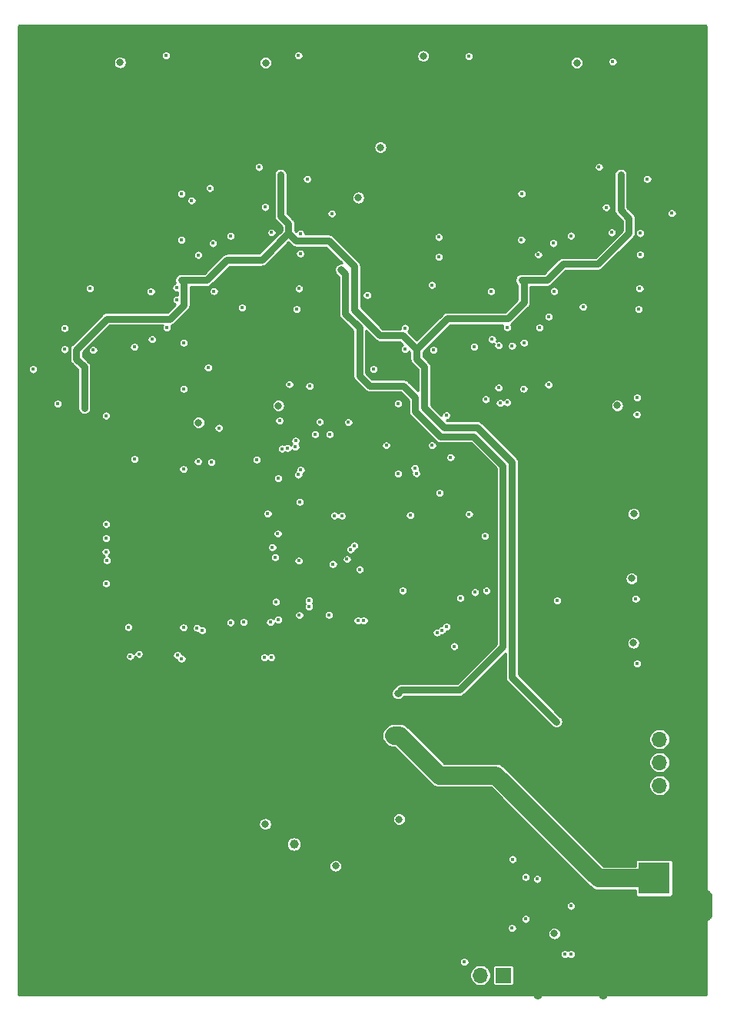
<source format=gbr>
G04 #@! TF.GenerationSoftware,KiCad,Pcbnew,5.1.5*
G04 #@! TF.CreationDate,2020-02-27T19:31:16+03:00*
G04 #@! TF.ProjectId,top,746f702e-6b69-4636-9164-5f7063625858,rev?*
G04 #@! TF.SameCoordinates,Original*
G04 #@! TF.FileFunction,Copper,L3,Inr*
G04 #@! TF.FilePolarity,Positive*
%FSLAX46Y46*%
G04 Gerber Fmt 4.6, Leading zero omitted, Abs format (unit mm)*
G04 Created by KiCad (PCBNEW 5.1.5) date 2020-02-27 19:31:16*
%MOMM*%
%LPD*%
G04 APERTURE LIST*
%ADD10R,1.700000X1.700000*%
%ADD11O,1.700000X1.700000*%
%ADD12O,1.050000X1.900000*%
%ADD13R,3.500000X3.500000*%
%ADD14C,0.100000*%
%ADD15C,0.500000*%
%ADD16C,0.800000*%
%ADD17C,0.400000*%
%ADD18C,1.000000*%
%ADD19C,0.400000*%
%ADD20C,0.800000*%
%ADD21C,2.000000*%
%ADD22C,0.254000*%
G04 APERTURE END LIST*
D10*
X43740000Y-251330000D03*
D11*
X43740000Y-248790000D03*
X43740000Y-246250000D03*
X43740000Y-243710000D03*
D12*
X30375000Y-271440000D03*
X37525000Y-271440000D03*
D13*
X43150000Y-259010000D03*
G04 #@! TA.AperFunction,ViaPad*
D14*
G36*
X44223513Y-263513611D02*
G01*
X44296318Y-263524411D01*
X44367714Y-263542295D01*
X44437013Y-263567090D01*
X44503548Y-263598559D01*
X44566678Y-263636398D01*
X44625795Y-263680242D01*
X44680330Y-263729670D01*
X44729758Y-263784205D01*
X44773602Y-263843322D01*
X44811441Y-263906452D01*
X44842910Y-263972987D01*
X44867705Y-264042286D01*
X44885589Y-264113682D01*
X44896389Y-264186487D01*
X44900000Y-264260000D01*
X44900000Y-265760000D01*
X44896389Y-265833513D01*
X44885589Y-265906318D01*
X44867705Y-265977714D01*
X44842910Y-266047013D01*
X44811441Y-266113548D01*
X44773602Y-266176678D01*
X44729758Y-266235795D01*
X44680330Y-266290330D01*
X44625795Y-266339758D01*
X44566678Y-266383602D01*
X44503548Y-266421441D01*
X44437013Y-266452910D01*
X44367714Y-266477705D01*
X44296318Y-266495589D01*
X44223513Y-266506389D01*
X44150000Y-266510000D01*
X42150000Y-266510000D01*
X42076487Y-266506389D01*
X42003682Y-266495589D01*
X41932286Y-266477705D01*
X41862987Y-266452910D01*
X41796452Y-266421441D01*
X41733322Y-266383602D01*
X41674205Y-266339758D01*
X41619670Y-266290330D01*
X41570242Y-266235795D01*
X41526398Y-266176678D01*
X41488559Y-266113548D01*
X41457090Y-266047013D01*
X41432295Y-265977714D01*
X41414411Y-265906318D01*
X41403611Y-265833513D01*
X41400000Y-265760000D01*
X41400000Y-264260000D01*
X41403611Y-264186487D01*
X41414411Y-264113682D01*
X41432295Y-264042286D01*
X41457090Y-263972987D01*
X41488559Y-263906452D01*
X41526398Y-263843322D01*
X41570242Y-263784205D01*
X41619670Y-263729670D01*
X41674205Y-263680242D01*
X41733322Y-263636398D01*
X41796452Y-263598559D01*
X41862987Y-263567090D01*
X41932286Y-263542295D01*
X42003682Y-263524411D01*
X42076487Y-263513611D01*
X42150000Y-263510000D01*
X44150000Y-263510000D01*
X44223513Y-263513611D01*
G37*
G04 #@! TD.AperFunction*
G04 #@! TA.AperFunction,ViaPad*
G36*
X48810765Y-260264213D02*
G01*
X48895704Y-260276813D01*
X48978999Y-260297677D01*
X49059848Y-260326605D01*
X49137472Y-260363319D01*
X49211124Y-260407464D01*
X49280094Y-260458616D01*
X49343718Y-260516282D01*
X49401384Y-260579906D01*
X49452536Y-260648876D01*
X49496681Y-260722528D01*
X49533395Y-260800152D01*
X49562323Y-260881001D01*
X49583187Y-260964296D01*
X49595787Y-261049235D01*
X49600000Y-261135000D01*
X49600000Y-262885000D01*
X49595787Y-262970765D01*
X49583187Y-263055704D01*
X49562323Y-263138999D01*
X49533395Y-263219848D01*
X49496681Y-263297472D01*
X49452536Y-263371124D01*
X49401384Y-263440094D01*
X49343718Y-263503718D01*
X49280094Y-263561384D01*
X49211124Y-263612536D01*
X49137472Y-263656681D01*
X49059848Y-263693395D01*
X48978999Y-263722323D01*
X48895704Y-263743187D01*
X48810765Y-263755787D01*
X48725000Y-263760000D01*
X46975000Y-263760000D01*
X46889235Y-263755787D01*
X46804296Y-263743187D01*
X46721001Y-263722323D01*
X46640152Y-263693395D01*
X46562528Y-263656681D01*
X46488876Y-263612536D01*
X46419906Y-263561384D01*
X46356282Y-263503718D01*
X46298616Y-263440094D01*
X46247464Y-263371124D01*
X46203319Y-263297472D01*
X46166605Y-263219848D01*
X46137677Y-263138999D01*
X46116813Y-263055704D01*
X46104213Y-262970765D01*
X46100000Y-262885000D01*
X46100000Y-261135000D01*
X46104213Y-261049235D01*
X46116813Y-260964296D01*
X46137677Y-260881001D01*
X46166605Y-260800152D01*
X46203319Y-260722528D01*
X46247464Y-260648876D01*
X46298616Y-260579906D01*
X46356282Y-260516282D01*
X46419906Y-260458616D01*
X46488876Y-260407464D01*
X46562528Y-260363319D01*
X46640152Y-260326605D01*
X46721001Y-260297677D01*
X46804296Y-260276813D01*
X46889235Y-260264213D01*
X46975000Y-260260000D01*
X48725000Y-260260000D01*
X48810765Y-260264213D01*
G37*
G04 #@! TD.AperFunction*
D10*
X26540000Y-269700000D03*
D11*
X24000000Y-269700000D03*
D15*
X-8315000Y-249710000D03*
X-6405000Y-249710000D03*
X-8315000Y-251010000D03*
X-6405000Y-251010000D03*
X-8315000Y-252310000D03*
X-6405000Y-252310000D03*
D16*
X1750000Y-206970000D03*
X39090000Y-206950000D03*
D17*
X22760000Y-218910000D03*
X16270000Y-219040000D03*
X24660000Y-227360000D03*
X23410000Y-227530000D03*
X15430000Y-227350000D03*
X24530000Y-221324990D03*
X18700000Y-211360000D03*
D16*
X8060000Y-257650000D03*
X-7040000Y-208830000D03*
D17*
X-17140000Y-224000010D03*
X-17220000Y-226560000D03*
X-17230000Y-221575000D03*
X-17230000Y-220010000D03*
X-14120000Y-212860000D03*
X-5655000Y-213190000D03*
X-8720000Y-213949998D03*
X-660000Y-212920000D03*
X580000Y-218860000D03*
X1090000Y-222575000D03*
X1480000Y-228570000D03*
X860000Y-230810000D03*
X-2090000Y-230810000D03*
X-6655000Y-231710000D03*
X-8720000Y-231390000D03*
X-14790000Y-231360000D03*
D16*
X300000Y-253050000D03*
D17*
X-17270000Y-223060000D03*
X-7104990Y-213138219D03*
X1390000Y-223675000D03*
X-3530000Y-230850000D03*
X-7204117Y-231468187D03*
X27560000Y-256920000D03*
X30280074Y-259110207D03*
X41260000Y-235380000D03*
X41130000Y-228250000D03*
X32470000Y-228430000D03*
X-13874999Y-194394999D03*
X-15754999Y-202084999D03*
X-20504999Y-203635000D03*
X-16124999Y-206674999D03*
X-15274999Y-194354999D03*
X-20384999Y-197714999D03*
X-21810000Y-196150000D03*
X-24770000Y-201900000D03*
X-23170000Y-202260000D03*
X-21780000Y-202230000D03*
X-18910000Y-202230000D03*
X-17000000Y-202220000D03*
X-15930000Y-204270000D03*
X-3760000Y-194370000D03*
X-1880000Y-186680000D03*
X2870000Y-185129999D03*
X-1510000Y-182090000D03*
X-2360000Y-194410000D03*
X2750000Y-191050000D03*
X4175001Y-192614999D03*
X7135001Y-186864999D03*
X5535001Y-186504999D03*
X4145001Y-186534999D03*
X1275001Y-186534999D03*
X-634999Y-186544999D03*
X-1704999Y-184494999D03*
X23605001Y-194384999D03*
X21725001Y-202074999D03*
X16975001Y-203625000D03*
X21355001Y-206664999D03*
X22205001Y-194344999D03*
X17095001Y-197704999D03*
X15670000Y-196140000D03*
X12710000Y-201890000D03*
X14310000Y-202250000D03*
X15700000Y-202220000D03*
X18570000Y-202220000D03*
X20480000Y-202210000D03*
X21550000Y-204260000D03*
X33720000Y-194360000D03*
X35600000Y-186670000D03*
X40350000Y-185119999D03*
X35970000Y-182080000D03*
X35120000Y-194400000D03*
X40230000Y-191040000D03*
X41655001Y-192604999D03*
X44615001Y-186854999D03*
X43015001Y-186494999D03*
X41625001Y-186524999D03*
X38755001Y-186524999D03*
X36845001Y-186534999D03*
X35775001Y-184484999D03*
X-4520000Y-198570000D03*
X-1920000Y-198570000D03*
X32960000Y-198560000D03*
X35550000Y-198560000D03*
X35525001Y-200429998D03*
X38350000Y-198640000D03*
X840000Y-198660000D03*
X-1954999Y-200439998D03*
D18*
X5250000Y-263240000D03*
X3500000Y-257730000D03*
X3470000Y-250650000D03*
X31100000Y-250550000D03*
X22900000Y-242580000D03*
D16*
X25260000Y-262450000D03*
X25250000Y-260270000D03*
X28340000Y-261840000D03*
X33760000Y-260170000D03*
X32470000Y-261850000D03*
X33590000Y-263350000D03*
D18*
X-5270000Y-258620000D03*
X-2050000Y-258710000D03*
D16*
X-12940000Y-173610000D03*
X-16720000Y-170340000D03*
X3744999Y-173604999D03*
X-35001Y-170334999D03*
X20420000Y-173610000D03*
X37290000Y-173600000D03*
X33510000Y-170330000D03*
X16420000Y-169780000D03*
X11020000Y-167810000D03*
X-22280000Y-167790000D03*
X27800000Y-167760000D03*
X40910000Y-223360000D03*
X40740000Y-230500000D03*
X40850000Y-237590000D03*
D17*
X13660000Y-215170000D03*
X23690000Y-219560000D03*
X17000000Y-220770000D03*
X22970000Y-226620000D03*
X17132510Y-227364220D03*
X22815394Y-221356105D03*
D16*
X31600000Y-224870000D03*
D17*
X-8350000Y-213340000D03*
X-740000Y-214480000D03*
X-258143Y-223943544D03*
X-3970000Y-229080000D03*
X-14730000Y-229730000D03*
X-9950000Y-229630000D03*
X-15520000Y-227040000D03*
X-16750000Y-215020000D03*
X-14950000Y-214970000D03*
X-16620000Y-212890000D03*
X-10000000Y-214910000D03*
X-715010Y-215300000D03*
X-1710000Y-218010000D03*
X-4840000Y-215330000D03*
X-7066662Y-215920401D03*
X-14230000Y-220050000D03*
X-14260000Y-221520000D03*
X-14285195Y-223402961D03*
X-14390000Y-224650000D03*
X-8350000Y-228340000D03*
X-5800000Y-228520000D03*
X-2080000Y-227690000D03*
X-270000Y-227670000D03*
X-700000Y-230710000D03*
D18*
X3390000Y-271480000D03*
X11490000Y-271450000D03*
X19380000Y-271500000D03*
X-15230000Y-271500000D03*
X-8480000Y-238310000D03*
X-14320000Y-243990000D03*
X-6480000Y-247230000D03*
D17*
X22680000Y-225210000D03*
X24020000Y-225190000D03*
X21180000Y-225180000D03*
X15750000Y-211320000D03*
X-1940000Y-221910000D03*
X11380000Y-187810000D03*
X11440000Y-189080000D03*
X13750000Y-191940000D03*
X-20504999Y-200784999D03*
X-19634999Y-207224999D03*
X-13274999Y-197394999D03*
X-8944999Y-193144999D03*
X2870000Y-187980000D03*
X-8690000Y-195620000D03*
X2000000Y-181540000D03*
X16975001Y-200774999D03*
X17845001Y-207214999D03*
X24205001Y-197384999D03*
X28535001Y-193134999D03*
X40350000Y-187970000D03*
X28790000Y-195610000D03*
X39480000Y-181530000D03*
X33120000Y-191360000D03*
D16*
X32380000Y-241760000D03*
D17*
X-3905728Y-190915728D03*
X-12294999Y-194394999D03*
X-5340000Y-194370000D03*
X-7090000Y-190370000D03*
X-10540000Y-198370000D03*
X25185001Y-194384999D03*
X32140000Y-194360000D03*
X30390000Y-190360000D03*
X26940000Y-198360000D03*
D18*
X3470000Y-255260000D03*
D17*
X-21784999Y-200764999D03*
X4150000Y-188000000D03*
X15695001Y-200754999D03*
X4150000Y-190220000D03*
X41618761Y-187978761D03*
X41600000Y-190330000D03*
X15691381Y-198421825D03*
X-21790000Y-198440000D03*
X11528533Y-194809991D03*
X12215001Y-202954999D03*
X14925001Y-206744999D03*
X20245001Y-208054999D03*
X38490000Y-187900000D03*
X33980000Y-188260000D03*
X32030000Y-189080000D03*
D16*
X32150000Y-265100000D03*
X15050000Y-252530000D03*
X14910000Y-238660000D03*
X10550000Y-184060000D03*
X8660000Y-192010000D03*
D18*
X14500000Y-243300000D03*
D17*
X19420000Y-188410000D03*
X19410000Y-190600000D03*
X4040000Y-194080000D03*
D16*
X340000Y-169220000D03*
D17*
X41550000Y-194060000D03*
D16*
X17720000Y-168470000D03*
D17*
X18680863Y-193678141D03*
X35310000Y-196090000D03*
X41450000Y-196340000D03*
D16*
X34630000Y-169220000D03*
D17*
X-19000000Y-194060000D03*
X-2226232Y-196183768D03*
X3770000Y-196340000D03*
D16*
X-15700000Y-169170000D03*
D17*
X10505000Y-230630000D03*
X33318507Y-267372862D03*
X11155000Y-230630000D03*
X33968507Y-267372862D03*
X198768Y-234691232D03*
X5180000Y-204820000D03*
X3630260Y-211510260D03*
X3970000Y-168420000D03*
X-10630000Y-168400000D03*
X940000Y-234690000D03*
X3640000Y-210830000D03*
X2959314Y-204629314D03*
X22710000Y-168490000D03*
X5130311Y-229122153D03*
X5100000Y-228410000D03*
X41240000Y-207940000D03*
X41260000Y-206080000D03*
X38600000Y-169090000D03*
D16*
X12990000Y-178520000D03*
D17*
X26980000Y-206620000D03*
X26163768Y-206693768D03*
X19510000Y-216590000D03*
X20729998Y-212650000D03*
X10133732Y-222378732D03*
X4223527Y-214040968D03*
X9709467Y-222802997D03*
X1740000Y-214980000D03*
X7331232Y-230021232D03*
X4060000Y-230040000D03*
X9310000Y-223890000D03*
X3980000Y-224060000D03*
X10710000Y-225000000D03*
X7770000Y-224420000D03*
X6320000Y-208750000D03*
X7390000Y-210115012D03*
X20295010Y-231311006D03*
X19795010Y-231696360D03*
X9470000Y-208814990D03*
X5810000Y-210130000D03*
X19220000Y-231970000D03*
X-14570000Y-234570000D03*
X-4811232Y-209421232D03*
X1870000Y-208620000D03*
X-13630001Y-234310001D03*
X14940000Y-214460000D03*
X13630000Y-211350000D03*
X-18644999Y-200854999D03*
X-14134999Y-200494999D03*
X-12184999Y-199674999D03*
X-8954999Y-188714999D03*
X-8934999Y-183634998D03*
X-25264999Y-202964999D03*
X-22554999Y-206754999D03*
X-17234999Y-208064999D03*
X-6000000Y-202780000D03*
X1010000Y-187910000D03*
X-3500000Y-188270000D03*
X-5450000Y-189090000D03*
X-8680000Y-200050000D03*
X-8700000Y-205130001D03*
X7630000Y-185800000D03*
X4920000Y-182010000D03*
X-400000Y-180700000D03*
X290000Y-185100000D03*
X18835001Y-200844999D03*
X23345001Y-200484999D03*
X25295001Y-199664999D03*
X28525001Y-188704999D03*
X28545001Y-183624998D03*
X31509988Y-204670000D03*
X28800000Y-200040000D03*
X28780000Y-205120001D03*
X45110000Y-185790000D03*
X42400000Y-182000000D03*
X37080000Y-180690000D03*
X37850000Y-185120000D03*
X28995000Y-258877500D03*
X33980000Y-262070000D03*
X27500000Y-264520000D03*
X29010000Y-263510000D03*
X21780000Y-228150000D03*
D16*
X40860000Y-233100000D03*
X40670000Y-226010000D03*
X40910000Y-218870000D03*
D17*
X8726268Y-219098732D03*
X3960000Y-214580000D03*
X16768516Y-213845015D03*
X7930000Y-219075000D03*
X4120000Y-217575000D03*
X16940000Y-214420000D03*
X-8910000Y-234840000D03*
X-9390000Y-234460000D03*
X-9440000Y-195310000D03*
X-9470000Y-193980000D03*
X-7800000Y-184360000D03*
X-5780000Y-183010000D03*
X1690000Y-221060000D03*
X24600000Y-206280002D03*
X2760000Y-211640002D03*
X1740000Y-230540000D03*
X2152536Y-211712536D03*
X26004990Y-205005000D03*
X26004990Y-200350000D03*
X27505000Y-200380000D03*
X30530000Y-198380000D03*
X31530000Y-197180000D03*
X21130000Y-233470000D03*
X22250000Y-268230000D03*
D19*
X-8690000Y-193399998D02*
X-8944999Y-193144999D01*
X-8690000Y-195620000D02*
X-8690000Y-193399998D01*
D20*
X2870000Y-187697158D02*
X2870000Y-187980000D01*
X2870000Y-186945996D02*
X2870000Y-187697158D01*
X2000000Y-186075996D02*
X2870000Y-186945996D01*
X2000000Y-181540000D02*
X2000000Y-186075996D01*
X-8639999Y-194925999D02*
X-8639999Y-195620000D01*
X-8669999Y-194895999D02*
X-8639999Y-194925999D01*
X-8944999Y-193144999D02*
X-8669999Y-193419999D01*
X-8669999Y-193419999D02*
X-8669999Y-194895999D01*
X-8690000Y-195902842D02*
X-8690000Y-195620000D01*
X-10182157Y-197394999D02*
X-8690000Y-195902842D01*
X-13274999Y-197394999D02*
X-10182157Y-197394999D01*
X-17114999Y-197394999D02*
X-20504999Y-200784999D01*
X-13274999Y-197394999D02*
X-17114999Y-197394999D01*
X-20504999Y-201067841D02*
X-20504999Y-200784999D01*
X-20504999Y-201819003D02*
X-20504999Y-201067841D01*
X-19634999Y-202689003D02*
X-20504999Y-201819003D01*
X-19634999Y-207224999D02*
X-19634999Y-202689003D01*
X20365001Y-197384999D02*
X24205001Y-197384999D01*
X16975001Y-200774999D02*
X20365001Y-197384999D01*
X27015001Y-197384999D02*
X28790000Y-195610000D01*
X24205001Y-197384999D02*
X27015001Y-197384999D01*
X28790000Y-193389998D02*
X28535001Y-193134999D01*
X28790000Y-195610000D02*
X28790000Y-193389998D01*
X31345001Y-193134999D02*
X33120000Y-191360000D01*
X28535001Y-193134999D02*
X31345001Y-193134999D01*
X36960000Y-191360000D02*
X40350000Y-187970000D01*
X33120000Y-191360000D02*
X36960000Y-191360000D01*
X40350000Y-187687158D02*
X40350000Y-187970000D01*
X40350000Y-186304001D02*
X40350000Y-187687158D01*
X39480000Y-185434001D02*
X40350000Y-186304001D01*
X39480000Y-181530000D02*
X39480000Y-185434001D01*
X16975001Y-201057841D02*
X16975001Y-200774999D01*
X16975001Y-201809003D02*
X16975001Y-201057841D01*
X17845001Y-202679003D02*
X16975001Y-201809003D01*
X17845001Y-207214999D02*
X17845001Y-202679003D01*
X-6134999Y-193144999D02*
X-3905728Y-190915728D01*
X-65728Y-190915728D02*
X-3622886Y-190915728D01*
X2870000Y-187980000D02*
X-65728Y-190915728D01*
X-8944999Y-193144999D02*
X-6134999Y-193144999D01*
X-3622886Y-190915728D02*
X-3905728Y-190915728D01*
X16775002Y-200575000D02*
X16975001Y-200774999D01*
X15421828Y-199221826D02*
X16775002Y-200575000D01*
X12941826Y-199221826D02*
X15421828Y-199221826D01*
X3690001Y-188800001D02*
X7310001Y-188800001D01*
X7310001Y-188800001D02*
X10110000Y-191600000D01*
X10110000Y-191600000D02*
X10110000Y-196390000D01*
X2870000Y-187980000D02*
X3690001Y-188800001D01*
X10110000Y-196390000D02*
X12941826Y-199221826D01*
X23690000Y-209360000D02*
X19990002Y-209360000D01*
X19990002Y-209360000D02*
X17845001Y-207214999D01*
X27490002Y-213160002D02*
X23690000Y-209360000D01*
X32380000Y-241760000D02*
X27490002Y-236870002D01*
X27490002Y-236870002D02*
X27490002Y-213160002D01*
X9109990Y-192459990D02*
X8660000Y-192010000D01*
X9109990Y-196804217D02*
X9109990Y-192459990D01*
X10690000Y-198384226D02*
X9109990Y-196804217D01*
X10690000Y-203670000D02*
X10690000Y-198384226D01*
X26489992Y-213574218D02*
X23275784Y-210360010D01*
X16844991Y-206094991D02*
X15510000Y-204760000D01*
X26489992Y-233510008D02*
X26489992Y-213574218D01*
X14910000Y-238660000D02*
X15309999Y-238260001D01*
X23275784Y-210360010D02*
X19575785Y-210360010D01*
X21739999Y-238260001D02*
X26489992Y-233510008D01*
X15309999Y-238260001D02*
X21739999Y-238260001D01*
X19575785Y-210360010D02*
X16844991Y-207629216D01*
X11780000Y-204760000D02*
X10690000Y-203670000D01*
X16844991Y-207629216D02*
X16844991Y-206094991D01*
X15510000Y-204760000D02*
X11780000Y-204760000D01*
D21*
X37043998Y-259010000D02*
X25733998Y-247700000D01*
X43150000Y-259010000D02*
X37043998Y-259010000D01*
X25733998Y-247700000D02*
X19500000Y-247700000D01*
X19500000Y-247700000D02*
X15100000Y-243300000D01*
X15100000Y-243300000D02*
X14500000Y-243300000D01*
D22*
G36*
X48826984Y-165134856D02*
G01*
X48849859Y-165150141D01*
X48865144Y-165173016D01*
X48873000Y-165212509D01*
X48873000Y-271787491D01*
X48865144Y-271826984D01*
X48849859Y-271849859D01*
X48826984Y-271865144D01*
X48787491Y-271873000D01*
X-26787491Y-271873000D01*
X-26826984Y-271865144D01*
X-26849859Y-271849859D01*
X-26865144Y-271826984D01*
X-26873000Y-271787491D01*
X-26873000Y-269584076D01*
X22823000Y-269584076D01*
X22823000Y-269815924D01*
X22868231Y-270043318D01*
X22956956Y-270257519D01*
X23085764Y-270450294D01*
X23249706Y-270614236D01*
X23442481Y-270743044D01*
X23656682Y-270831769D01*
X23884076Y-270877000D01*
X24115924Y-270877000D01*
X24343318Y-270831769D01*
X24557519Y-270743044D01*
X24750294Y-270614236D01*
X24914236Y-270450294D01*
X25043044Y-270257519D01*
X25131769Y-270043318D01*
X25177000Y-269815924D01*
X25177000Y-269584076D01*
X25131769Y-269356682D01*
X25043044Y-269142481D01*
X24914236Y-268949706D01*
X24814530Y-268850000D01*
X25361418Y-268850000D01*
X25361418Y-270550000D01*
X25367732Y-270614103D01*
X25386430Y-270675743D01*
X25416794Y-270732550D01*
X25457657Y-270782343D01*
X25507450Y-270823206D01*
X25564257Y-270853570D01*
X25625897Y-270872268D01*
X25690000Y-270878582D01*
X27390000Y-270878582D01*
X27454103Y-270872268D01*
X27515743Y-270853570D01*
X27572550Y-270823206D01*
X27622343Y-270782343D01*
X27663206Y-270732550D01*
X27693570Y-270675743D01*
X27712268Y-270614103D01*
X27718582Y-270550000D01*
X27718582Y-268850000D01*
X27712268Y-268785897D01*
X27693570Y-268724257D01*
X27663206Y-268667450D01*
X27622343Y-268617657D01*
X27572550Y-268576794D01*
X27515743Y-268546430D01*
X27454103Y-268527732D01*
X27390000Y-268521418D01*
X25690000Y-268521418D01*
X25625897Y-268527732D01*
X25564257Y-268546430D01*
X25507450Y-268576794D01*
X25457657Y-268617657D01*
X25416794Y-268667450D01*
X25386430Y-268724257D01*
X25367732Y-268785897D01*
X25361418Y-268850000D01*
X24814530Y-268850000D01*
X24750294Y-268785764D01*
X24557519Y-268656956D01*
X24343318Y-268568231D01*
X24115924Y-268523000D01*
X23884076Y-268523000D01*
X23656682Y-268568231D01*
X23442481Y-268656956D01*
X23249706Y-268785764D01*
X23085764Y-268949706D01*
X22956956Y-269142481D01*
X22868231Y-269356682D01*
X22823000Y-269584076D01*
X-26873000Y-269584076D01*
X-26873000Y-268178095D01*
X21723000Y-268178095D01*
X21723000Y-268281905D01*
X21743252Y-268383720D01*
X21782979Y-268479628D01*
X21840652Y-268565943D01*
X21914057Y-268639348D01*
X22000372Y-268697021D01*
X22096280Y-268736748D01*
X22198095Y-268757000D01*
X22301905Y-268757000D01*
X22403720Y-268736748D01*
X22499628Y-268697021D01*
X22585943Y-268639348D01*
X22659348Y-268565943D01*
X22717021Y-268479628D01*
X22756748Y-268383720D01*
X22777000Y-268281905D01*
X22777000Y-268178095D01*
X22756748Y-268076280D01*
X22717021Y-267980372D01*
X22659348Y-267894057D01*
X22585943Y-267820652D01*
X22499628Y-267762979D01*
X22403720Y-267723252D01*
X22301905Y-267703000D01*
X22198095Y-267703000D01*
X22096280Y-267723252D01*
X22000372Y-267762979D01*
X21914057Y-267820652D01*
X21840652Y-267894057D01*
X21782979Y-267980372D01*
X21743252Y-268076280D01*
X21723000Y-268178095D01*
X-26873000Y-268178095D01*
X-26873000Y-267320957D01*
X32791507Y-267320957D01*
X32791507Y-267424767D01*
X32811759Y-267526582D01*
X32851486Y-267622490D01*
X32909159Y-267708805D01*
X32982564Y-267782210D01*
X33068879Y-267839883D01*
X33164787Y-267879610D01*
X33266602Y-267899862D01*
X33370412Y-267899862D01*
X33472227Y-267879610D01*
X33568135Y-267839883D01*
X33643507Y-267789522D01*
X33718879Y-267839883D01*
X33814787Y-267879610D01*
X33916602Y-267899862D01*
X34020412Y-267899862D01*
X34122227Y-267879610D01*
X34218135Y-267839883D01*
X34304450Y-267782210D01*
X34377855Y-267708805D01*
X34435528Y-267622490D01*
X34475255Y-267526582D01*
X34495507Y-267424767D01*
X34495507Y-267320957D01*
X34475255Y-267219142D01*
X34435528Y-267123234D01*
X34377855Y-267036919D01*
X34304450Y-266963514D01*
X34218135Y-266905841D01*
X34122227Y-266866114D01*
X34020412Y-266845862D01*
X33916602Y-266845862D01*
X33814787Y-266866114D01*
X33718879Y-266905841D01*
X33643507Y-266956202D01*
X33568135Y-266905841D01*
X33472227Y-266866114D01*
X33370412Y-266845862D01*
X33266602Y-266845862D01*
X33164787Y-266866114D01*
X33068879Y-266905841D01*
X32982564Y-266963514D01*
X32909159Y-267036919D01*
X32851486Y-267123234D01*
X32811759Y-267219142D01*
X32791507Y-267320957D01*
X-26873000Y-267320957D01*
X-26873000Y-264468095D01*
X26973000Y-264468095D01*
X26973000Y-264571905D01*
X26993252Y-264673720D01*
X27032979Y-264769628D01*
X27090652Y-264855943D01*
X27164057Y-264929348D01*
X27250372Y-264987021D01*
X27346280Y-265026748D01*
X27448095Y-265047000D01*
X27551905Y-265047000D01*
X27645429Y-265028397D01*
X31423000Y-265028397D01*
X31423000Y-265171603D01*
X31450938Y-265312058D01*
X31505741Y-265444364D01*
X31585302Y-265563436D01*
X31686564Y-265664698D01*
X31805636Y-265744259D01*
X31937942Y-265799062D01*
X32078397Y-265827000D01*
X32221603Y-265827000D01*
X32362058Y-265799062D01*
X32494364Y-265744259D01*
X32613436Y-265664698D01*
X32714698Y-265563436D01*
X32794259Y-265444364D01*
X32849062Y-265312058D01*
X32877000Y-265171603D01*
X32877000Y-265028397D01*
X32849062Y-264887942D01*
X32794259Y-264755636D01*
X32714698Y-264636564D01*
X32613436Y-264535302D01*
X32494364Y-264455741D01*
X32362058Y-264400938D01*
X32221603Y-264373000D01*
X32078397Y-264373000D01*
X31937942Y-264400938D01*
X31805636Y-264455741D01*
X31686564Y-264535302D01*
X31585302Y-264636564D01*
X31505741Y-264755636D01*
X31450938Y-264887942D01*
X31423000Y-265028397D01*
X27645429Y-265028397D01*
X27653720Y-265026748D01*
X27749628Y-264987021D01*
X27835943Y-264929348D01*
X27909348Y-264855943D01*
X27967021Y-264769628D01*
X28006748Y-264673720D01*
X28027000Y-264571905D01*
X28027000Y-264468095D01*
X28006748Y-264366280D01*
X27967021Y-264270372D01*
X27909348Y-264184057D01*
X27835943Y-264110652D01*
X27749628Y-264052979D01*
X27653720Y-264013252D01*
X27551905Y-263993000D01*
X27448095Y-263993000D01*
X27346280Y-264013252D01*
X27250372Y-264052979D01*
X27164057Y-264110652D01*
X27090652Y-264184057D01*
X27032979Y-264270372D01*
X26993252Y-264366280D01*
X26973000Y-264468095D01*
X-26873000Y-264468095D01*
X-26873000Y-263458095D01*
X28483000Y-263458095D01*
X28483000Y-263561905D01*
X28503252Y-263663720D01*
X28542979Y-263759628D01*
X28600652Y-263845943D01*
X28674057Y-263919348D01*
X28760372Y-263977021D01*
X28856280Y-264016748D01*
X28958095Y-264037000D01*
X29061905Y-264037000D01*
X29163720Y-264016748D01*
X29259628Y-263977021D01*
X29345943Y-263919348D01*
X29419348Y-263845943D01*
X29477021Y-263759628D01*
X29516748Y-263663720D01*
X29537000Y-263561905D01*
X29537000Y-263458095D01*
X29516748Y-263356280D01*
X29477021Y-263260372D01*
X29419348Y-263174057D01*
X29345943Y-263100652D01*
X29259628Y-263042979D01*
X29163720Y-263003252D01*
X29061905Y-262983000D01*
X28958095Y-262983000D01*
X28856280Y-263003252D01*
X28760372Y-263042979D01*
X28674057Y-263100652D01*
X28600652Y-263174057D01*
X28542979Y-263260372D01*
X28503252Y-263356280D01*
X28483000Y-263458095D01*
X-26873000Y-263458095D01*
X-26873000Y-262018095D01*
X33453000Y-262018095D01*
X33453000Y-262121905D01*
X33473252Y-262223720D01*
X33512979Y-262319628D01*
X33570652Y-262405943D01*
X33644057Y-262479348D01*
X33730372Y-262537021D01*
X33826280Y-262576748D01*
X33928095Y-262597000D01*
X34031905Y-262597000D01*
X34133720Y-262576748D01*
X34229628Y-262537021D01*
X34315943Y-262479348D01*
X34389348Y-262405943D01*
X34447021Y-262319628D01*
X34486748Y-262223720D01*
X34507000Y-262121905D01*
X34507000Y-262018095D01*
X34486748Y-261916280D01*
X34447021Y-261820372D01*
X34389348Y-261734057D01*
X34315943Y-261660652D01*
X34229628Y-261602979D01*
X34133720Y-261563252D01*
X34031905Y-261543000D01*
X33928095Y-261543000D01*
X33826280Y-261563252D01*
X33730372Y-261602979D01*
X33644057Y-261660652D01*
X33570652Y-261734057D01*
X33512979Y-261820372D01*
X33473252Y-261916280D01*
X33453000Y-262018095D01*
X-26873000Y-262018095D01*
X-26873000Y-258825595D01*
X28468000Y-258825595D01*
X28468000Y-258929405D01*
X28488252Y-259031220D01*
X28527979Y-259127128D01*
X28585652Y-259213443D01*
X28659057Y-259286848D01*
X28745372Y-259344521D01*
X28841280Y-259384248D01*
X28943095Y-259404500D01*
X29046905Y-259404500D01*
X29148720Y-259384248D01*
X29244628Y-259344521D01*
X29330943Y-259286848D01*
X29404348Y-259213443D01*
X29462021Y-259127128D01*
X29490530Y-259058302D01*
X29753074Y-259058302D01*
X29753074Y-259162112D01*
X29773326Y-259263927D01*
X29813053Y-259359835D01*
X29870726Y-259446150D01*
X29944131Y-259519555D01*
X30030446Y-259577228D01*
X30126354Y-259616955D01*
X30228169Y-259637207D01*
X30331979Y-259637207D01*
X30433794Y-259616955D01*
X30529702Y-259577228D01*
X30616017Y-259519555D01*
X30689422Y-259446150D01*
X30747095Y-259359835D01*
X30786822Y-259263927D01*
X30807074Y-259162112D01*
X30807074Y-259058302D01*
X30786822Y-258956487D01*
X30747095Y-258860579D01*
X30689422Y-258774264D01*
X30616017Y-258700859D01*
X30529702Y-258643186D01*
X30433794Y-258603459D01*
X30331979Y-258583207D01*
X30228169Y-258583207D01*
X30126354Y-258603459D01*
X30030446Y-258643186D01*
X29944131Y-258700859D01*
X29870726Y-258774264D01*
X29813053Y-258860579D01*
X29773326Y-258956487D01*
X29753074Y-259058302D01*
X29490530Y-259058302D01*
X29501748Y-259031220D01*
X29522000Y-258929405D01*
X29522000Y-258825595D01*
X29501748Y-258723780D01*
X29462021Y-258627872D01*
X29404348Y-258541557D01*
X29330943Y-258468152D01*
X29244628Y-258410479D01*
X29148720Y-258370752D01*
X29046905Y-258350500D01*
X28943095Y-258350500D01*
X28841280Y-258370752D01*
X28745372Y-258410479D01*
X28659057Y-258468152D01*
X28585652Y-258541557D01*
X28527979Y-258627872D01*
X28488252Y-258723780D01*
X28468000Y-258825595D01*
X-26873000Y-258825595D01*
X-26873000Y-257578397D01*
X7333000Y-257578397D01*
X7333000Y-257721603D01*
X7360938Y-257862058D01*
X7415741Y-257994364D01*
X7495302Y-258113436D01*
X7596564Y-258214698D01*
X7715636Y-258294259D01*
X7847942Y-258349062D01*
X7988397Y-258377000D01*
X8131603Y-258377000D01*
X8272058Y-258349062D01*
X8404364Y-258294259D01*
X8523436Y-258214698D01*
X8624698Y-258113436D01*
X8704259Y-257994364D01*
X8759062Y-257862058D01*
X8787000Y-257721603D01*
X8787000Y-257578397D01*
X8759062Y-257437942D01*
X8704259Y-257305636D01*
X8624698Y-257186564D01*
X8523436Y-257085302D01*
X8404364Y-257005741D01*
X8272058Y-256950938D01*
X8131603Y-256923000D01*
X7988397Y-256923000D01*
X7847942Y-256950938D01*
X7715636Y-257005741D01*
X7596564Y-257085302D01*
X7495302Y-257186564D01*
X7415741Y-257305636D01*
X7360938Y-257437942D01*
X7333000Y-257578397D01*
X-26873000Y-257578397D01*
X-26873000Y-256868095D01*
X27033000Y-256868095D01*
X27033000Y-256971905D01*
X27053252Y-257073720D01*
X27092979Y-257169628D01*
X27150652Y-257255943D01*
X27224057Y-257329348D01*
X27310372Y-257387021D01*
X27406280Y-257426748D01*
X27508095Y-257447000D01*
X27611905Y-257447000D01*
X27713720Y-257426748D01*
X27809628Y-257387021D01*
X27895943Y-257329348D01*
X27969348Y-257255943D01*
X28027021Y-257169628D01*
X28066748Y-257073720D01*
X28087000Y-256971905D01*
X28087000Y-256868095D01*
X28066748Y-256766280D01*
X28027021Y-256670372D01*
X27969348Y-256584057D01*
X27895943Y-256510652D01*
X27809628Y-256452979D01*
X27713720Y-256413252D01*
X27611905Y-256393000D01*
X27508095Y-256393000D01*
X27406280Y-256413252D01*
X27310372Y-256452979D01*
X27224057Y-256510652D01*
X27150652Y-256584057D01*
X27092979Y-256670372D01*
X27053252Y-256766280D01*
X27033000Y-256868095D01*
X-26873000Y-256868095D01*
X-26873000Y-255178548D01*
X2643000Y-255178548D01*
X2643000Y-255341452D01*
X2674782Y-255501227D01*
X2737123Y-255651731D01*
X2827628Y-255787181D01*
X2942819Y-255902372D01*
X3078269Y-255992877D01*
X3228773Y-256055218D01*
X3388548Y-256087000D01*
X3551452Y-256087000D01*
X3711227Y-256055218D01*
X3861731Y-255992877D01*
X3997181Y-255902372D01*
X4112372Y-255787181D01*
X4202877Y-255651731D01*
X4265218Y-255501227D01*
X4297000Y-255341452D01*
X4297000Y-255178548D01*
X4265218Y-255018773D01*
X4202877Y-254868269D01*
X4112372Y-254732819D01*
X3997181Y-254617628D01*
X3861731Y-254527123D01*
X3711227Y-254464782D01*
X3551452Y-254433000D01*
X3388548Y-254433000D01*
X3228773Y-254464782D01*
X3078269Y-254527123D01*
X2942819Y-254617628D01*
X2827628Y-254732819D01*
X2737123Y-254868269D01*
X2674782Y-255018773D01*
X2643000Y-255178548D01*
X-26873000Y-255178548D01*
X-26873000Y-252978397D01*
X-427000Y-252978397D01*
X-427000Y-253121603D01*
X-399062Y-253262058D01*
X-344259Y-253394364D01*
X-264698Y-253513436D01*
X-163436Y-253614698D01*
X-44364Y-253694259D01*
X87942Y-253749062D01*
X228397Y-253777000D01*
X371603Y-253777000D01*
X512058Y-253749062D01*
X644364Y-253694259D01*
X763436Y-253614698D01*
X864698Y-253513436D01*
X944259Y-253394364D01*
X999062Y-253262058D01*
X1027000Y-253121603D01*
X1027000Y-252978397D01*
X999062Y-252837942D01*
X944259Y-252705636D01*
X864698Y-252586564D01*
X763436Y-252485302D01*
X723170Y-252458397D01*
X14323000Y-252458397D01*
X14323000Y-252601603D01*
X14350938Y-252742058D01*
X14405741Y-252874364D01*
X14485302Y-252993436D01*
X14586564Y-253094698D01*
X14705636Y-253174259D01*
X14837942Y-253229062D01*
X14978397Y-253257000D01*
X15121603Y-253257000D01*
X15262058Y-253229062D01*
X15394364Y-253174259D01*
X15513436Y-253094698D01*
X15614698Y-252993436D01*
X15694259Y-252874364D01*
X15749062Y-252742058D01*
X15777000Y-252601603D01*
X15777000Y-252458397D01*
X15749062Y-252317942D01*
X15694259Y-252185636D01*
X15614698Y-252066564D01*
X15513436Y-251965302D01*
X15394364Y-251885741D01*
X15262058Y-251830938D01*
X15121603Y-251803000D01*
X14978397Y-251803000D01*
X14837942Y-251830938D01*
X14705636Y-251885741D01*
X14586564Y-251965302D01*
X14485302Y-252066564D01*
X14405741Y-252185636D01*
X14350938Y-252317942D01*
X14323000Y-252458397D01*
X723170Y-252458397D01*
X644364Y-252405741D01*
X512058Y-252350938D01*
X371603Y-252323000D01*
X228397Y-252323000D01*
X87942Y-252350938D01*
X-44364Y-252405741D01*
X-163436Y-252485302D01*
X-264698Y-252586564D01*
X-344259Y-252705636D01*
X-399062Y-252837942D01*
X-427000Y-252978397D01*
X-26873000Y-252978397D01*
X-26873000Y-243300000D01*
X13166580Y-243300000D01*
X13192201Y-243560137D01*
X13268081Y-243810278D01*
X13391302Y-244040808D01*
X13557130Y-244242870D01*
X13759192Y-244408698D01*
X13989722Y-244531919D01*
X14239863Y-244607799D01*
X14434816Y-244627000D01*
X14550340Y-244627000D01*
X18515577Y-248592238D01*
X18557130Y-248642870D01*
X18607760Y-248684421D01*
X18607761Y-248684422D01*
X18759191Y-248808698D01*
X18941089Y-248905924D01*
X18989722Y-248931919D01*
X19239863Y-249007799D01*
X19434816Y-249027000D01*
X19434826Y-249027000D01*
X19500000Y-249033419D01*
X19565174Y-249027000D01*
X25184338Y-249027000D01*
X36059577Y-259902240D01*
X36101128Y-259952870D01*
X36151758Y-259994421D01*
X36151759Y-259994422D01*
X36303188Y-260118697D01*
X36303190Y-260118698D01*
X36533720Y-260241919D01*
X36783861Y-260317799D01*
X36978814Y-260337000D01*
X36978826Y-260337000D01*
X37043997Y-260343419D01*
X37109169Y-260337000D01*
X41071418Y-260337000D01*
X41071418Y-260760000D01*
X41077732Y-260824103D01*
X41096430Y-260885743D01*
X41126794Y-260942550D01*
X41167657Y-260992343D01*
X41217450Y-261033206D01*
X41274257Y-261063570D01*
X41335897Y-261082268D01*
X41400000Y-261088582D01*
X44900000Y-261088582D01*
X44964103Y-261082268D01*
X45025743Y-261063570D01*
X45082550Y-261033206D01*
X45132343Y-260992343D01*
X45173206Y-260942550D01*
X45203570Y-260885743D01*
X45222268Y-260824103D01*
X45228582Y-260760000D01*
X45228582Y-257260000D01*
X45222268Y-257195897D01*
X45203570Y-257134257D01*
X45173206Y-257077450D01*
X45132343Y-257027657D01*
X45082550Y-256986794D01*
X45025743Y-256956430D01*
X44964103Y-256937732D01*
X44900000Y-256931418D01*
X41400000Y-256931418D01*
X41335897Y-256937732D01*
X41274257Y-256956430D01*
X41217450Y-256986794D01*
X41167657Y-257027657D01*
X41126794Y-257077450D01*
X41096430Y-257134257D01*
X41077732Y-257195897D01*
X41071418Y-257260000D01*
X41071418Y-257683000D01*
X37593659Y-257683000D01*
X28584735Y-248674076D01*
X42563000Y-248674076D01*
X42563000Y-248905924D01*
X42608231Y-249133318D01*
X42696956Y-249347519D01*
X42825764Y-249540294D01*
X42989706Y-249704236D01*
X43182481Y-249833044D01*
X43396682Y-249921769D01*
X43624076Y-249967000D01*
X43855924Y-249967000D01*
X44083318Y-249921769D01*
X44297519Y-249833044D01*
X44490294Y-249704236D01*
X44654236Y-249540294D01*
X44783044Y-249347519D01*
X44871769Y-249133318D01*
X44917000Y-248905924D01*
X44917000Y-248674076D01*
X44871769Y-248446682D01*
X44783044Y-248232481D01*
X44654236Y-248039706D01*
X44490294Y-247875764D01*
X44297519Y-247746956D01*
X44083318Y-247658231D01*
X43855924Y-247613000D01*
X43624076Y-247613000D01*
X43396682Y-247658231D01*
X43182481Y-247746956D01*
X42989706Y-247875764D01*
X42825764Y-248039706D01*
X42696956Y-248232481D01*
X42608231Y-248446682D01*
X42563000Y-248674076D01*
X28584735Y-248674076D01*
X26718423Y-246807765D01*
X26676868Y-246757130D01*
X26474806Y-246591302D01*
X26244276Y-246468081D01*
X25994135Y-246392201D01*
X25799182Y-246373000D01*
X25799172Y-246373000D01*
X25733998Y-246366581D01*
X25668824Y-246373000D01*
X20049661Y-246373000D01*
X19810737Y-246134076D01*
X42563000Y-246134076D01*
X42563000Y-246365924D01*
X42608231Y-246593318D01*
X42696956Y-246807519D01*
X42825764Y-247000294D01*
X42989706Y-247164236D01*
X43182481Y-247293044D01*
X43396682Y-247381769D01*
X43624076Y-247427000D01*
X43855924Y-247427000D01*
X44083318Y-247381769D01*
X44297519Y-247293044D01*
X44490294Y-247164236D01*
X44654236Y-247000294D01*
X44783044Y-246807519D01*
X44871769Y-246593318D01*
X44917000Y-246365924D01*
X44917000Y-246134076D01*
X44871769Y-245906682D01*
X44783044Y-245692481D01*
X44654236Y-245499706D01*
X44490294Y-245335764D01*
X44297519Y-245206956D01*
X44083318Y-245118231D01*
X43855924Y-245073000D01*
X43624076Y-245073000D01*
X43396682Y-245118231D01*
X43182481Y-245206956D01*
X42989706Y-245335764D01*
X42825764Y-245499706D01*
X42696956Y-245692481D01*
X42608231Y-245906682D01*
X42563000Y-246134076D01*
X19810737Y-246134076D01*
X17270737Y-243594076D01*
X42563000Y-243594076D01*
X42563000Y-243825924D01*
X42608231Y-244053318D01*
X42696956Y-244267519D01*
X42825764Y-244460294D01*
X42989706Y-244624236D01*
X43182481Y-244753044D01*
X43396682Y-244841769D01*
X43624076Y-244887000D01*
X43855924Y-244887000D01*
X44083318Y-244841769D01*
X44297519Y-244753044D01*
X44490294Y-244624236D01*
X44654236Y-244460294D01*
X44783044Y-244267519D01*
X44871769Y-244053318D01*
X44917000Y-243825924D01*
X44917000Y-243594076D01*
X44871769Y-243366682D01*
X44783044Y-243152481D01*
X44654236Y-242959706D01*
X44490294Y-242795764D01*
X44297519Y-242666956D01*
X44083318Y-242578231D01*
X43855924Y-242533000D01*
X43624076Y-242533000D01*
X43396682Y-242578231D01*
X43182481Y-242666956D01*
X42989706Y-242795764D01*
X42825764Y-242959706D01*
X42696956Y-243152481D01*
X42608231Y-243366682D01*
X42563000Y-243594076D01*
X17270737Y-243594076D01*
X16084425Y-242407765D01*
X16042870Y-242357130D01*
X15840808Y-242191302D01*
X15610278Y-242068081D01*
X15360137Y-241992201D01*
X15165184Y-241973000D01*
X15165174Y-241973000D01*
X15100000Y-241966581D01*
X15034826Y-241973000D01*
X14434816Y-241973000D01*
X14239863Y-241992201D01*
X13989722Y-242068081D01*
X13759192Y-242191302D01*
X13557130Y-242357130D01*
X13391302Y-242559192D01*
X13268081Y-242789722D01*
X13192201Y-243039863D01*
X13166580Y-243300000D01*
X-26873000Y-243300000D01*
X-26873000Y-234518095D01*
X-15097000Y-234518095D01*
X-15097000Y-234621905D01*
X-15076748Y-234723720D01*
X-15037021Y-234819628D01*
X-14979348Y-234905943D01*
X-14905943Y-234979348D01*
X-14819628Y-235037021D01*
X-14723720Y-235076748D01*
X-14621905Y-235097000D01*
X-14518095Y-235097000D01*
X-14416280Y-235076748D01*
X-14320372Y-235037021D01*
X-14234057Y-234979348D01*
X-14160652Y-234905943D01*
X-14102979Y-234819628D01*
X-14063252Y-234723720D01*
X-14045847Y-234636219D01*
X-14039349Y-234645944D01*
X-13965944Y-234719349D01*
X-13879629Y-234777022D01*
X-13783721Y-234816749D01*
X-13681906Y-234837001D01*
X-13578096Y-234837001D01*
X-13476281Y-234816749D01*
X-13380373Y-234777022D01*
X-13294058Y-234719349D01*
X-13220653Y-234645944D01*
X-13162980Y-234559629D01*
X-13123253Y-234463721D01*
X-13112189Y-234408095D01*
X-9917000Y-234408095D01*
X-9917000Y-234511905D01*
X-9896748Y-234613720D01*
X-9857021Y-234709628D01*
X-9799348Y-234795943D01*
X-9725943Y-234869348D01*
X-9639628Y-234927021D01*
X-9543720Y-234966748D01*
X-9441905Y-234987000D01*
X-9418085Y-234987000D01*
X-9416748Y-234993720D01*
X-9377021Y-235089628D01*
X-9319348Y-235175943D01*
X-9245943Y-235249348D01*
X-9159628Y-235307021D01*
X-9063720Y-235346748D01*
X-8961905Y-235367000D01*
X-8858095Y-235367000D01*
X-8756280Y-235346748D01*
X-8660372Y-235307021D01*
X-8574057Y-235249348D01*
X-8500652Y-235175943D01*
X-8442979Y-235089628D01*
X-8403252Y-234993720D01*
X-8383000Y-234891905D01*
X-8383000Y-234788095D01*
X-8403252Y-234686280D01*
X-8422700Y-234639327D01*
X-328232Y-234639327D01*
X-328232Y-234743137D01*
X-307980Y-234844952D01*
X-268253Y-234940860D01*
X-210580Y-235027175D01*
X-137175Y-235100580D01*
X-50860Y-235158253D01*
X45048Y-235197980D01*
X146863Y-235218232D01*
X250673Y-235218232D01*
X352488Y-235197980D01*
X448396Y-235158253D01*
X534711Y-235100580D01*
X570000Y-235065291D01*
X604057Y-235099348D01*
X690372Y-235157021D01*
X786280Y-235196748D01*
X888095Y-235217000D01*
X991905Y-235217000D01*
X1093720Y-235196748D01*
X1189628Y-235157021D01*
X1275943Y-235099348D01*
X1349348Y-235025943D01*
X1407021Y-234939628D01*
X1446748Y-234843720D01*
X1467000Y-234741905D01*
X1467000Y-234638095D01*
X1446748Y-234536280D01*
X1407021Y-234440372D01*
X1349348Y-234354057D01*
X1275943Y-234280652D01*
X1189628Y-234222979D01*
X1093720Y-234183252D01*
X991905Y-234163000D01*
X888095Y-234163000D01*
X786280Y-234183252D01*
X690372Y-234222979D01*
X604057Y-234280652D01*
X568768Y-234315941D01*
X534711Y-234281884D01*
X448396Y-234224211D01*
X352488Y-234184484D01*
X250673Y-234164232D01*
X146863Y-234164232D01*
X45048Y-234184484D01*
X-50860Y-234224211D01*
X-137175Y-234281884D01*
X-210580Y-234355289D01*
X-268253Y-234441604D01*
X-307980Y-234537512D01*
X-328232Y-234639327D01*
X-8422700Y-234639327D01*
X-8442979Y-234590372D01*
X-8500652Y-234504057D01*
X-8574057Y-234430652D01*
X-8660372Y-234372979D01*
X-8756280Y-234333252D01*
X-8858095Y-234313000D01*
X-8881915Y-234313000D01*
X-8883252Y-234306280D01*
X-8922979Y-234210372D01*
X-8980652Y-234124057D01*
X-9054057Y-234050652D01*
X-9140372Y-233992979D01*
X-9236280Y-233953252D01*
X-9338095Y-233933000D01*
X-9441905Y-233933000D01*
X-9543720Y-233953252D01*
X-9639628Y-233992979D01*
X-9725943Y-234050652D01*
X-9799348Y-234124057D01*
X-9857021Y-234210372D01*
X-9896748Y-234306280D01*
X-9917000Y-234408095D01*
X-13112189Y-234408095D01*
X-13103001Y-234361906D01*
X-13103001Y-234258096D01*
X-13123253Y-234156281D01*
X-13162980Y-234060373D01*
X-13220653Y-233974058D01*
X-13294058Y-233900653D01*
X-13380373Y-233842980D01*
X-13476281Y-233803253D01*
X-13578096Y-233783001D01*
X-13681906Y-233783001D01*
X-13783721Y-233803253D01*
X-13879629Y-233842980D01*
X-13965944Y-233900653D01*
X-14039349Y-233974058D01*
X-14097022Y-234060373D01*
X-14136749Y-234156281D01*
X-14154154Y-234243782D01*
X-14160652Y-234234057D01*
X-14234057Y-234160652D01*
X-14320372Y-234102979D01*
X-14416280Y-234063252D01*
X-14518095Y-234043000D01*
X-14621905Y-234043000D01*
X-14723720Y-234063252D01*
X-14819628Y-234102979D01*
X-14905943Y-234160652D01*
X-14979348Y-234234057D01*
X-15037021Y-234320372D01*
X-15076748Y-234416280D01*
X-15097000Y-234518095D01*
X-26873000Y-234518095D01*
X-26873000Y-233418095D01*
X20603000Y-233418095D01*
X20603000Y-233521905D01*
X20623252Y-233623720D01*
X20662979Y-233719628D01*
X20720652Y-233805943D01*
X20794057Y-233879348D01*
X20880372Y-233937021D01*
X20976280Y-233976748D01*
X21078095Y-233997000D01*
X21181905Y-233997000D01*
X21283720Y-233976748D01*
X21379628Y-233937021D01*
X21465943Y-233879348D01*
X21539348Y-233805943D01*
X21597021Y-233719628D01*
X21636748Y-233623720D01*
X21657000Y-233521905D01*
X21657000Y-233418095D01*
X21636748Y-233316280D01*
X21597021Y-233220372D01*
X21539348Y-233134057D01*
X21465943Y-233060652D01*
X21379628Y-233002979D01*
X21283720Y-232963252D01*
X21181905Y-232943000D01*
X21078095Y-232943000D01*
X20976280Y-232963252D01*
X20880372Y-233002979D01*
X20794057Y-233060652D01*
X20720652Y-233134057D01*
X20662979Y-233220372D01*
X20623252Y-233316280D01*
X20603000Y-233418095D01*
X-26873000Y-233418095D01*
X-26873000Y-231308095D01*
X-15317000Y-231308095D01*
X-15317000Y-231411905D01*
X-15296748Y-231513720D01*
X-15257021Y-231609628D01*
X-15199348Y-231695943D01*
X-15125943Y-231769348D01*
X-15039628Y-231827021D01*
X-14943720Y-231866748D01*
X-14841905Y-231887000D01*
X-14738095Y-231887000D01*
X-14636280Y-231866748D01*
X-14540372Y-231827021D01*
X-14454057Y-231769348D01*
X-14380652Y-231695943D01*
X-14322979Y-231609628D01*
X-14283252Y-231513720D01*
X-14263000Y-231411905D01*
X-14263000Y-231338095D01*
X-9247000Y-231338095D01*
X-9247000Y-231441905D01*
X-9226748Y-231543720D01*
X-9187021Y-231639628D01*
X-9129348Y-231725943D01*
X-9055943Y-231799348D01*
X-8969628Y-231857021D01*
X-8873720Y-231896748D01*
X-8771905Y-231917000D01*
X-8668095Y-231917000D01*
X-8566280Y-231896748D01*
X-8470372Y-231857021D01*
X-8384057Y-231799348D01*
X-8310652Y-231725943D01*
X-8252979Y-231639628D01*
X-8213252Y-231543720D01*
X-8193000Y-231441905D01*
X-8193000Y-231416282D01*
X-7731117Y-231416282D01*
X-7731117Y-231520092D01*
X-7710865Y-231621907D01*
X-7671138Y-231717815D01*
X-7613465Y-231804130D01*
X-7540060Y-231877535D01*
X-7453745Y-231935208D01*
X-7357837Y-231974935D01*
X-7256022Y-231995187D01*
X-7152212Y-231995187D01*
X-7104591Y-231985715D01*
X-7064348Y-232045943D01*
X-6990943Y-232119348D01*
X-6904628Y-232177021D01*
X-6808720Y-232216748D01*
X-6706905Y-232237000D01*
X-6603095Y-232237000D01*
X-6501280Y-232216748D01*
X-6405372Y-232177021D01*
X-6319057Y-232119348D01*
X-6245652Y-232045943D01*
X-6187979Y-231959628D01*
X-6170776Y-231918095D01*
X18693000Y-231918095D01*
X18693000Y-232021905D01*
X18713252Y-232123720D01*
X18752979Y-232219628D01*
X18810652Y-232305943D01*
X18884057Y-232379348D01*
X18970372Y-232437021D01*
X19066280Y-232476748D01*
X19168095Y-232497000D01*
X19271905Y-232497000D01*
X19373720Y-232476748D01*
X19469628Y-232437021D01*
X19555943Y-232379348D01*
X19629348Y-232305943D01*
X19687021Y-232219628D01*
X19689862Y-232212769D01*
X19743105Y-232223360D01*
X19846915Y-232223360D01*
X19948730Y-232203108D01*
X20044638Y-232163381D01*
X20130953Y-232105708D01*
X20204358Y-232032303D01*
X20262031Y-231945988D01*
X20301758Y-231850080D01*
X20304160Y-231838006D01*
X20346915Y-231838006D01*
X20448730Y-231817754D01*
X20544638Y-231778027D01*
X20630953Y-231720354D01*
X20704358Y-231646949D01*
X20762031Y-231560634D01*
X20801758Y-231464726D01*
X20822010Y-231362911D01*
X20822010Y-231259101D01*
X20801758Y-231157286D01*
X20762031Y-231061378D01*
X20704358Y-230975063D01*
X20630953Y-230901658D01*
X20544638Y-230843985D01*
X20448730Y-230804258D01*
X20346915Y-230784006D01*
X20243105Y-230784006D01*
X20141290Y-230804258D01*
X20045382Y-230843985D01*
X19959067Y-230901658D01*
X19885662Y-230975063D01*
X19827989Y-231061378D01*
X19788262Y-231157286D01*
X19785860Y-231169360D01*
X19743105Y-231169360D01*
X19641290Y-231189612D01*
X19545382Y-231229339D01*
X19459067Y-231287012D01*
X19385662Y-231360417D01*
X19327989Y-231446732D01*
X19325148Y-231453591D01*
X19271905Y-231443000D01*
X19168095Y-231443000D01*
X19066280Y-231463252D01*
X18970372Y-231502979D01*
X18884057Y-231560652D01*
X18810652Y-231634057D01*
X18752979Y-231720372D01*
X18713252Y-231816280D01*
X18693000Y-231918095D01*
X-6170776Y-231918095D01*
X-6148252Y-231863720D01*
X-6128000Y-231761905D01*
X-6128000Y-231658095D01*
X-6148252Y-231556280D01*
X-6187979Y-231460372D01*
X-6245652Y-231374057D01*
X-6319057Y-231300652D01*
X-6405372Y-231242979D01*
X-6501280Y-231203252D01*
X-6603095Y-231183000D01*
X-6706905Y-231183000D01*
X-6754526Y-231192472D01*
X-6794769Y-231132244D01*
X-6868174Y-231058839D01*
X-6954489Y-231001166D01*
X-7050397Y-230961439D01*
X-7152212Y-230941187D01*
X-7256022Y-230941187D01*
X-7357837Y-230961439D01*
X-7453745Y-231001166D01*
X-7540060Y-231058839D01*
X-7613465Y-231132244D01*
X-7671138Y-231218559D01*
X-7710865Y-231314467D01*
X-7731117Y-231416282D01*
X-8193000Y-231416282D01*
X-8193000Y-231338095D01*
X-8213252Y-231236280D01*
X-8252979Y-231140372D01*
X-8310652Y-231054057D01*
X-8384057Y-230980652D01*
X-8470372Y-230922979D01*
X-8566280Y-230883252D01*
X-8668095Y-230863000D01*
X-8771905Y-230863000D01*
X-8873720Y-230883252D01*
X-8969628Y-230922979D01*
X-9055943Y-230980652D01*
X-9129348Y-231054057D01*
X-9187021Y-231140372D01*
X-9226748Y-231236280D01*
X-9247000Y-231338095D01*
X-14263000Y-231338095D01*
X-14263000Y-231308095D01*
X-14283252Y-231206280D01*
X-14322979Y-231110372D01*
X-14380652Y-231024057D01*
X-14454057Y-230950652D01*
X-14540372Y-230892979D01*
X-14636280Y-230853252D01*
X-14738095Y-230833000D01*
X-14841905Y-230833000D01*
X-14943720Y-230853252D01*
X-15039628Y-230892979D01*
X-15125943Y-230950652D01*
X-15199348Y-231024057D01*
X-15257021Y-231110372D01*
X-15296748Y-231206280D01*
X-15317000Y-231308095D01*
X-26873000Y-231308095D01*
X-26873000Y-230798095D01*
X-4057000Y-230798095D01*
X-4057000Y-230901905D01*
X-4036748Y-231003720D01*
X-3997021Y-231099628D01*
X-3939348Y-231185943D01*
X-3865943Y-231259348D01*
X-3779628Y-231317021D01*
X-3683720Y-231356748D01*
X-3581905Y-231377000D01*
X-3478095Y-231377000D01*
X-3376280Y-231356748D01*
X-3280372Y-231317021D01*
X-3194057Y-231259348D01*
X-3120652Y-231185943D01*
X-3062979Y-231099628D01*
X-3023252Y-231003720D01*
X-3003000Y-230901905D01*
X-3003000Y-230798095D01*
X-3010956Y-230758095D01*
X-2617000Y-230758095D01*
X-2617000Y-230861905D01*
X-2596748Y-230963720D01*
X-2557021Y-231059628D01*
X-2499348Y-231145943D01*
X-2425943Y-231219348D01*
X-2339628Y-231277021D01*
X-2243720Y-231316748D01*
X-2141905Y-231337000D01*
X-2038095Y-231337000D01*
X-1936280Y-231316748D01*
X-1840372Y-231277021D01*
X-1754057Y-231219348D01*
X-1680652Y-231145943D01*
X-1622979Y-231059628D01*
X-1583252Y-230963720D01*
X-1563000Y-230861905D01*
X-1563000Y-230758095D01*
X333000Y-230758095D01*
X333000Y-230861905D01*
X353252Y-230963720D01*
X392979Y-231059628D01*
X450652Y-231145943D01*
X524057Y-231219348D01*
X610372Y-231277021D01*
X706280Y-231316748D01*
X808095Y-231337000D01*
X911905Y-231337000D01*
X1013720Y-231316748D01*
X1109628Y-231277021D01*
X1195943Y-231219348D01*
X1269348Y-231145943D01*
X1327021Y-231059628D01*
X1366748Y-230963720D01*
X1375322Y-230920613D01*
X1404057Y-230949348D01*
X1490372Y-231007021D01*
X1586280Y-231046748D01*
X1688095Y-231067000D01*
X1791905Y-231067000D01*
X1893720Y-231046748D01*
X1989628Y-231007021D01*
X2075943Y-230949348D01*
X2149348Y-230875943D01*
X2207021Y-230789628D01*
X2246748Y-230693720D01*
X2267000Y-230591905D01*
X2267000Y-230578095D01*
X9978000Y-230578095D01*
X9978000Y-230681905D01*
X9998252Y-230783720D01*
X10037979Y-230879628D01*
X10095652Y-230965943D01*
X10169057Y-231039348D01*
X10255372Y-231097021D01*
X10351280Y-231136748D01*
X10453095Y-231157000D01*
X10556905Y-231157000D01*
X10658720Y-231136748D01*
X10754628Y-231097021D01*
X10830000Y-231046660D01*
X10905372Y-231097021D01*
X11001280Y-231136748D01*
X11103095Y-231157000D01*
X11206905Y-231157000D01*
X11308720Y-231136748D01*
X11404628Y-231097021D01*
X11490943Y-231039348D01*
X11564348Y-230965943D01*
X11622021Y-230879628D01*
X11661748Y-230783720D01*
X11682000Y-230681905D01*
X11682000Y-230578095D01*
X11661748Y-230476280D01*
X11622021Y-230380372D01*
X11564348Y-230294057D01*
X11490943Y-230220652D01*
X11404628Y-230162979D01*
X11308720Y-230123252D01*
X11206905Y-230103000D01*
X11103095Y-230103000D01*
X11001280Y-230123252D01*
X10905372Y-230162979D01*
X10830000Y-230213340D01*
X10754628Y-230162979D01*
X10658720Y-230123252D01*
X10556905Y-230103000D01*
X10453095Y-230103000D01*
X10351280Y-230123252D01*
X10255372Y-230162979D01*
X10169057Y-230220652D01*
X10095652Y-230294057D01*
X10037979Y-230380372D01*
X9998252Y-230476280D01*
X9978000Y-230578095D01*
X2267000Y-230578095D01*
X2267000Y-230488095D01*
X2246748Y-230386280D01*
X2207021Y-230290372D01*
X2149348Y-230204057D01*
X2075943Y-230130652D01*
X1989628Y-230072979D01*
X1893720Y-230033252D01*
X1791905Y-230013000D01*
X1688095Y-230013000D01*
X1586280Y-230033252D01*
X1490372Y-230072979D01*
X1404057Y-230130652D01*
X1330652Y-230204057D01*
X1272979Y-230290372D01*
X1233252Y-230386280D01*
X1224678Y-230429387D01*
X1195943Y-230400652D01*
X1109628Y-230342979D01*
X1013720Y-230303252D01*
X911905Y-230283000D01*
X808095Y-230283000D01*
X706280Y-230303252D01*
X610372Y-230342979D01*
X524057Y-230400652D01*
X450652Y-230474057D01*
X392979Y-230560372D01*
X353252Y-230656280D01*
X333000Y-230758095D01*
X-1563000Y-230758095D01*
X-1583252Y-230656280D01*
X-1622979Y-230560372D01*
X-1680652Y-230474057D01*
X-1754057Y-230400652D01*
X-1840372Y-230342979D01*
X-1936280Y-230303252D01*
X-2038095Y-230283000D01*
X-2141905Y-230283000D01*
X-2243720Y-230303252D01*
X-2339628Y-230342979D01*
X-2425943Y-230400652D01*
X-2499348Y-230474057D01*
X-2557021Y-230560372D01*
X-2596748Y-230656280D01*
X-2617000Y-230758095D01*
X-3010956Y-230758095D01*
X-3023252Y-230696280D01*
X-3062979Y-230600372D01*
X-3120652Y-230514057D01*
X-3194057Y-230440652D01*
X-3280372Y-230382979D01*
X-3376280Y-230343252D01*
X-3478095Y-230323000D01*
X-3581905Y-230323000D01*
X-3683720Y-230343252D01*
X-3779628Y-230382979D01*
X-3865943Y-230440652D01*
X-3939348Y-230514057D01*
X-3997021Y-230600372D01*
X-4036748Y-230696280D01*
X-4057000Y-230798095D01*
X-26873000Y-230798095D01*
X-26873000Y-229988095D01*
X3533000Y-229988095D01*
X3533000Y-230091905D01*
X3553252Y-230193720D01*
X3592979Y-230289628D01*
X3650652Y-230375943D01*
X3724057Y-230449348D01*
X3810372Y-230507021D01*
X3906280Y-230546748D01*
X4008095Y-230567000D01*
X4111905Y-230567000D01*
X4213720Y-230546748D01*
X4309628Y-230507021D01*
X4395943Y-230449348D01*
X4469348Y-230375943D01*
X4527021Y-230289628D01*
X4566748Y-230193720D01*
X4587000Y-230091905D01*
X4587000Y-229988095D01*
X4583267Y-229969327D01*
X6804232Y-229969327D01*
X6804232Y-230073137D01*
X6824484Y-230174952D01*
X6864211Y-230270860D01*
X6921884Y-230357175D01*
X6995289Y-230430580D01*
X7081604Y-230488253D01*
X7177512Y-230527980D01*
X7279327Y-230548232D01*
X7383137Y-230548232D01*
X7484952Y-230527980D01*
X7580860Y-230488253D01*
X7667175Y-230430580D01*
X7740580Y-230357175D01*
X7798253Y-230270860D01*
X7837980Y-230174952D01*
X7858232Y-230073137D01*
X7858232Y-229969327D01*
X7837980Y-229867512D01*
X7798253Y-229771604D01*
X7740580Y-229685289D01*
X7667175Y-229611884D01*
X7580860Y-229554211D01*
X7484952Y-229514484D01*
X7383137Y-229494232D01*
X7279327Y-229494232D01*
X7177512Y-229514484D01*
X7081604Y-229554211D01*
X6995289Y-229611884D01*
X6921884Y-229685289D01*
X6864211Y-229771604D01*
X6824484Y-229867512D01*
X6804232Y-229969327D01*
X4583267Y-229969327D01*
X4566748Y-229886280D01*
X4527021Y-229790372D01*
X4469348Y-229704057D01*
X4395943Y-229630652D01*
X4309628Y-229572979D01*
X4213720Y-229533252D01*
X4111905Y-229513000D01*
X4008095Y-229513000D01*
X3906280Y-229533252D01*
X3810372Y-229572979D01*
X3724057Y-229630652D01*
X3650652Y-229704057D01*
X3592979Y-229790372D01*
X3553252Y-229886280D01*
X3533000Y-229988095D01*
X-26873000Y-229988095D01*
X-26873000Y-228518095D01*
X953000Y-228518095D01*
X953000Y-228621905D01*
X973252Y-228723720D01*
X1012979Y-228819628D01*
X1070652Y-228905943D01*
X1144057Y-228979348D01*
X1230372Y-229037021D01*
X1326280Y-229076748D01*
X1428095Y-229097000D01*
X1531905Y-229097000D01*
X1633720Y-229076748D01*
X1729628Y-229037021D01*
X1815943Y-228979348D01*
X1889348Y-228905943D01*
X1947021Y-228819628D01*
X1986748Y-228723720D01*
X2007000Y-228621905D01*
X2007000Y-228518095D01*
X1986748Y-228416280D01*
X1962647Y-228358095D01*
X4573000Y-228358095D01*
X4573000Y-228461905D01*
X4593252Y-228563720D01*
X4632979Y-228659628D01*
X4690652Y-228745943D01*
X4725941Y-228781232D01*
X4720963Y-228786210D01*
X4663290Y-228872525D01*
X4623563Y-228968433D01*
X4603311Y-229070248D01*
X4603311Y-229174058D01*
X4623563Y-229275873D01*
X4663290Y-229371781D01*
X4720963Y-229458096D01*
X4794368Y-229531501D01*
X4880683Y-229589174D01*
X4976591Y-229628901D01*
X5078406Y-229649153D01*
X5182216Y-229649153D01*
X5284031Y-229628901D01*
X5379939Y-229589174D01*
X5466254Y-229531501D01*
X5539659Y-229458096D01*
X5597332Y-229371781D01*
X5637059Y-229275873D01*
X5657311Y-229174058D01*
X5657311Y-229070248D01*
X5637059Y-228968433D01*
X5597332Y-228872525D01*
X5539659Y-228786210D01*
X5504370Y-228750921D01*
X5509348Y-228745943D01*
X5567021Y-228659628D01*
X5606748Y-228563720D01*
X5627000Y-228461905D01*
X5627000Y-228358095D01*
X5606748Y-228256280D01*
X5567021Y-228160372D01*
X5525410Y-228098095D01*
X21253000Y-228098095D01*
X21253000Y-228201905D01*
X21273252Y-228303720D01*
X21312979Y-228399628D01*
X21370652Y-228485943D01*
X21444057Y-228559348D01*
X21530372Y-228617021D01*
X21626280Y-228656748D01*
X21728095Y-228677000D01*
X21831905Y-228677000D01*
X21933720Y-228656748D01*
X22029628Y-228617021D01*
X22115943Y-228559348D01*
X22189348Y-228485943D01*
X22247021Y-228399628D01*
X22286748Y-228303720D01*
X22307000Y-228201905D01*
X22307000Y-228098095D01*
X22286748Y-227996280D01*
X22247021Y-227900372D01*
X22189348Y-227814057D01*
X22115943Y-227740652D01*
X22029628Y-227682979D01*
X21933720Y-227643252D01*
X21831905Y-227623000D01*
X21728095Y-227623000D01*
X21626280Y-227643252D01*
X21530372Y-227682979D01*
X21444057Y-227740652D01*
X21370652Y-227814057D01*
X21312979Y-227900372D01*
X21273252Y-227996280D01*
X21253000Y-228098095D01*
X5525410Y-228098095D01*
X5509348Y-228074057D01*
X5435943Y-228000652D01*
X5349628Y-227942979D01*
X5253720Y-227903252D01*
X5151905Y-227883000D01*
X5048095Y-227883000D01*
X4946280Y-227903252D01*
X4850372Y-227942979D01*
X4764057Y-228000652D01*
X4690652Y-228074057D01*
X4632979Y-228160372D01*
X4593252Y-228256280D01*
X4573000Y-228358095D01*
X1962647Y-228358095D01*
X1947021Y-228320372D01*
X1889348Y-228234057D01*
X1815943Y-228160652D01*
X1729628Y-228102979D01*
X1633720Y-228063252D01*
X1531905Y-228043000D01*
X1428095Y-228043000D01*
X1326280Y-228063252D01*
X1230372Y-228102979D01*
X1144057Y-228160652D01*
X1070652Y-228234057D01*
X1012979Y-228320372D01*
X973252Y-228416280D01*
X953000Y-228518095D01*
X-26873000Y-228518095D01*
X-26873000Y-227298095D01*
X14903000Y-227298095D01*
X14903000Y-227401905D01*
X14923252Y-227503720D01*
X14962979Y-227599628D01*
X15020652Y-227685943D01*
X15094057Y-227759348D01*
X15180372Y-227817021D01*
X15276280Y-227856748D01*
X15378095Y-227877000D01*
X15481905Y-227877000D01*
X15583720Y-227856748D01*
X15679628Y-227817021D01*
X15765943Y-227759348D01*
X15839348Y-227685943D01*
X15897021Y-227599628D01*
X15936748Y-227503720D01*
X15941845Y-227478095D01*
X22883000Y-227478095D01*
X22883000Y-227581905D01*
X22903252Y-227683720D01*
X22942979Y-227779628D01*
X23000652Y-227865943D01*
X23074057Y-227939348D01*
X23160372Y-227997021D01*
X23256280Y-228036748D01*
X23358095Y-228057000D01*
X23461905Y-228057000D01*
X23563720Y-228036748D01*
X23659628Y-227997021D01*
X23745943Y-227939348D01*
X23819348Y-227865943D01*
X23877021Y-227779628D01*
X23916748Y-227683720D01*
X23937000Y-227581905D01*
X23937000Y-227478095D01*
X23916748Y-227376280D01*
X23888505Y-227308095D01*
X24133000Y-227308095D01*
X24133000Y-227411905D01*
X24153252Y-227513720D01*
X24192979Y-227609628D01*
X24250652Y-227695943D01*
X24324057Y-227769348D01*
X24410372Y-227827021D01*
X24506280Y-227866748D01*
X24608095Y-227887000D01*
X24711905Y-227887000D01*
X24813720Y-227866748D01*
X24909628Y-227827021D01*
X24995943Y-227769348D01*
X25069348Y-227695943D01*
X25127021Y-227609628D01*
X25166748Y-227513720D01*
X25187000Y-227411905D01*
X25187000Y-227308095D01*
X25166748Y-227206280D01*
X25127021Y-227110372D01*
X25069348Y-227024057D01*
X24995943Y-226950652D01*
X24909628Y-226892979D01*
X24813720Y-226853252D01*
X24711905Y-226833000D01*
X24608095Y-226833000D01*
X24506280Y-226853252D01*
X24410372Y-226892979D01*
X24324057Y-226950652D01*
X24250652Y-227024057D01*
X24192979Y-227110372D01*
X24153252Y-227206280D01*
X24133000Y-227308095D01*
X23888505Y-227308095D01*
X23877021Y-227280372D01*
X23819348Y-227194057D01*
X23745943Y-227120652D01*
X23659628Y-227062979D01*
X23563720Y-227023252D01*
X23461905Y-227003000D01*
X23358095Y-227003000D01*
X23256280Y-227023252D01*
X23160372Y-227062979D01*
X23074057Y-227120652D01*
X23000652Y-227194057D01*
X22942979Y-227280372D01*
X22903252Y-227376280D01*
X22883000Y-227478095D01*
X15941845Y-227478095D01*
X15957000Y-227401905D01*
X15957000Y-227298095D01*
X15936748Y-227196280D01*
X15897021Y-227100372D01*
X15839348Y-227014057D01*
X15765943Y-226940652D01*
X15679628Y-226882979D01*
X15583720Y-226843252D01*
X15481905Y-226823000D01*
X15378095Y-226823000D01*
X15276280Y-226843252D01*
X15180372Y-226882979D01*
X15094057Y-226940652D01*
X15020652Y-227014057D01*
X14962979Y-227100372D01*
X14923252Y-227196280D01*
X14903000Y-227298095D01*
X-26873000Y-227298095D01*
X-26873000Y-226508095D01*
X-17747000Y-226508095D01*
X-17747000Y-226611905D01*
X-17726748Y-226713720D01*
X-17687021Y-226809628D01*
X-17629348Y-226895943D01*
X-17555943Y-226969348D01*
X-17469628Y-227027021D01*
X-17373720Y-227066748D01*
X-17271905Y-227087000D01*
X-17168095Y-227087000D01*
X-17066280Y-227066748D01*
X-16970372Y-227027021D01*
X-16884057Y-226969348D01*
X-16810652Y-226895943D01*
X-16752979Y-226809628D01*
X-16713252Y-226713720D01*
X-16693000Y-226611905D01*
X-16693000Y-226508095D01*
X-16713252Y-226406280D01*
X-16752979Y-226310372D01*
X-16810652Y-226224057D01*
X-16884057Y-226150652D01*
X-16970372Y-226092979D01*
X-17066280Y-226053252D01*
X-17168095Y-226033000D01*
X-17271905Y-226033000D01*
X-17373720Y-226053252D01*
X-17469628Y-226092979D01*
X-17555943Y-226150652D01*
X-17629348Y-226224057D01*
X-17687021Y-226310372D01*
X-17726748Y-226406280D01*
X-17747000Y-226508095D01*
X-26873000Y-226508095D01*
X-26873000Y-224948095D01*
X10183000Y-224948095D01*
X10183000Y-225051905D01*
X10203252Y-225153720D01*
X10242979Y-225249628D01*
X10300652Y-225335943D01*
X10374057Y-225409348D01*
X10460372Y-225467021D01*
X10556280Y-225506748D01*
X10658095Y-225527000D01*
X10761905Y-225527000D01*
X10863720Y-225506748D01*
X10959628Y-225467021D01*
X11045943Y-225409348D01*
X11119348Y-225335943D01*
X11177021Y-225249628D01*
X11216748Y-225153720D01*
X11237000Y-225051905D01*
X11237000Y-224948095D01*
X11216748Y-224846280D01*
X11177021Y-224750372D01*
X11119348Y-224664057D01*
X11045943Y-224590652D01*
X10959628Y-224532979D01*
X10863720Y-224493252D01*
X10761905Y-224473000D01*
X10658095Y-224473000D01*
X10556280Y-224493252D01*
X10460372Y-224532979D01*
X10374057Y-224590652D01*
X10300652Y-224664057D01*
X10242979Y-224750372D01*
X10203252Y-224846280D01*
X10183000Y-224948095D01*
X-26873000Y-224948095D01*
X-26873000Y-223008095D01*
X-17797000Y-223008095D01*
X-17797000Y-223111905D01*
X-17776748Y-223213720D01*
X-17737021Y-223309628D01*
X-17679348Y-223395943D01*
X-17605943Y-223469348D01*
X-17519628Y-223527021D01*
X-17433864Y-223562546D01*
X-17475943Y-223590662D01*
X-17549348Y-223664067D01*
X-17607021Y-223750382D01*
X-17646748Y-223846290D01*
X-17667000Y-223948105D01*
X-17667000Y-224051915D01*
X-17646748Y-224153730D01*
X-17607021Y-224249638D01*
X-17549348Y-224335953D01*
X-17475943Y-224409358D01*
X-17389628Y-224467031D01*
X-17293720Y-224506758D01*
X-17191905Y-224527010D01*
X-17088095Y-224527010D01*
X-16986280Y-224506758D01*
X-16890372Y-224467031D01*
X-16804057Y-224409358D01*
X-16730652Y-224335953D01*
X-16672979Y-224249638D01*
X-16633252Y-224153730D01*
X-16613000Y-224051915D01*
X-16613000Y-223948105D01*
X-16633252Y-223846290D01*
X-16672979Y-223750382D01*
X-16730652Y-223664067D01*
X-16771624Y-223623095D01*
X863000Y-223623095D01*
X863000Y-223726905D01*
X883252Y-223828720D01*
X922979Y-223924628D01*
X980652Y-224010943D01*
X1054057Y-224084348D01*
X1140372Y-224142021D01*
X1236280Y-224181748D01*
X1338095Y-224202000D01*
X1441905Y-224202000D01*
X1543720Y-224181748D01*
X1639628Y-224142021D01*
X1725943Y-224084348D01*
X1799348Y-224010943D01*
X1801250Y-224008095D01*
X3453000Y-224008095D01*
X3453000Y-224111905D01*
X3473252Y-224213720D01*
X3512979Y-224309628D01*
X3570652Y-224395943D01*
X3644057Y-224469348D01*
X3730372Y-224527021D01*
X3826280Y-224566748D01*
X3928095Y-224587000D01*
X4031905Y-224587000D01*
X4133720Y-224566748D01*
X4229628Y-224527021D01*
X4315943Y-224469348D01*
X4389348Y-224395943D01*
X4407955Y-224368095D01*
X7243000Y-224368095D01*
X7243000Y-224471905D01*
X7263252Y-224573720D01*
X7302979Y-224669628D01*
X7360652Y-224755943D01*
X7434057Y-224829348D01*
X7520372Y-224887021D01*
X7616280Y-224926748D01*
X7718095Y-224947000D01*
X7821905Y-224947000D01*
X7923720Y-224926748D01*
X8019628Y-224887021D01*
X8105943Y-224829348D01*
X8179348Y-224755943D01*
X8237021Y-224669628D01*
X8276748Y-224573720D01*
X8297000Y-224471905D01*
X8297000Y-224368095D01*
X8276748Y-224266280D01*
X8237021Y-224170372D01*
X8179348Y-224084057D01*
X8105943Y-224010652D01*
X8019628Y-223952979D01*
X7923720Y-223913252D01*
X7821905Y-223893000D01*
X7718095Y-223893000D01*
X7616280Y-223913252D01*
X7520372Y-223952979D01*
X7434057Y-224010652D01*
X7360652Y-224084057D01*
X7302979Y-224170372D01*
X7263252Y-224266280D01*
X7243000Y-224368095D01*
X4407955Y-224368095D01*
X4447021Y-224309628D01*
X4486748Y-224213720D01*
X4507000Y-224111905D01*
X4507000Y-224008095D01*
X4486748Y-223906280D01*
X4458505Y-223838095D01*
X8783000Y-223838095D01*
X8783000Y-223941905D01*
X8803252Y-224043720D01*
X8842979Y-224139628D01*
X8900652Y-224225943D01*
X8974057Y-224299348D01*
X9060372Y-224357021D01*
X9156280Y-224396748D01*
X9258095Y-224417000D01*
X9361905Y-224417000D01*
X9463720Y-224396748D01*
X9559628Y-224357021D01*
X9645943Y-224299348D01*
X9719348Y-224225943D01*
X9777021Y-224139628D01*
X9816748Y-224043720D01*
X9837000Y-223941905D01*
X9837000Y-223838095D01*
X9816748Y-223736280D01*
X9777021Y-223640372D01*
X9719348Y-223554057D01*
X9645943Y-223480652D01*
X9559628Y-223422979D01*
X9463720Y-223383252D01*
X9361905Y-223363000D01*
X9258095Y-223363000D01*
X9156280Y-223383252D01*
X9060372Y-223422979D01*
X8974057Y-223480652D01*
X8900652Y-223554057D01*
X8842979Y-223640372D01*
X8803252Y-223736280D01*
X8783000Y-223838095D01*
X4458505Y-223838095D01*
X4447021Y-223810372D01*
X4389348Y-223724057D01*
X4315943Y-223650652D01*
X4229628Y-223592979D01*
X4133720Y-223553252D01*
X4031905Y-223533000D01*
X3928095Y-223533000D01*
X3826280Y-223553252D01*
X3730372Y-223592979D01*
X3644057Y-223650652D01*
X3570652Y-223724057D01*
X3512979Y-223810372D01*
X3473252Y-223906280D01*
X3453000Y-224008095D01*
X1801250Y-224008095D01*
X1857021Y-223924628D01*
X1896748Y-223828720D01*
X1917000Y-223726905D01*
X1917000Y-223623095D01*
X1896748Y-223521280D01*
X1857021Y-223425372D01*
X1799348Y-223339057D01*
X1725943Y-223265652D01*
X1639628Y-223207979D01*
X1543720Y-223168252D01*
X1441905Y-223148000D01*
X1338095Y-223148000D01*
X1236280Y-223168252D01*
X1140372Y-223207979D01*
X1054057Y-223265652D01*
X980652Y-223339057D01*
X922979Y-223425372D01*
X883252Y-223521280D01*
X863000Y-223623095D01*
X-16771624Y-223623095D01*
X-16804057Y-223590662D01*
X-16890372Y-223532989D01*
X-16976136Y-223497464D01*
X-16934057Y-223469348D01*
X-16860652Y-223395943D01*
X-16802979Y-223309628D01*
X-16763252Y-223213720D01*
X-16743000Y-223111905D01*
X-16743000Y-223008095D01*
X-16763252Y-222906280D01*
X-16802979Y-222810372D01*
X-16860652Y-222724057D01*
X-16934057Y-222650652D01*
X-17020372Y-222592979D01*
X-17116280Y-222553252D01*
X-17218095Y-222533000D01*
X-17321905Y-222533000D01*
X-17423720Y-222553252D01*
X-17519628Y-222592979D01*
X-17605943Y-222650652D01*
X-17679348Y-222724057D01*
X-17737021Y-222810372D01*
X-17776748Y-222906280D01*
X-17797000Y-223008095D01*
X-26873000Y-223008095D01*
X-26873000Y-222523095D01*
X563000Y-222523095D01*
X563000Y-222626905D01*
X583252Y-222728720D01*
X622979Y-222824628D01*
X680652Y-222910943D01*
X754057Y-222984348D01*
X840372Y-223042021D01*
X936280Y-223081748D01*
X1038095Y-223102000D01*
X1141905Y-223102000D01*
X1243720Y-223081748D01*
X1339628Y-223042021D01*
X1425943Y-222984348D01*
X1499348Y-222910943D01*
X1557021Y-222824628D01*
X1587481Y-222751092D01*
X9182467Y-222751092D01*
X9182467Y-222854902D01*
X9202719Y-222956717D01*
X9242446Y-223052625D01*
X9300119Y-223138940D01*
X9373524Y-223212345D01*
X9459839Y-223270018D01*
X9555747Y-223309745D01*
X9657562Y-223329997D01*
X9761372Y-223329997D01*
X9863187Y-223309745D01*
X9959095Y-223270018D01*
X10045410Y-223212345D01*
X10118815Y-223138940D01*
X10176488Y-223052625D01*
X10216215Y-222956717D01*
X10228034Y-222897299D01*
X10287452Y-222885480D01*
X10383360Y-222845753D01*
X10469675Y-222788080D01*
X10543080Y-222714675D01*
X10600753Y-222628360D01*
X10640480Y-222532452D01*
X10660732Y-222430637D01*
X10660732Y-222326827D01*
X10640480Y-222225012D01*
X10600753Y-222129104D01*
X10543080Y-222042789D01*
X10469675Y-221969384D01*
X10383360Y-221911711D01*
X10287452Y-221871984D01*
X10185637Y-221851732D01*
X10081827Y-221851732D01*
X9980012Y-221871984D01*
X9884104Y-221911711D01*
X9797789Y-221969384D01*
X9724384Y-222042789D01*
X9666711Y-222129104D01*
X9626984Y-222225012D01*
X9615165Y-222284430D01*
X9555747Y-222296249D01*
X9459839Y-222335976D01*
X9373524Y-222393649D01*
X9300119Y-222467054D01*
X9242446Y-222553369D01*
X9202719Y-222649277D01*
X9182467Y-222751092D01*
X1587481Y-222751092D01*
X1596748Y-222728720D01*
X1617000Y-222626905D01*
X1617000Y-222523095D01*
X1596748Y-222421280D01*
X1557021Y-222325372D01*
X1499348Y-222239057D01*
X1425943Y-222165652D01*
X1339628Y-222107979D01*
X1243720Y-222068252D01*
X1141905Y-222048000D01*
X1038095Y-222048000D01*
X936280Y-222068252D01*
X840372Y-222107979D01*
X754057Y-222165652D01*
X680652Y-222239057D01*
X622979Y-222325372D01*
X583252Y-222421280D01*
X563000Y-222523095D01*
X-26873000Y-222523095D01*
X-26873000Y-221523095D01*
X-17757000Y-221523095D01*
X-17757000Y-221626905D01*
X-17736748Y-221728720D01*
X-17697021Y-221824628D01*
X-17639348Y-221910943D01*
X-17565943Y-221984348D01*
X-17479628Y-222042021D01*
X-17383720Y-222081748D01*
X-17281905Y-222102000D01*
X-17178095Y-222102000D01*
X-17076280Y-222081748D01*
X-16980372Y-222042021D01*
X-16894057Y-221984348D01*
X-16820652Y-221910943D01*
X-16762979Y-221824628D01*
X-16723252Y-221728720D01*
X-16703000Y-221626905D01*
X-16703000Y-221523095D01*
X-16723252Y-221421280D01*
X-16762979Y-221325372D01*
X-16820652Y-221239057D01*
X-16894057Y-221165652D01*
X-16980372Y-221107979D01*
X-17076280Y-221068252D01*
X-17178095Y-221048000D01*
X-17281905Y-221048000D01*
X-17383720Y-221068252D01*
X-17479628Y-221107979D01*
X-17565943Y-221165652D01*
X-17639348Y-221239057D01*
X-17697021Y-221325372D01*
X-17736748Y-221421280D01*
X-17757000Y-221523095D01*
X-26873000Y-221523095D01*
X-26873000Y-221008095D01*
X1163000Y-221008095D01*
X1163000Y-221111905D01*
X1183252Y-221213720D01*
X1222979Y-221309628D01*
X1280652Y-221395943D01*
X1354057Y-221469348D01*
X1440372Y-221527021D01*
X1536280Y-221566748D01*
X1638095Y-221587000D01*
X1741905Y-221587000D01*
X1843720Y-221566748D01*
X1939628Y-221527021D01*
X2025943Y-221469348D01*
X2099348Y-221395943D01*
X2157021Y-221309628D01*
X2172157Y-221273085D01*
X24003000Y-221273085D01*
X24003000Y-221376895D01*
X24023252Y-221478710D01*
X24062979Y-221574618D01*
X24120652Y-221660933D01*
X24194057Y-221734338D01*
X24280372Y-221792011D01*
X24376280Y-221831738D01*
X24478095Y-221851990D01*
X24581905Y-221851990D01*
X24683720Y-221831738D01*
X24779628Y-221792011D01*
X24865943Y-221734338D01*
X24939348Y-221660933D01*
X24997021Y-221574618D01*
X25036748Y-221478710D01*
X25057000Y-221376895D01*
X25057000Y-221273085D01*
X25036748Y-221171270D01*
X24997021Y-221075362D01*
X24939348Y-220989047D01*
X24865943Y-220915642D01*
X24779628Y-220857969D01*
X24683720Y-220818242D01*
X24581905Y-220797990D01*
X24478095Y-220797990D01*
X24376280Y-220818242D01*
X24280372Y-220857969D01*
X24194057Y-220915642D01*
X24120652Y-220989047D01*
X24062979Y-221075362D01*
X24023252Y-221171270D01*
X24003000Y-221273085D01*
X2172157Y-221273085D01*
X2196748Y-221213720D01*
X2217000Y-221111905D01*
X2217000Y-221008095D01*
X2196748Y-220906280D01*
X2157021Y-220810372D01*
X2099348Y-220724057D01*
X2025943Y-220650652D01*
X1939628Y-220592979D01*
X1843720Y-220553252D01*
X1741905Y-220533000D01*
X1638095Y-220533000D01*
X1536280Y-220553252D01*
X1440372Y-220592979D01*
X1354057Y-220650652D01*
X1280652Y-220724057D01*
X1222979Y-220810372D01*
X1183252Y-220906280D01*
X1163000Y-221008095D01*
X-26873000Y-221008095D01*
X-26873000Y-219958095D01*
X-17757000Y-219958095D01*
X-17757000Y-220061905D01*
X-17736748Y-220163720D01*
X-17697021Y-220259628D01*
X-17639348Y-220345943D01*
X-17565943Y-220419348D01*
X-17479628Y-220477021D01*
X-17383720Y-220516748D01*
X-17281905Y-220537000D01*
X-17178095Y-220537000D01*
X-17076280Y-220516748D01*
X-16980372Y-220477021D01*
X-16894057Y-220419348D01*
X-16820652Y-220345943D01*
X-16762979Y-220259628D01*
X-16723252Y-220163720D01*
X-16703000Y-220061905D01*
X-16703000Y-219958095D01*
X-16723252Y-219856280D01*
X-16762979Y-219760372D01*
X-16820652Y-219674057D01*
X-16894057Y-219600652D01*
X-16980372Y-219542979D01*
X-17076280Y-219503252D01*
X-17178095Y-219483000D01*
X-17281905Y-219483000D01*
X-17383720Y-219503252D01*
X-17479628Y-219542979D01*
X-17565943Y-219600652D01*
X-17639348Y-219674057D01*
X-17697021Y-219760372D01*
X-17736748Y-219856280D01*
X-17757000Y-219958095D01*
X-26873000Y-219958095D01*
X-26873000Y-218808095D01*
X53000Y-218808095D01*
X53000Y-218911905D01*
X73252Y-219013720D01*
X112979Y-219109628D01*
X170652Y-219195943D01*
X244057Y-219269348D01*
X330372Y-219327021D01*
X426280Y-219366748D01*
X528095Y-219387000D01*
X631905Y-219387000D01*
X733720Y-219366748D01*
X829628Y-219327021D01*
X915943Y-219269348D01*
X989348Y-219195943D01*
X1047021Y-219109628D01*
X1082864Y-219023095D01*
X7403000Y-219023095D01*
X7403000Y-219126905D01*
X7423252Y-219228720D01*
X7462979Y-219324628D01*
X7520652Y-219410943D01*
X7594057Y-219484348D01*
X7680372Y-219542021D01*
X7776280Y-219581748D01*
X7878095Y-219602000D01*
X7981905Y-219602000D01*
X8083720Y-219581748D01*
X8179628Y-219542021D01*
X8265943Y-219484348D01*
X8316398Y-219433893D01*
X8316920Y-219434675D01*
X8390325Y-219508080D01*
X8476640Y-219565753D01*
X8572548Y-219605480D01*
X8674363Y-219625732D01*
X8778173Y-219625732D01*
X8879988Y-219605480D01*
X8975896Y-219565753D01*
X9062211Y-219508080D01*
X9135616Y-219434675D01*
X9193289Y-219348360D01*
X9233016Y-219252452D01*
X9253268Y-219150637D01*
X9253268Y-219046827D01*
X9241586Y-218988095D01*
X15743000Y-218988095D01*
X15743000Y-219091905D01*
X15763252Y-219193720D01*
X15802979Y-219289628D01*
X15860652Y-219375943D01*
X15934057Y-219449348D01*
X16020372Y-219507021D01*
X16116280Y-219546748D01*
X16218095Y-219567000D01*
X16321905Y-219567000D01*
X16423720Y-219546748D01*
X16519628Y-219507021D01*
X16605943Y-219449348D01*
X16679348Y-219375943D01*
X16737021Y-219289628D01*
X16776748Y-219193720D01*
X16797000Y-219091905D01*
X16797000Y-218988095D01*
X16776748Y-218886280D01*
X16765074Y-218858095D01*
X22233000Y-218858095D01*
X22233000Y-218961905D01*
X22253252Y-219063720D01*
X22292979Y-219159628D01*
X22350652Y-219245943D01*
X22424057Y-219319348D01*
X22510372Y-219377021D01*
X22606280Y-219416748D01*
X22708095Y-219437000D01*
X22811905Y-219437000D01*
X22913720Y-219416748D01*
X23009628Y-219377021D01*
X23095943Y-219319348D01*
X23169348Y-219245943D01*
X23227021Y-219159628D01*
X23266748Y-219063720D01*
X23287000Y-218961905D01*
X23287000Y-218858095D01*
X23266748Y-218756280D01*
X23227021Y-218660372D01*
X23169348Y-218574057D01*
X23095943Y-218500652D01*
X23009628Y-218442979D01*
X22913720Y-218403252D01*
X22811905Y-218383000D01*
X22708095Y-218383000D01*
X22606280Y-218403252D01*
X22510372Y-218442979D01*
X22424057Y-218500652D01*
X22350652Y-218574057D01*
X22292979Y-218660372D01*
X22253252Y-218756280D01*
X22233000Y-218858095D01*
X16765074Y-218858095D01*
X16737021Y-218790372D01*
X16679348Y-218704057D01*
X16605943Y-218630652D01*
X16519628Y-218572979D01*
X16423720Y-218533252D01*
X16321905Y-218513000D01*
X16218095Y-218513000D01*
X16116280Y-218533252D01*
X16020372Y-218572979D01*
X15934057Y-218630652D01*
X15860652Y-218704057D01*
X15802979Y-218790372D01*
X15763252Y-218886280D01*
X15743000Y-218988095D01*
X9241586Y-218988095D01*
X9233016Y-218945012D01*
X9193289Y-218849104D01*
X9135616Y-218762789D01*
X9062211Y-218689384D01*
X8975896Y-218631711D01*
X8879988Y-218591984D01*
X8778173Y-218571732D01*
X8674363Y-218571732D01*
X8572548Y-218591984D01*
X8476640Y-218631711D01*
X8390325Y-218689384D01*
X8339870Y-218739839D01*
X8339348Y-218739057D01*
X8265943Y-218665652D01*
X8179628Y-218607979D01*
X8083720Y-218568252D01*
X7981905Y-218548000D01*
X7878095Y-218548000D01*
X7776280Y-218568252D01*
X7680372Y-218607979D01*
X7594057Y-218665652D01*
X7520652Y-218739057D01*
X7462979Y-218825372D01*
X7423252Y-218921280D01*
X7403000Y-219023095D01*
X1082864Y-219023095D01*
X1086748Y-219013720D01*
X1107000Y-218911905D01*
X1107000Y-218808095D01*
X1086748Y-218706280D01*
X1047021Y-218610372D01*
X989348Y-218524057D01*
X915943Y-218450652D01*
X829628Y-218392979D01*
X733720Y-218353252D01*
X631905Y-218333000D01*
X528095Y-218333000D01*
X426280Y-218353252D01*
X330372Y-218392979D01*
X244057Y-218450652D01*
X170652Y-218524057D01*
X112979Y-218610372D01*
X73252Y-218706280D01*
X53000Y-218808095D01*
X-26873000Y-218808095D01*
X-26873000Y-217523095D01*
X3593000Y-217523095D01*
X3593000Y-217626905D01*
X3613252Y-217728720D01*
X3652979Y-217824628D01*
X3710652Y-217910943D01*
X3784057Y-217984348D01*
X3870372Y-218042021D01*
X3966280Y-218081748D01*
X4068095Y-218102000D01*
X4171905Y-218102000D01*
X4273720Y-218081748D01*
X4369628Y-218042021D01*
X4455943Y-217984348D01*
X4529348Y-217910943D01*
X4587021Y-217824628D01*
X4626748Y-217728720D01*
X4647000Y-217626905D01*
X4647000Y-217523095D01*
X4626748Y-217421280D01*
X4587021Y-217325372D01*
X4529348Y-217239057D01*
X4455943Y-217165652D01*
X4369628Y-217107979D01*
X4273720Y-217068252D01*
X4171905Y-217048000D01*
X4068095Y-217048000D01*
X3966280Y-217068252D01*
X3870372Y-217107979D01*
X3784057Y-217165652D01*
X3710652Y-217239057D01*
X3652979Y-217325372D01*
X3613252Y-217421280D01*
X3593000Y-217523095D01*
X-26873000Y-217523095D01*
X-26873000Y-216538095D01*
X18983000Y-216538095D01*
X18983000Y-216641905D01*
X19003252Y-216743720D01*
X19042979Y-216839628D01*
X19100652Y-216925943D01*
X19174057Y-216999348D01*
X19260372Y-217057021D01*
X19356280Y-217096748D01*
X19458095Y-217117000D01*
X19561905Y-217117000D01*
X19663720Y-217096748D01*
X19759628Y-217057021D01*
X19845943Y-216999348D01*
X19919348Y-216925943D01*
X19977021Y-216839628D01*
X20016748Y-216743720D01*
X20037000Y-216641905D01*
X20037000Y-216538095D01*
X20016748Y-216436280D01*
X19977021Y-216340372D01*
X19919348Y-216254057D01*
X19845943Y-216180652D01*
X19759628Y-216122979D01*
X19663720Y-216083252D01*
X19561905Y-216063000D01*
X19458095Y-216063000D01*
X19356280Y-216083252D01*
X19260372Y-216122979D01*
X19174057Y-216180652D01*
X19100652Y-216254057D01*
X19042979Y-216340372D01*
X19003252Y-216436280D01*
X18983000Y-216538095D01*
X-26873000Y-216538095D01*
X-26873000Y-214928095D01*
X1213000Y-214928095D01*
X1213000Y-215031905D01*
X1233252Y-215133720D01*
X1272979Y-215229628D01*
X1330652Y-215315943D01*
X1404057Y-215389348D01*
X1490372Y-215447021D01*
X1586280Y-215486748D01*
X1688095Y-215507000D01*
X1791905Y-215507000D01*
X1893720Y-215486748D01*
X1989628Y-215447021D01*
X2075943Y-215389348D01*
X2149348Y-215315943D01*
X2207021Y-215229628D01*
X2246748Y-215133720D01*
X2267000Y-215031905D01*
X2267000Y-214928095D01*
X2246748Y-214826280D01*
X2207021Y-214730372D01*
X2149348Y-214644057D01*
X2075943Y-214570652D01*
X2012252Y-214528095D01*
X3433000Y-214528095D01*
X3433000Y-214631905D01*
X3453252Y-214733720D01*
X3492979Y-214829628D01*
X3550652Y-214915943D01*
X3624057Y-214989348D01*
X3710372Y-215047021D01*
X3806280Y-215086748D01*
X3908095Y-215107000D01*
X4011905Y-215107000D01*
X4113720Y-215086748D01*
X4209628Y-215047021D01*
X4295943Y-214989348D01*
X4369348Y-214915943D01*
X4427021Y-214829628D01*
X4466748Y-214733720D01*
X4487000Y-214631905D01*
X4487000Y-214528095D01*
X4481846Y-214502182D01*
X4559470Y-214450316D01*
X4601691Y-214408095D01*
X14413000Y-214408095D01*
X14413000Y-214511905D01*
X14433252Y-214613720D01*
X14472979Y-214709628D01*
X14530652Y-214795943D01*
X14604057Y-214869348D01*
X14690372Y-214927021D01*
X14786280Y-214966748D01*
X14888095Y-214987000D01*
X14991905Y-214987000D01*
X15093720Y-214966748D01*
X15189628Y-214927021D01*
X15275943Y-214869348D01*
X15349348Y-214795943D01*
X15407021Y-214709628D01*
X15446748Y-214613720D01*
X15467000Y-214511905D01*
X15467000Y-214408095D01*
X15446748Y-214306280D01*
X15407021Y-214210372D01*
X15349348Y-214124057D01*
X15275943Y-214050652D01*
X15189628Y-213992979D01*
X15093720Y-213953252D01*
X14991905Y-213933000D01*
X14888095Y-213933000D01*
X14786280Y-213953252D01*
X14690372Y-213992979D01*
X14604057Y-214050652D01*
X14530652Y-214124057D01*
X14472979Y-214210372D01*
X14433252Y-214306280D01*
X14413000Y-214408095D01*
X4601691Y-214408095D01*
X4632875Y-214376911D01*
X4690548Y-214290596D01*
X4730275Y-214194688D01*
X4750527Y-214092873D01*
X4750527Y-213989063D01*
X4730275Y-213887248D01*
X4691282Y-213793110D01*
X16241516Y-213793110D01*
X16241516Y-213896920D01*
X16261768Y-213998735D01*
X16301495Y-214094643D01*
X16359168Y-214180958D01*
X16432573Y-214254363D01*
X16436971Y-214257302D01*
X16433252Y-214266280D01*
X16413000Y-214368095D01*
X16413000Y-214471905D01*
X16433252Y-214573720D01*
X16472979Y-214669628D01*
X16530652Y-214755943D01*
X16604057Y-214829348D01*
X16690372Y-214887021D01*
X16786280Y-214926748D01*
X16888095Y-214947000D01*
X16991905Y-214947000D01*
X17093720Y-214926748D01*
X17189628Y-214887021D01*
X17275943Y-214829348D01*
X17349348Y-214755943D01*
X17407021Y-214669628D01*
X17446748Y-214573720D01*
X17467000Y-214471905D01*
X17467000Y-214368095D01*
X17446748Y-214266280D01*
X17407021Y-214170372D01*
X17349348Y-214084057D01*
X17275943Y-214010652D01*
X17271545Y-214007713D01*
X17275264Y-213998735D01*
X17295516Y-213896920D01*
X17295516Y-213793110D01*
X17275264Y-213691295D01*
X17235537Y-213595387D01*
X17177864Y-213509072D01*
X17104459Y-213435667D01*
X17018144Y-213377994D01*
X16922236Y-213338267D01*
X16820421Y-213318015D01*
X16716611Y-213318015D01*
X16614796Y-213338267D01*
X16518888Y-213377994D01*
X16432573Y-213435667D01*
X16359168Y-213509072D01*
X16301495Y-213595387D01*
X16261768Y-213691295D01*
X16241516Y-213793110D01*
X4691282Y-213793110D01*
X4690548Y-213791340D01*
X4632875Y-213705025D01*
X4559470Y-213631620D01*
X4473155Y-213573947D01*
X4377247Y-213534220D01*
X4275432Y-213513968D01*
X4171622Y-213513968D01*
X4069807Y-213534220D01*
X3973899Y-213573947D01*
X3887584Y-213631620D01*
X3814179Y-213705025D01*
X3756506Y-213791340D01*
X3716779Y-213887248D01*
X3696527Y-213989063D01*
X3696527Y-214092873D01*
X3701681Y-214118786D01*
X3624057Y-214170652D01*
X3550652Y-214244057D01*
X3492979Y-214330372D01*
X3453252Y-214426280D01*
X3433000Y-214528095D01*
X2012252Y-214528095D01*
X1989628Y-214512979D01*
X1893720Y-214473252D01*
X1791905Y-214453000D01*
X1688095Y-214453000D01*
X1586280Y-214473252D01*
X1490372Y-214512979D01*
X1404057Y-214570652D01*
X1330652Y-214644057D01*
X1272979Y-214730372D01*
X1233252Y-214826280D01*
X1213000Y-214928095D01*
X-26873000Y-214928095D01*
X-26873000Y-213898093D01*
X-9247000Y-213898093D01*
X-9247000Y-214001903D01*
X-9226748Y-214103718D01*
X-9187021Y-214199626D01*
X-9129348Y-214285941D01*
X-9055943Y-214359346D01*
X-8969628Y-214417019D01*
X-8873720Y-214456746D01*
X-8771905Y-214476998D01*
X-8668095Y-214476998D01*
X-8566280Y-214456746D01*
X-8470372Y-214417019D01*
X-8384057Y-214359346D01*
X-8310652Y-214285941D01*
X-8252979Y-214199626D01*
X-8213252Y-214103718D01*
X-8193000Y-214001903D01*
X-8193000Y-213898093D01*
X-8213252Y-213796278D01*
X-8252979Y-213700370D01*
X-8310652Y-213614055D01*
X-8384057Y-213540650D01*
X-8470372Y-213482977D01*
X-8566280Y-213443250D01*
X-8668095Y-213422998D01*
X-8771905Y-213422998D01*
X-8873720Y-213443250D01*
X-8969628Y-213482977D01*
X-9055943Y-213540650D01*
X-9129348Y-213614055D01*
X-9187021Y-213700370D01*
X-9226748Y-213796278D01*
X-9247000Y-213898093D01*
X-26873000Y-213898093D01*
X-26873000Y-212808095D01*
X-14647000Y-212808095D01*
X-14647000Y-212911905D01*
X-14626748Y-213013720D01*
X-14587021Y-213109628D01*
X-14529348Y-213195943D01*
X-14455943Y-213269348D01*
X-14369628Y-213327021D01*
X-14273720Y-213366748D01*
X-14171905Y-213387000D01*
X-14068095Y-213387000D01*
X-13966280Y-213366748D01*
X-13870372Y-213327021D01*
X-13784057Y-213269348D01*
X-13710652Y-213195943D01*
X-13652979Y-213109628D01*
X-13643322Y-213086314D01*
X-7631990Y-213086314D01*
X-7631990Y-213190124D01*
X-7611738Y-213291939D01*
X-7572011Y-213387847D01*
X-7514338Y-213474162D01*
X-7440933Y-213547567D01*
X-7354618Y-213605240D01*
X-7258710Y-213644967D01*
X-7156895Y-213665219D01*
X-7053085Y-213665219D01*
X-6951270Y-213644967D01*
X-6855362Y-213605240D01*
X-6769047Y-213547567D01*
X-6695642Y-213474162D01*
X-6637969Y-213387847D01*
X-6598242Y-213291939D01*
X-6577990Y-213190124D01*
X-6577990Y-213138095D01*
X-6182000Y-213138095D01*
X-6182000Y-213241905D01*
X-6161748Y-213343720D01*
X-6122021Y-213439628D01*
X-6064348Y-213525943D01*
X-5990943Y-213599348D01*
X-5904628Y-213657021D01*
X-5808720Y-213696748D01*
X-5706905Y-213717000D01*
X-5603095Y-213717000D01*
X-5501280Y-213696748D01*
X-5405372Y-213657021D01*
X-5319057Y-213599348D01*
X-5245652Y-213525943D01*
X-5187979Y-213439628D01*
X-5148252Y-213343720D01*
X-5128000Y-213241905D01*
X-5128000Y-213138095D01*
X-5148252Y-213036280D01*
X-5187979Y-212940372D01*
X-5236272Y-212868095D01*
X-1187000Y-212868095D01*
X-1187000Y-212971905D01*
X-1166748Y-213073720D01*
X-1127021Y-213169628D01*
X-1069348Y-213255943D01*
X-995943Y-213329348D01*
X-909628Y-213387021D01*
X-813720Y-213426748D01*
X-711905Y-213447000D01*
X-608095Y-213447000D01*
X-506280Y-213426748D01*
X-410372Y-213387021D01*
X-324057Y-213329348D01*
X-250652Y-213255943D01*
X-192979Y-213169628D01*
X-153252Y-213073720D01*
X-133000Y-212971905D01*
X-133000Y-212868095D01*
X-153252Y-212766280D01*
X-192979Y-212670372D01*
X-241272Y-212598095D01*
X20202998Y-212598095D01*
X20202998Y-212701905D01*
X20223250Y-212803720D01*
X20262977Y-212899628D01*
X20320650Y-212985943D01*
X20394055Y-213059348D01*
X20480370Y-213117021D01*
X20576278Y-213156748D01*
X20678093Y-213177000D01*
X20781903Y-213177000D01*
X20883718Y-213156748D01*
X20979626Y-213117021D01*
X21065941Y-213059348D01*
X21139346Y-212985943D01*
X21197019Y-212899628D01*
X21236746Y-212803720D01*
X21256998Y-212701905D01*
X21256998Y-212598095D01*
X21236746Y-212496280D01*
X21197019Y-212400372D01*
X21139346Y-212314057D01*
X21065941Y-212240652D01*
X20979626Y-212182979D01*
X20883718Y-212143252D01*
X20781903Y-212123000D01*
X20678093Y-212123000D01*
X20576278Y-212143252D01*
X20480370Y-212182979D01*
X20394055Y-212240652D01*
X20320650Y-212314057D01*
X20262977Y-212400372D01*
X20223250Y-212496280D01*
X20202998Y-212598095D01*
X-241272Y-212598095D01*
X-250652Y-212584057D01*
X-324057Y-212510652D01*
X-410372Y-212452979D01*
X-506280Y-212413252D01*
X-608095Y-212393000D01*
X-711905Y-212393000D01*
X-813720Y-212413252D01*
X-909628Y-212452979D01*
X-995943Y-212510652D01*
X-1069348Y-212584057D01*
X-1127021Y-212670372D01*
X-1166748Y-212766280D01*
X-1187000Y-212868095D01*
X-5236272Y-212868095D01*
X-5245652Y-212854057D01*
X-5319057Y-212780652D01*
X-5405372Y-212722979D01*
X-5501280Y-212683252D01*
X-5603095Y-212663000D01*
X-5706905Y-212663000D01*
X-5808720Y-212683252D01*
X-5904628Y-212722979D01*
X-5990943Y-212780652D01*
X-6064348Y-212854057D01*
X-6122021Y-212940372D01*
X-6161748Y-213036280D01*
X-6182000Y-213138095D01*
X-6577990Y-213138095D01*
X-6577990Y-213086314D01*
X-6598242Y-212984499D01*
X-6637969Y-212888591D01*
X-6695642Y-212802276D01*
X-6769047Y-212728871D01*
X-6855362Y-212671198D01*
X-6951270Y-212631471D01*
X-7053085Y-212611219D01*
X-7156895Y-212611219D01*
X-7258710Y-212631471D01*
X-7354618Y-212671198D01*
X-7440933Y-212728871D01*
X-7514338Y-212802276D01*
X-7572011Y-212888591D01*
X-7611738Y-212984499D01*
X-7631990Y-213086314D01*
X-13643322Y-213086314D01*
X-13613252Y-213013720D01*
X-13593000Y-212911905D01*
X-13593000Y-212808095D01*
X-13613252Y-212706280D01*
X-13652979Y-212610372D01*
X-13710652Y-212524057D01*
X-13784057Y-212450652D01*
X-13870372Y-212392979D01*
X-13966280Y-212353252D01*
X-14068095Y-212333000D01*
X-14171905Y-212333000D01*
X-14273720Y-212353252D01*
X-14369628Y-212392979D01*
X-14455943Y-212450652D01*
X-14529348Y-212524057D01*
X-14587021Y-212610372D01*
X-14626748Y-212706280D01*
X-14647000Y-212808095D01*
X-26873000Y-212808095D01*
X-26873000Y-211660631D01*
X1625536Y-211660631D01*
X1625536Y-211764441D01*
X1645788Y-211866256D01*
X1685515Y-211962164D01*
X1743188Y-212048479D01*
X1816593Y-212121884D01*
X1902908Y-212179557D01*
X1998816Y-212219284D01*
X2100631Y-212239536D01*
X2204441Y-212239536D01*
X2306256Y-212219284D01*
X2402164Y-212179557D01*
X2488479Y-212121884D01*
X2506157Y-212104206D01*
X2510372Y-212107023D01*
X2606280Y-212146750D01*
X2708095Y-212167002D01*
X2811905Y-212167002D01*
X2913720Y-212146750D01*
X3009628Y-212107023D01*
X3095943Y-212049350D01*
X3169348Y-211975945D01*
X3227021Y-211889630D01*
X3237951Y-211863242D01*
X3294317Y-211919608D01*
X3380632Y-211977281D01*
X3476540Y-212017008D01*
X3578355Y-212037260D01*
X3682165Y-212037260D01*
X3783980Y-212017008D01*
X3879888Y-211977281D01*
X3966203Y-211919608D01*
X4039608Y-211846203D01*
X4097281Y-211759888D01*
X4137008Y-211663980D01*
X4157260Y-211562165D01*
X4157260Y-211458355D01*
X4137008Y-211356540D01*
X4112799Y-211298095D01*
X13103000Y-211298095D01*
X13103000Y-211401905D01*
X13123252Y-211503720D01*
X13162979Y-211599628D01*
X13220652Y-211685943D01*
X13294057Y-211759348D01*
X13380372Y-211817021D01*
X13476280Y-211856748D01*
X13578095Y-211877000D01*
X13681905Y-211877000D01*
X13783720Y-211856748D01*
X13879628Y-211817021D01*
X13965943Y-211759348D01*
X14039348Y-211685943D01*
X14097021Y-211599628D01*
X14136748Y-211503720D01*
X14157000Y-211401905D01*
X14157000Y-211308095D01*
X18173000Y-211308095D01*
X18173000Y-211411905D01*
X18193252Y-211513720D01*
X18232979Y-211609628D01*
X18290652Y-211695943D01*
X18364057Y-211769348D01*
X18450372Y-211827021D01*
X18546280Y-211866748D01*
X18648095Y-211887000D01*
X18751905Y-211887000D01*
X18853720Y-211866748D01*
X18949628Y-211827021D01*
X19035943Y-211769348D01*
X19109348Y-211695943D01*
X19167021Y-211609628D01*
X19206748Y-211513720D01*
X19227000Y-211411905D01*
X19227000Y-211308095D01*
X19206748Y-211206280D01*
X19167021Y-211110372D01*
X19109348Y-211024057D01*
X19035943Y-210950652D01*
X18949628Y-210892979D01*
X18853720Y-210853252D01*
X18751905Y-210833000D01*
X18648095Y-210833000D01*
X18546280Y-210853252D01*
X18450372Y-210892979D01*
X18364057Y-210950652D01*
X18290652Y-211024057D01*
X18232979Y-211110372D01*
X18193252Y-211206280D01*
X18173000Y-211308095D01*
X14157000Y-211308095D01*
X14157000Y-211298095D01*
X14136748Y-211196280D01*
X14097021Y-211100372D01*
X14039348Y-211014057D01*
X13965943Y-210940652D01*
X13879628Y-210882979D01*
X13783720Y-210843252D01*
X13681905Y-210823000D01*
X13578095Y-210823000D01*
X13476280Y-210843252D01*
X13380372Y-210882979D01*
X13294057Y-210940652D01*
X13220652Y-211014057D01*
X13162979Y-211100372D01*
X13123252Y-211196280D01*
X13103000Y-211298095D01*
X4112799Y-211298095D01*
X4097281Y-211260632D01*
X4040155Y-211175136D01*
X4049348Y-211165943D01*
X4107021Y-211079628D01*
X4146748Y-210983720D01*
X4167000Y-210881905D01*
X4167000Y-210778095D01*
X4146748Y-210676280D01*
X4107021Y-210580372D01*
X4049348Y-210494057D01*
X3975943Y-210420652D01*
X3889628Y-210362979D01*
X3793720Y-210323252D01*
X3691905Y-210303000D01*
X3588095Y-210303000D01*
X3486280Y-210323252D01*
X3390372Y-210362979D01*
X3304057Y-210420652D01*
X3230652Y-210494057D01*
X3172979Y-210580372D01*
X3133252Y-210676280D01*
X3113000Y-210778095D01*
X3113000Y-210881905D01*
X3133252Y-210983720D01*
X3172979Y-211079628D01*
X3230105Y-211165124D01*
X3220912Y-211174317D01*
X3163239Y-211260632D01*
X3152309Y-211287020D01*
X3095943Y-211230654D01*
X3009628Y-211172981D01*
X2913720Y-211133254D01*
X2811905Y-211113002D01*
X2708095Y-211113002D01*
X2606280Y-211133254D01*
X2510372Y-211172981D01*
X2424057Y-211230654D01*
X2406379Y-211248332D01*
X2402164Y-211245515D01*
X2306256Y-211205788D01*
X2204441Y-211185536D01*
X2100631Y-211185536D01*
X1998816Y-211205788D01*
X1902908Y-211245515D01*
X1816593Y-211303188D01*
X1743188Y-211376593D01*
X1685515Y-211462908D01*
X1645788Y-211558816D01*
X1625536Y-211660631D01*
X-26873000Y-211660631D01*
X-26873000Y-210078095D01*
X5283000Y-210078095D01*
X5283000Y-210181905D01*
X5303252Y-210283720D01*
X5342979Y-210379628D01*
X5400652Y-210465943D01*
X5474057Y-210539348D01*
X5560372Y-210597021D01*
X5656280Y-210636748D01*
X5758095Y-210657000D01*
X5861905Y-210657000D01*
X5963720Y-210636748D01*
X6059628Y-210597021D01*
X6145943Y-210539348D01*
X6219348Y-210465943D01*
X6277021Y-210379628D01*
X6316748Y-210283720D01*
X6337000Y-210181905D01*
X6337000Y-210078095D01*
X6334019Y-210063107D01*
X6863000Y-210063107D01*
X6863000Y-210166917D01*
X6883252Y-210268732D01*
X6922979Y-210364640D01*
X6980652Y-210450955D01*
X7054057Y-210524360D01*
X7140372Y-210582033D01*
X7236280Y-210621760D01*
X7338095Y-210642012D01*
X7441905Y-210642012D01*
X7543720Y-210621760D01*
X7639628Y-210582033D01*
X7725943Y-210524360D01*
X7799348Y-210450955D01*
X7857021Y-210364640D01*
X7896748Y-210268732D01*
X7917000Y-210166917D01*
X7917000Y-210063107D01*
X7896748Y-209961292D01*
X7857021Y-209865384D01*
X7799348Y-209779069D01*
X7725943Y-209705664D01*
X7639628Y-209647991D01*
X7543720Y-209608264D01*
X7441905Y-209588012D01*
X7338095Y-209588012D01*
X7236280Y-209608264D01*
X7140372Y-209647991D01*
X7054057Y-209705664D01*
X6980652Y-209779069D01*
X6922979Y-209865384D01*
X6883252Y-209961292D01*
X6863000Y-210063107D01*
X6334019Y-210063107D01*
X6316748Y-209976280D01*
X6277021Y-209880372D01*
X6219348Y-209794057D01*
X6145943Y-209720652D01*
X6059628Y-209662979D01*
X5963720Y-209623252D01*
X5861905Y-209603000D01*
X5758095Y-209603000D01*
X5656280Y-209623252D01*
X5560372Y-209662979D01*
X5474057Y-209720652D01*
X5400652Y-209794057D01*
X5342979Y-209880372D01*
X5303252Y-209976280D01*
X5283000Y-210078095D01*
X-26873000Y-210078095D01*
X-26873000Y-208758397D01*
X-7767000Y-208758397D01*
X-7767000Y-208901603D01*
X-7739062Y-209042058D01*
X-7684259Y-209174364D01*
X-7604698Y-209293436D01*
X-7503436Y-209394698D01*
X-7384364Y-209474259D01*
X-7252058Y-209529062D01*
X-7111603Y-209557000D01*
X-6968397Y-209557000D01*
X-6827942Y-209529062D01*
X-6695636Y-209474259D01*
X-6576564Y-209394698D01*
X-6551193Y-209369327D01*
X-5338232Y-209369327D01*
X-5338232Y-209473137D01*
X-5317980Y-209574952D01*
X-5278253Y-209670860D01*
X-5220580Y-209757175D01*
X-5147175Y-209830580D01*
X-5060860Y-209888253D01*
X-4964952Y-209927980D01*
X-4863137Y-209948232D01*
X-4759327Y-209948232D01*
X-4657512Y-209927980D01*
X-4561604Y-209888253D01*
X-4475289Y-209830580D01*
X-4401884Y-209757175D01*
X-4344211Y-209670860D01*
X-4304484Y-209574952D01*
X-4284232Y-209473137D01*
X-4284232Y-209369327D01*
X-4304484Y-209267512D01*
X-4344211Y-209171604D01*
X-4401884Y-209085289D01*
X-4475289Y-209011884D01*
X-4561604Y-208954211D01*
X-4657512Y-208914484D01*
X-4759327Y-208894232D01*
X-4863137Y-208894232D01*
X-4964952Y-208914484D01*
X-5060860Y-208954211D01*
X-5147175Y-209011884D01*
X-5220580Y-209085289D01*
X-5278253Y-209171604D01*
X-5317980Y-209267512D01*
X-5338232Y-209369327D01*
X-6551193Y-209369327D01*
X-6475302Y-209293436D01*
X-6395741Y-209174364D01*
X-6340938Y-209042058D01*
X-6313000Y-208901603D01*
X-6313000Y-208758397D01*
X-6340938Y-208617942D01*
X-6361585Y-208568095D01*
X1343000Y-208568095D01*
X1343000Y-208671905D01*
X1363252Y-208773720D01*
X1402979Y-208869628D01*
X1460652Y-208955943D01*
X1534057Y-209029348D01*
X1620372Y-209087021D01*
X1716280Y-209126748D01*
X1818095Y-209147000D01*
X1921905Y-209147000D01*
X2023720Y-209126748D01*
X2119628Y-209087021D01*
X2205943Y-209029348D01*
X2279348Y-208955943D01*
X2337021Y-208869628D01*
X2376748Y-208773720D01*
X2391790Y-208698095D01*
X5793000Y-208698095D01*
X5793000Y-208801905D01*
X5813252Y-208903720D01*
X5852979Y-208999628D01*
X5910652Y-209085943D01*
X5984057Y-209159348D01*
X6070372Y-209217021D01*
X6166280Y-209256748D01*
X6268095Y-209277000D01*
X6371905Y-209277000D01*
X6473720Y-209256748D01*
X6569628Y-209217021D01*
X6655943Y-209159348D01*
X6729348Y-209085943D01*
X6787021Y-208999628D01*
X6826748Y-208903720D01*
X6847000Y-208801905D01*
X6847000Y-208763085D01*
X8943000Y-208763085D01*
X8943000Y-208866895D01*
X8963252Y-208968710D01*
X9002979Y-209064618D01*
X9060652Y-209150933D01*
X9134057Y-209224338D01*
X9220372Y-209282011D01*
X9316280Y-209321738D01*
X9418095Y-209341990D01*
X9521905Y-209341990D01*
X9623720Y-209321738D01*
X9719628Y-209282011D01*
X9805943Y-209224338D01*
X9879348Y-209150933D01*
X9937021Y-209064618D01*
X9976748Y-208968710D01*
X9997000Y-208866895D01*
X9997000Y-208763085D01*
X9976748Y-208661270D01*
X9937021Y-208565362D01*
X9879348Y-208479047D01*
X9805943Y-208405642D01*
X9719628Y-208347969D01*
X9623720Y-208308242D01*
X9521905Y-208287990D01*
X9418095Y-208287990D01*
X9316280Y-208308242D01*
X9220372Y-208347969D01*
X9134057Y-208405642D01*
X9060652Y-208479047D01*
X9002979Y-208565362D01*
X8963252Y-208661270D01*
X8943000Y-208763085D01*
X6847000Y-208763085D01*
X6847000Y-208698095D01*
X6826748Y-208596280D01*
X6787021Y-208500372D01*
X6729348Y-208414057D01*
X6655943Y-208340652D01*
X6569628Y-208282979D01*
X6473720Y-208243252D01*
X6371905Y-208223000D01*
X6268095Y-208223000D01*
X6166280Y-208243252D01*
X6070372Y-208282979D01*
X5984057Y-208340652D01*
X5910652Y-208414057D01*
X5852979Y-208500372D01*
X5813252Y-208596280D01*
X5793000Y-208698095D01*
X2391790Y-208698095D01*
X2397000Y-208671905D01*
X2397000Y-208568095D01*
X2376748Y-208466280D01*
X2337021Y-208370372D01*
X2279348Y-208284057D01*
X2205943Y-208210652D01*
X2119628Y-208152979D01*
X2023720Y-208113252D01*
X1921905Y-208093000D01*
X1818095Y-208093000D01*
X1716280Y-208113252D01*
X1620372Y-208152979D01*
X1534057Y-208210652D01*
X1460652Y-208284057D01*
X1402979Y-208370372D01*
X1363252Y-208466280D01*
X1343000Y-208568095D01*
X-6361585Y-208568095D01*
X-6395741Y-208485636D01*
X-6475302Y-208366564D01*
X-6576564Y-208265302D01*
X-6695636Y-208185741D01*
X-6827942Y-208130938D01*
X-6968397Y-208103000D01*
X-7111603Y-208103000D01*
X-7252058Y-208130938D01*
X-7384364Y-208185741D01*
X-7503436Y-208265302D01*
X-7604698Y-208366564D01*
X-7684259Y-208485636D01*
X-7739062Y-208617942D01*
X-7767000Y-208758397D01*
X-26873000Y-208758397D01*
X-26873000Y-208013094D01*
X-17761999Y-208013094D01*
X-17761999Y-208116904D01*
X-17741747Y-208218719D01*
X-17702020Y-208314627D01*
X-17644347Y-208400942D01*
X-17570942Y-208474347D01*
X-17484627Y-208532020D01*
X-17388719Y-208571747D01*
X-17286904Y-208591999D01*
X-17183094Y-208591999D01*
X-17081279Y-208571747D01*
X-16985371Y-208532020D01*
X-16899056Y-208474347D01*
X-16825651Y-208400942D01*
X-16767978Y-208314627D01*
X-16728251Y-208218719D01*
X-16707999Y-208116904D01*
X-16707999Y-208013094D01*
X-16728251Y-207911279D01*
X-16767978Y-207815371D01*
X-16825651Y-207729056D01*
X-16899056Y-207655651D01*
X-16985371Y-207597978D01*
X-17081279Y-207558251D01*
X-17183094Y-207537999D01*
X-17286904Y-207537999D01*
X-17388719Y-207558251D01*
X-17484627Y-207597978D01*
X-17570942Y-207655651D01*
X-17644347Y-207729056D01*
X-17702020Y-207815371D01*
X-17741747Y-207911279D01*
X-17761999Y-208013094D01*
X-26873000Y-208013094D01*
X-26873000Y-206703094D01*
X-23081999Y-206703094D01*
X-23081999Y-206806904D01*
X-23061747Y-206908719D01*
X-23022020Y-207004627D01*
X-22964347Y-207090942D01*
X-22890942Y-207164347D01*
X-22804627Y-207222020D01*
X-22708719Y-207261747D01*
X-22606904Y-207281999D01*
X-22503094Y-207281999D01*
X-22401279Y-207261747D01*
X-22305371Y-207222020D01*
X-22219056Y-207164347D01*
X-22145651Y-207090942D01*
X-22087978Y-207004627D01*
X-22048251Y-206908719D01*
X-22027999Y-206806904D01*
X-22027999Y-206703094D01*
X-22048251Y-206601279D01*
X-22087978Y-206505371D01*
X-22145651Y-206419056D01*
X-22219056Y-206345651D01*
X-22305371Y-206287978D01*
X-22401279Y-206248251D01*
X-22503094Y-206227999D01*
X-22606904Y-206227999D01*
X-22708719Y-206248251D01*
X-22804627Y-206287978D01*
X-22890942Y-206345651D01*
X-22964347Y-206419056D01*
X-23022020Y-206505371D01*
X-23061747Y-206601279D01*
X-23081999Y-206703094D01*
X-26873000Y-206703094D01*
X-26873000Y-202913094D01*
X-25791999Y-202913094D01*
X-25791999Y-203016904D01*
X-25771747Y-203118719D01*
X-25732020Y-203214627D01*
X-25674347Y-203300942D01*
X-25600942Y-203374347D01*
X-25514627Y-203432020D01*
X-25418719Y-203471747D01*
X-25316904Y-203491999D01*
X-25213094Y-203491999D01*
X-25111279Y-203471747D01*
X-25015371Y-203432020D01*
X-24929056Y-203374347D01*
X-24855651Y-203300942D01*
X-24797978Y-203214627D01*
X-24758251Y-203118719D01*
X-24737999Y-203016904D01*
X-24737999Y-202913094D01*
X-24758251Y-202811279D01*
X-24797978Y-202715371D01*
X-24855651Y-202629056D01*
X-24929056Y-202555651D01*
X-25015371Y-202497978D01*
X-25111279Y-202458251D01*
X-25213094Y-202437999D01*
X-25316904Y-202437999D01*
X-25418719Y-202458251D01*
X-25514627Y-202497978D01*
X-25600942Y-202555651D01*
X-25674347Y-202629056D01*
X-25732020Y-202715371D01*
X-25771747Y-202811279D01*
X-25791999Y-202913094D01*
X-26873000Y-202913094D01*
X-26873000Y-200713094D01*
X-22311999Y-200713094D01*
X-22311999Y-200816904D01*
X-22291747Y-200918719D01*
X-22252020Y-201014627D01*
X-22194347Y-201100942D01*
X-22120942Y-201174347D01*
X-22034627Y-201232020D01*
X-21938719Y-201271747D01*
X-21836904Y-201291999D01*
X-21733094Y-201291999D01*
X-21631279Y-201271747D01*
X-21535371Y-201232020D01*
X-21449056Y-201174347D01*
X-21375651Y-201100942D01*
X-21317978Y-201014627D01*
X-21278251Y-200918719D01*
X-21257999Y-200816904D01*
X-21257999Y-200784999D01*
X-21235516Y-200784999D01*
X-21231999Y-200820707D01*
X-21231999Y-201783295D01*
X-21235516Y-201819003D01*
X-21221479Y-201961520D01*
X-21218141Y-201972523D01*
X-21179909Y-202098559D01*
X-21112402Y-202224855D01*
X-21021553Y-202335556D01*
X-20993810Y-202358324D01*
X-20361998Y-202990137D01*
X-20361999Y-207260706D01*
X-20351479Y-207367515D01*
X-20309909Y-207504555D01*
X-20242402Y-207630851D01*
X-20151553Y-207741552D01*
X-20040852Y-207832402D01*
X-19914556Y-207899909D01*
X-19777516Y-207941479D01*
X-19634999Y-207955516D01*
X-19492483Y-207941479D01*
X-19355443Y-207899909D01*
X-19229147Y-207832402D01*
X-19118446Y-207741553D01*
X-19027596Y-207630852D01*
X-18960089Y-207504556D01*
X-18918519Y-207367516D01*
X-18907999Y-207260707D01*
X-18907999Y-206898397D01*
X1023000Y-206898397D01*
X1023000Y-207041603D01*
X1050938Y-207182058D01*
X1105741Y-207314364D01*
X1185302Y-207433436D01*
X1286564Y-207534698D01*
X1405636Y-207614259D01*
X1537942Y-207669062D01*
X1678397Y-207697000D01*
X1821603Y-207697000D01*
X1962058Y-207669062D01*
X2094364Y-207614259D01*
X2213436Y-207534698D01*
X2314698Y-207433436D01*
X2394259Y-207314364D01*
X2449062Y-207182058D01*
X2477000Y-207041603D01*
X2477000Y-206898397D01*
X2449062Y-206757942D01*
X2422202Y-206693094D01*
X14398001Y-206693094D01*
X14398001Y-206796904D01*
X14418253Y-206898719D01*
X14457980Y-206994627D01*
X14515653Y-207080942D01*
X14589058Y-207154347D01*
X14675373Y-207212020D01*
X14771281Y-207251747D01*
X14873096Y-207271999D01*
X14976906Y-207271999D01*
X15078721Y-207251747D01*
X15174629Y-207212020D01*
X15260944Y-207154347D01*
X15334349Y-207080942D01*
X15392022Y-206994627D01*
X15431749Y-206898719D01*
X15452001Y-206796904D01*
X15452001Y-206693094D01*
X15431749Y-206591279D01*
X15392022Y-206495371D01*
X15334349Y-206409056D01*
X15260944Y-206335651D01*
X15174629Y-206277978D01*
X15078721Y-206238251D01*
X14976906Y-206217999D01*
X14873096Y-206217999D01*
X14771281Y-206238251D01*
X14675373Y-206277978D01*
X14589058Y-206335651D01*
X14515653Y-206409056D01*
X14457980Y-206495371D01*
X14418253Y-206591279D01*
X14398001Y-206693094D01*
X2422202Y-206693094D01*
X2394259Y-206625636D01*
X2314698Y-206506564D01*
X2213436Y-206405302D01*
X2094364Y-206325741D01*
X1962058Y-206270938D01*
X1821603Y-206243000D01*
X1678397Y-206243000D01*
X1537942Y-206270938D01*
X1405636Y-206325741D01*
X1286564Y-206405302D01*
X1185302Y-206506564D01*
X1105741Y-206625636D01*
X1050938Y-206757942D01*
X1023000Y-206898397D01*
X-18907999Y-206898397D01*
X-18907999Y-205078096D01*
X-9227000Y-205078096D01*
X-9227000Y-205181906D01*
X-9206748Y-205283721D01*
X-9167021Y-205379629D01*
X-9109348Y-205465944D01*
X-9035943Y-205539349D01*
X-8949628Y-205597022D01*
X-8853720Y-205636749D01*
X-8751905Y-205657001D01*
X-8648095Y-205657001D01*
X-8546280Y-205636749D01*
X-8450372Y-205597022D01*
X-8364057Y-205539349D01*
X-8290652Y-205465944D01*
X-8232979Y-205379629D01*
X-8193252Y-205283721D01*
X-8173000Y-205181906D01*
X-8173000Y-205078096D01*
X-8193252Y-204976281D01*
X-8232979Y-204880373D01*
X-8290652Y-204794058D01*
X-8364057Y-204720653D01*
X-8450372Y-204662980D01*
X-8546280Y-204623253D01*
X-8648095Y-204603001D01*
X-8751905Y-204603001D01*
X-8853720Y-204623253D01*
X-8949628Y-204662980D01*
X-9035943Y-204720653D01*
X-9109348Y-204794058D01*
X-9167021Y-204880373D01*
X-9206748Y-204976281D01*
X-9227000Y-205078096D01*
X-18907999Y-205078096D01*
X-18907999Y-204577409D01*
X2432314Y-204577409D01*
X2432314Y-204681219D01*
X2452566Y-204783034D01*
X2492293Y-204878942D01*
X2549966Y-204965257D01*
X2623371Y-205038662D01*
X2709686Y-205096335D01*
X2805594Y-205136062D01*
X2907409Y-205156314D01*
X3011219Y-205156314D01*
X3113034Y-205136062D01*
X3208942Y-205096335D01*
X3295257Y-205038662D01*
X3368662Y-204965257D01*
X3426335Y-204878942D01*
X3466062Y-204783034D01*
X3469033Y-204768095D01*
X4653000Y-204768095D01*
X4653000Y-204871905D01*
X4673252Y-204973720D01*
X4712979Y-205069628D01*
X4770652Y-205155943D01*
X4844057Y-205229348D01*
X4930372Y-205287021D01*
X5026280Y-205326748D01*
X5128095Y-205347000D01*
X5231905Y-205347000D01*
X5333720Y-205326748D01*
X5429628Y-205287021D01*
X5515943Y-205229348D01*
X5589348Y-205155943D01*
X5647021Y-205069628D01*
X5686748Y-204973720D01*
X5707000Y-204871905D01*
X5707000Y-204768095D01*
X5686748Y-204666280D01*
X5647021Y-204570372D01*
X5589348Y-204484057D01*
X5515943Y-204410652D01*
X5429628Y-204352979D01*
X5333720Y-204313252D01*
X5231905Y-204293000D01*
X5128095Y-204293000D01*
X5026280Y-204313252D01*
X4930372Y-204352979D01*
X4844057Y-204410652D01*
X4770652Y-204484057D01*
X4712979Y-204570372D01*
X4673252Y-204666280D01*
X4653000Y-204768095D01*
X3469033Y-204768095D01*
X3486314Y-204681219D01*
X3486314Y-204577409D01*
X3466062Y-204475594D01*
X3426335Y-204379686D01*
X3368662Y-204293371D01*
X3295257Y-204219966D01*
X3208942Y-204162293D01*
X3113034Y-204122566D01*
X3011219Y-204102314D01*
X2907409Y-204102314D01*
X2805594Y-204122566D01*
X2709686Y-204162293D01*
X2623371Y-204219966D01*
X2549966Y-204293371D01*
X2492293Y-204379686D01*
X2452566Y-204475594D01*
X2432314Y-204577409D01*
X-18907999Y-204577409D01*
X-18907999Y-202728095D01*
X-6527000Y-202728095D01*
X-6527000Y-202831905D01*
X-6506748Y-202933720D01*
X-6467021Y-203029628D01*
X-6409348Y-203115943D01*
X-6335943Y-203189348D01*
X-6249628Y-203247021D01*
X-6153720Y-203286748D01*
X-6051905Y-203307000D01*
X-5948095Y-203307000D01*
X-5846280Y-203286748D01*
X-5750372Y-203247021D01*
X-5664057Y-203189348D01*
X-5590652Y-203115943D01*
X-5532979Y-203029628D01*
X-5493252Y-202933720D01*
X-5473000Y-202831905D01*
X-5473000Y-202728095D01*
X-5493252Y-202626280D01*
X-5532979Y-202530372D01*
X-5590652Y-202444057D01*
X-5664057Y-202370652D01*
X-5750372Y-202312979D01*
X-5846280Y-202273252D01*
X-5948095Y-202253000D01*
X-6051905Y-202253000D01*
X-6153720Y-202273252D01*
X-6249628Y-202312979D01*
X-6335943Y-202370652D01*
X-6409348Y-202444057D01*
X-6467021Y-202530372D01*
X-6506748Y-202626280D01*
X-6527000Y-202728095D01*
X-18907999Y-202728095D01*
X-18907999Y-202724711D01*
X-18904482Y-202689003D01*
X-18918519Y-202546485D01*
X-18960089Y-202409446D01*
X-18999584Y-202335557D01*
X-19027596Y-202283150D01*
X-19118445Y-202172449D01*
X-19146182Y-202149686D01*
X-19777999Y-201517870D01*
X-19777999Y-201086131D01*
X-19494962Y-200803094D01*
X-19171999Y-200803094D01*
X-19171999Y-200906904D01*
X-19151747Y-201008719D01*
X-19112020Y-201104627D01*
X-19054347Y-201190942D01*
X-18980942Y-201264347D01*
X-18894627Y-201322020D01*
X-18798719Y-201361747D01*
X-18696904Y-201381999D01*
X-18593094Y-201381999D01*
X-18491279Y-201361747D01*
X-18395371Y-201322020D01*
X-18309056Y-201264347D01*
X-18235651Y-201190942D01*
X-18177978Y-201104627D01*
X-18138251Y-201008719D01*
X-18117999Y-200906904D01*
X-18117999Y-200803094D01*
X-18138251Y-200701279D01*
X-18177978Y-200605371D01*
X-18235651Y-200519056D01*
X-18309056Y-200445651D01*
X-18312882Y-200443094D01*
X-14661999Y-200443094D01*
X-14661999Y-200546904D01*
X-14641747Y-200648719D01*
X-14602020Y-200744627D01*
X-14544347Y-200830942D01*
X-14470942Y-200904347D01*
X-14384627Y-200962020D01*
X-14288719Y-201001747D01*
X-14186904Y-201021999D01*
X-14083094Y-201021999D01*
X-13981279Y-201001747D01*
X-13885371Y-200962020D01*
X-13799056Y-200904347D01*
X-13725651Y-200830942D01*
X-13667978Y-200744627D01*
X-13628251Y-200648719D01*
X-13607999Y-200546904D01*
X-13607999Y-200443094D01*
X-13628251Y-200341279D01*
X-13667978Y-200245371D01*
X-13725651Y-200159056D01*
X-13799056Y-200085651D01*
X-13885371Y-200027978D01*
X-13981279Y-199988251D01*
X-14083094Y-199967999D01*
X-14186904Y-199967999D01*
X-14288719Y-199988251D01*
X-14384627Y-200027978D01*
X-14470942Y-200085651D01*
X-14544347Y-200159056D01*
X-14602020Y-200245371D01*
X-14641747Y-200341279D01*
X-14661999Y-200443094D01*
X-18312882Y-200443094D01*
X-18395371Y-200387978D01*
X-18491279Y-200348251D01*
X-18593094Y-200327999D01*
X-18696904Y-200327999D01*
X-18798719Y-200348251D01*
X-18894627Y-200387978D01*
X-18980942Y-200445651D01*
X-19054347Y-200519056D01*
X-19112020Y-200605371D01*
X-19151747Y-200701279D01*
X-19171999Y-200803094D01*
X-19494962Y-200803094D01*
X-18314962Y-199623094D01*
X-12711999Y-199623094D01*
X-12711999Y-199726904D01*
X-12691747Y-199828719D01*
X-12652020Y-199924627D01*
X-12594347Y-200010942D01*
X-12520942Y-200084347D01*
X-12434627Y-200142020D01*
X-12338719Y-200181747D01*
X-12236904Y-200201999D01*
X-12133094Y-200201999D01*
X-12031279Y-200181747D01*
X-11935371Y-200142020D01*
X-11849056Y-200084347D01*
X-11775651Y-200010942D01*
X-11767068Y-199998095D01*
X-9207000Y-199998095D01*
X-9207000Y-200101905D01*
X-9186748Y-200203720D01*
X-9147021Y-200299628D01*
X-9089348Y-200385943D01*
X-9015943Y-200459348D01*
X-8929628Y-200517021D01*
X-8833720Y-200556748D01*
X-8731905Y-200577000D01*
X-8628095Y-200577000D01*
X-8526280Y-200556748D01*
X-8430372Y-200517021D01*
X-8344057Y-200459348D01*
X-8270652Y-200385943D01*
X-8212979Y-200299628D01*
X-8173252Y-200203720D01*
X-8153000Y-200101905D01*
X-8153000Y-199998095D01*
X-8173252Y-199896280D01*
X-8212979Y-199800372D01*
X-8270652Y-199714057D01*
X-8344057Y-199640652D01*
X-8430372Y-199582979D01*
X-8526280Y-199543252D01*
X-8628095Y-199523000D01*
X-8731905Y-199523000D01*
X-8833720Y-199543252D01*
X-8929628Y-199582979D01*
X-9015943Y-199640652D01*
X-9089348Y-199714057D01*
X-9147021Y-199800372D01*
X-9186748Y-199896280D01*
X-9207000Y-199998095D01*
X-11767068Y-199998095D01*
X-11717978Y-199924627D01*
X-11678251Y-199828719D01*
X-11657999Y-199726904D01*
X-11657999Y-199623094D01*
X-11678251Y-199521279D01*
X-11717978Y-199425371D01*
X-11775651Y-199339056D01*
X-11849056Y-199265651D01*
X-11935371Y-199207978D01*
X-12031279Y-199168251D01*
X-12133094Y-199147999D01*
X-12236904Y-199147999D01*
X-12338719Y-199168251D01*
X-12434627Y-199207978D01*
X-12520942Y-199265651D01*
X-12594347Y-199339056D01*
X-12652020Y-199425371D01*
X-12691747Y-199521279D01*
X-12711999Y-199623094D01*
X-18314962Y-199623094D01*
X-16813865Y-198121999D01*
X-11007695Y-198121999D01*
X-11046748Y-198216280D01*
X-11067000Y-198318095D01*
X-11067000Y-198421905D01*
X-11046748Y-198523720D01*
X-11007021Y-198619628D01*
X-10949348Y-198705943D01*
X-10875943Y-198779348D01*
X-10789628Y-198837021D01*
X-10693720Y-198876748D01*
X-10591905Y-198897000D01*
X-10488095Y-198897000D01*
X-10386280Y-198876748D01*
X-10290372Y-198837021D01*
X-10204057Y-198779348D01*
X-10130652Y-198705943D01*
X-10072979Y-198619628D01*
X-10033252Y-198523720D01*
X-10013000Y-198421905D01*
X-10013000Y-198318095D01*
X-10033252Y-198216280D01*
X-10072979Y-198120372D01*
X-10076496Y-198115109D01*
X-10039640Y-198111479D01*
X-9955257Y-198085882D01*
X-9902600Y-198069909D01*
X-9776304Y-198002402D01*
X-9665603Y-197911553D01*
X-9642832Y-197883806D01*
X-8201178Y-196442154D01*
X-8173447Y-196419396D01*
X-8150688Y-196391664D01*
X-8150684Y-196391660D01*
X-8124019Y-196359168D01*
X-8082597Y-196308695D01*
X-8015090Y-196182399D01*
X-8002039Y-196139374D01*
X-7999761Y-196131863D01*
X-2753232Y-196131863D01*
X-2753232Y-196235673D01*
X-2732980Y-196337488D01*
X-2693253Y-196433396D01*
X-2635580Y-196519711D01*
X-2562175Y-196593116D01*
X-2475860Y-196650789D01*
X-2379952Y-196690516D01*
X-2278137Y-196710768D01*
X-2174327Y-196710768D01*
X-2072512Y-196690516D01*
X-1976604Y-196650789D01*
X-1890289Y-196593116D01*
X-1816884Y-196519711D01*
X-1759211Y-196433396D01*
X-1719484Y-196337488D01*
X-1709660Y-196288095D01*
X3243000Y-196288095D01*
X3243000Y-196391905D01*
X3263252Y-196493720D01*
X3302979Y-196589628D01*
X3360652Y-196675943D01*
X3434057Y-196749348D01*
X3520372Y-196807021D01*
X3616280Y-196846748D01*
X3718095Y-196867000D01*
X3821905Y-196867000D01*
X3923720Y-196846748D01*
X4019628Y-196807021D01*
X4105943Y-196749348D01*
X4179348Y-196675943D01*
X4237021Y-196589628D01*
X4276748Y-196493720D01*
X4297000Y-196391905D01*
X4297000Y-196288095D01*
X4276748Y-196186280D01*
X4237021Y-196090372D01*
X4179348Y-196004057D01*
X4105943Y-195930652D01*
X4019628Y-195872979D01*
X3923720Y-195833252D01*
X3821905Y-195813000D01*
X3718095Y-195813000D01*
X3616280Y-195833252D01*
X3520372Y-195872979D01*
X3434057Y-195930652D01*
X3360652Y-196004057D01*
X3302979Y-196090372D01*
X3263252Y-196186280D01*
X3243000Y-196288095D01*
X-1709660Y-196288095D01*
X-1699232Y-196235673D01*
X-1699232Y-196131863D01*
X-1719484Y-196030048D01*
X-1759211Y-195934140D01*
X-1816884Y-195847825D01*
X-1890289Y-195774420D01*
X-1976604Y-195716747D01*
X-2072512Y-195677020D01*
X-2174327Y-195656768D01*
X-2278137Y-195656768D01*
X-2379952Y-195677020D01*
X-2475860Y-195716747D01*
X-2562175Y-195774420D01*
X-2635580Y-195847825D01*
X-2693253Y-195934140D01*
X-2732980Y-196030048D01*
X-2753232Y-196131863D01*
X-7999761Y-196131863D01*
X-7973520Y-196045360D01*
X-7959483Y-195902842D01*
X-7961101Y-195886411D01*
X-7923519Y-195762517D01*
X-7912999Y-195655708D01*
X-7912999Y-194961704D01*
X-7909482Y-194925998D01*
X-7915796Y-194861896D01*
X-7923519Y-194783482D01*
X-7942999Y-194719264D01*
X-7942999Y-194318095D01*
X-5867000Y-194318095D01*
X-5867000Y-194421905D01*
X-5846748Y-194523720D01*
X-5807021Y-194619628D01*
X-5749348Y-194705943D01*
X-5675943Y-194779348D01*
X-5589628Y-194837021D01*
X-5493720Y-194876748D01*
X-5391905Y-194897000D01*
X-5288095Y-194897000D01*
X-5186280Y-194876748D01*
X-5090372Y-194837021D01*
X-5004057Y-194779348D01*
X-4930652Y-194705943D01*
X-4872979Y-194619628D01*
X-4833252Y-194523720D01*
X-4813000Y-194421905D01*
X-4813000Y-194318095D01*
X-4833252Y-194216280D01*
X-4872979Y-194120372D01*
X-4930652Y-194034057D01*
X-4936614Y-194028095D01*
X3513000Y-194028095D01*
X3513000Y-194131905D01*
X3533252Y-194233720D01*
X3572979Y-194329628D01*
X3630652Y-194415943D01*
X3704057Y-194489348D01*
X3790372Y-194547021D01*
X3886280Y-194586748D01*
X3988095Y-194607000D01*
X4091905Y-194607000D01*
X4193720Y-194586748D01*
X4289628Y-194547021D01*
X4375943Y-194489348D01*
X4449348Y-194415943D01*
X4507021Y-194329628D01*
X4546748Y-194233720D01*
X4567000Y-194131905D01*
X4567000Y-194028095D01*
X4546748Y-193926280D01*
X4507021Y-193830372D01*
X4449348Y-193744057D01*
X4375943Y-193670652D01*
X4289628Y-193612979D01*
X4193720Y-193573252D01*
X4091905Y-193553000D01*
X3988095Y-193553000D01*
X3886280Y-193573252D01*
X3790372Y-193612979D01*
X3704057Y-193670652D01*
X3630652Y-193744057D01*
X3572979Y-193830372D01*
X3533252Y-193926280D01*
X3513000Y-194028095D01*
X-4936614Y-194028095D01*
X-5004057Y-193960652D01*
X-5090372Y-193902979D01*
X-5186280Y-193863252D01*
X-5288095Y-193843000D01*
X-5391905Y-193843000D01*
X-5493720Y-193863252D01*
X-5589628Y-193902979D01*
X-5675943Y-193960652D01*
X-5749348Y-194034057D01*
X-5807021Y-194120372D01*
X-5846748Y-194216280D01*
X-5867000Y-194318095D01*
X-7942999Y-194318095D01*
X-7942999Y-193871999D01*
X-6170707Y-193871999D01*
X-6134999Y-193875516D01*
X-5992482Y-193861479D01*
X-5922670Y-193840302D01*
X-5855442Y-193819909D01*
X-5729146Y-193752402D01*
X-5618445Y-193661553D01*
X-5595673Y-193633805D01*
X-3604595Y-191642728D01*
X-101436Y-191642728D01*
X-65728Y-191646245D01*
X76789Y-191632208D01*
X151226Y-191609628D01*
X213829Y-191590638D01*
X340125Y-191523131D01*
X450826Y-191432282D01*
X473598Y-191404534D01*
X1710037Y-190168095D01*
X3623000Y-190168095D01*
X3623000Y-190271905D01*
X3643252Y-190373720D01*
X3682979Y-190469628D01*
X3740652Y-190555943D01*
X3814057Y-190629348D01*
X3900372Y-190687021D01*
X3996280Y-190726748D01*
X4098095Y-190747000D01*
X4201905Y-190747000D01*
X4303720Y-190726748D01*
X4399628Y-190687021D01*
X4485943Y-190629348D01*
X4559348Y-190555943D01*
X4617021Y-190469628D01*
X4656748Y-190373720D01*
X4677000Y-190271905D01*
X4677000Y-190168095D01*
X4656748Y-190066280D01*
X4617021Y-189970372D01*
X4559348Y-189884057D01*
X4485943Y-189810652D01*
X4399628Y-189752979D01*
X4303720Y-189713252D01*
X4201905Y-189693000D01*
X4098095Y-189693000D01*
X3996280Y-189713252D01*
X3900372Y-189752979D01*
X3814057Y-189810652D01*
X3740652Y-189884057D01*
X3682979Y-189970372D01*
X3643252Y-190066280D01*
X3623000Y-190168095D01*
X1710037Y-190168095D01*
X2870000Y-189008133D01*
X3150680Y-189288813D01*
X3173447Y-189316555D01*
X3284148Y-189407404D01*
X3410444Y-189474911D01*
X3547483Y-189516481D01*
X3690001Y-189530519D01*
X3725717Y-189527001D01*
X7008869Y-189527001D01*
X8772423Y-191290556D01*
X8766810Y-191290003D01*
X8731603Y-191283000D01*
X8695708Y-191283000D01*
X8660000Y-191279483D01*
X8624292Y-191283000D01*
X8588397Y-191283000D01*
X8553190Y-191290003D01*
X8517483Y-191293520D01*
X8483150Y-191303935D01*
X8447942Y-191310938D01*
X8414778Y-191324675D01*
X8380444Y-191335090D01*
X8348802Y-191352003D01*
X8315636Y-191365741D01*
X8285783Y-191385688D01*
X8254147Y-191402598D01*
X8226420Y-191425353D01*
X8196564Y-191445302D01*
X8171174Y-191470692D01*
X8143447Y-191493447D01*
X8120692Y-191521174D01*
X8095302Y-191546564D01*
X8075353Y-191576420D01*
X8052598Y-191604147D01*
X8035688Y-191635783D01*
X8015741Y-191665636D01*
X8002003Y-191698802D01*
X7985090Y-191730444D01*
X7974675Y-191764778D01*
X7960938Y-191797942D01*
X7953935Y-191833150D01*
X7943520Y-191867483D01*
X7940003Y-191903190D01*
X7933000Y-191938397D01*
X7933000Y-191974292D01*
X7929483Y-192010000D01*
X7933000Y-192045708D01*
X7933000Y-192081603D01*
X7940003Y-192116810D01*
X7943520Y-192152517D01*
X7953935Y-192186850D01*
X7960938Y-192222058D01*
X7974675Y-192255222D01*
X7985090Y-192289556D01*
X8002003Y-192321198D01*
X8015741Y-192354364D01*
X8035688Y-192384217D01*
X8052598Y-192415853D01*
X8075353Y-192443579D01*
X8095302Y-192473436D01*
X8196564Y-192574698D01*
X8196570Y-192574702D01*
X8382991Y-192761123D01*
X8382990Y-196768509D01*
X8379473Y-196804217D01*
X8391899Y-196930372D01*
X8393510Y-196946733D01*
X8435080Y-197083773D01*
X8502587Y-197210069D01*
X8593436Y-197320770D01*
X8621180Y-197343539D01*
X9963001Y-198685360D01*
X9963000Y-203634292D01*
X9959483Y-203670000D01*
X9963000Y-203705707D01*
X9973520Y-203812516D01*
X10015090Y-203949556D01*
X10082597Y-204075852D01*
X10173446Y-204186553D01*
X10201189Y-204209321D01*
X11240683Y-205248817D01*
X11263446Y-205276554D01*
X11374147Y-205367403D01*
X11472700Y-205420081D01*
X11500443Y-205434910D01*
X11637482Y-205476480D01*
X11780000Y-205490517D01*
X11815708Y-205487000D01*
X15208868Y-205487000D01*
X16117992Y-206396125D01*
X16117991Y-207593508D01*
X16114474Y-207629216D01*
X16128511Y-207771733D01*
X16143881Y-207822402D01*
X16170081Y-207908772D01*
X16237588Y-208035068D01*
X16328437Y-208145769D01*
X16356180Y-208168537D01*
X19036468Y-210848827D01*
X19059231Y-210876564D01*
X19169932Y-210967413D01*
X19275905Y-211024057D01*
X19296228Y-211034920D01*
X19433267Y-211076490D01*
X19575785Y-211090527D01*
X19611493Y-211087010D01*
X22974652Y-211087010D01*
X25762993Y-213875352D01*
X25762992Y-233208875D01*
X21438867Y-237533001D01*
X15345706Y-237533001D01*
X15309998Y-237529484D01*
X15167481Y-237543521D01*
X15030442Y-237585091D01*
X14904146Y-237652598D01*
X14793445Y-237743447D01*
X14770673Y-237771195D01*
X14446570Y-238095298D01*
X14446564Y-238095302D01*
X14345302Y-238196564D01*
X14325353Y-238226421D01*
X14302598Y-238254147D01*
X14285688Y-238285783D01*
X14265741Y-238315636D01*
X14252003Y-238348802D01*
X14235090Y-238380444D01*
X14224675Y-238414778D01*
X14210938Y-238447942D01*
X14203935Y-238483150D01*
X14193520Y-238517483D01*
X14190003Y-238553190D01*
X14183000Y-238588397D01*
X14183000Y-238624292D01*
X14179483Y-238660000D01*
X14183000Y-238695708D01*
X14183000Y-238731603D01*
X14190003Y-238766810D01*
X14193520Y-238802517D01*
X14203935Y-238836850D01*
X14210938Y-238872058D01*
X14224675Y-238905222D01*
X14235090Y-238939556D01*
X14252003Y-238971198D01*
X14265741Y-239004364D01*
X14285688Y-239034217D01*
X14302598Y-239065853D01*
X14325353Y-239093580D01*
X14345302Y-239123436D01*
X14370692Y-239148826D01*
X14393447Y-239176553D01*
X14421174Y-239199308D01*
X14446564Y-239224698D01*
X14476420Y-239244647D01*
X14504147Y-239267402D01*
X14535783Y-239284312D01*
X14565636Y-239304259D01*
X14598802Y-239317997D01*
X14630444Y-239334910D01*
X14664778Y-239345325D01*
X14697942Y-239359062D01*
X14733150Y-239366065D01*
X14767483Y-239376480D01*
X14803190Y-239379997D01*
X14838397Y-239387000D01*
X14874292Y-239387000D01*
X14910000Y-239390517D01*
X14945708Y-239387000D01*
X14981603Y-239387000D01*
X15016810Y-239379997D01*
X15052517Y-239376480D01*
X15086850Y-239366065D01*
X15122058Y-239359062D01*
X15155222Y-239345325D01*
X15189556Y-239334910D01*
X15221198Y-239317997D01*
X15254364Y-239304259D01*
X15284217Y-239284312D01*
X15315853Y-239267402D01*
X15343579Y-239244647D01*
X15373436Y-239224698D01*
X15474698Y-239123436D01*
X15474702Y-239123430D01*
X15611131Y-238987001D01*
X21704291Y-238987001D01*
X21739999Y-238990518D01*
X21882516Y-238976481D01*
X22019556Y-238934911D01*
X22145852Y-238867404D01*
X22256553Y-238776555D01*
X22279325Y-238748807D01*
X26763002Y-234265131D01*
X26763002Y-236834294D01*
X26759485Y-236870002D01*
X26763002Y-236905709D01*
X26773522Y-237012518D01*
X26815092Y-237149558D01*
X26882599Y-237275854D01*
X26973448Y-237386555D01*
X27001192Y-237409324D01*
X31815300Y-242223433D01*
X31815302Y-242223436D01*
X31916564Y-242324698D01*
X31946415Y-242344644D01*
X31974146Y-242367402D01*
X32005787Y-242384314D01*
X32035636Y-242404259D01*
X32068801Y-242417996D01*
X32100442Y-242434909D01*
X32134774Y-242445323D01*
X32167942Y-242459062D01*
X32203156Y-242466066D01*
X32237482Y-242476479D01*
X32273183Y-242479996D01*
X32308397Y-242487000D01*
X32344294Y-242487000D01*
X32379999Y-242490517D01*
X32415705Y-242487000D01*
X32451603Y-242487000D01*
X32486818Y-242479995D01*
X32522517Y-242476479D01*
X32556841Y-242466067D01*
X32592058Y-242459062D01*
X32625231Y-242445321D01*
X32659556Y-242434909D01*
X32691190Y-242418000D01*
X32724364Y-242404259D01*
X32754221Y-242384309D01*
X32785852Y-242367402D01*
X32813576Y-242344650D01*
X32843436Y-242324698D01*
X32868828Y-242299306D01*
X32896553Y-242276553D01*
X32919306Y-242248828D01*
X32944698Y-242223436D01*
X32964650Y-242193576D01*
X32987402Y-242165852D01*
X33004309Y-242134221D01*
X33024259Y-242104364D01*
X33038000Y-242071190D01*
X33054909Y-242039556D01*
X33065321Y-242005231D01*
X33079062Y-241972058D01*
X33086067Y-241936841D01*
X33096479Y-241902517D01*
X33099995Y-241866818D01*
X33107000Y-241831603D01*
X33107000Y-241795705D01*
X33110517Y-241759999D01*
X33107000Y-241724294D01*
X33107000Y-241688397D01*
X33099996Y-241653183D01*
X33096479Y-241617482D01*
X33086066Y-241583156D01*
X33079062Y-241547942D01*
X33065323Y-241514774D01*
X33054909Y-241480442D01*
X33037996Y-241448801D01*
X33024259Y-241415636D01*
X33004314Y-241385787D01*
X32987402Y-241354146D01*
X32964644Y-241326415D01*
X32944698Y-241296564D01*
X32843436Y-241195302D01*
X32843433Y-241195300D01*
X28217002Y-236568870D01*
X28217002Y-235328095D01*
X40733000Y-235328095D01*
X40733000Y-235431905D01*
X40753252Y-235533720D01*
X40792979Y-235629628D01*
X40850652Y-235715943D01*
X40924057Y-235789348D01*
X41010372Y-235847021D01*
X41106280Y-235886748D01*
X41208095Y-235907000D01*
X41311905Y-235907000D01*
X41413720Y-235886748D01*
X41509628Y-235847021D01*
X41595943Y-235789348D01*
X41669348Y-235715943D01*
X41727021Y-235629628D01*
X41766748Y-235533720D01*
X41787000Y-235431905D01*
X41787000Y-235328095D01*
X41766748Y-235226280D01*
X41727021Y-235130372D01*
X41669348Y-235044057D01*
X41595943Y-234970652D01*
X41509628Y-234912979D01*
X41413720Y-234873252D01*
X41311905Y-234853000D01*
X41208095Y-234853000D01*
X41106280Y-234873252D01*
X41010372Y-234912979D01*
X40924057Y-234970652D01*
X40850652Y-235044057D01*
X40792979Y-235130372D01*
X40753252Y-235226280D01*
X40733000Y-235328095D01*
X28217002Y-235328095D01*
X28217002Y-233028397D01*
X40133000Y-233028397D01*
X40133000Y-233171603D01*
X40160938Y-233312058D01*
X40215741Y-233444364D01*
X40295302Y-233563436D01*
X40396564Y-233664698D01*
X40515636Y-233744259D01*
X40647942Y-233799062D01*
X40788397Y-233827000D01*
X40931603Y-233827000D01*
X41072058Y-233799062D01*
X41204364Y-233744259D01*
X41323436Y-233664698D01*
X41424698Y-233563436D01*
X41504259Y-233444364D01*
X41559062Y-233312058D01*
X41587000Y-233171603D01*
X41587000Y-233028397D01*
X41559062Y-232887942D01*
X41504259Y-232755636D01*
X41424698Y-232636564D01*
X41323436Y-232535302D01*
X41204364Y-232455741D01*
X41072058Y-232400938D01*
X40931603Y-232373000D01*
X40788397Y-232373000D01*
X40647942Y-232400938D01*
X40515636Y-232455741D01*
X40396564Y-232535302D01*
X40295302Y-232636564D01*
X40215741Y-232755636D01*
X40160938Y-232887942D01*
X40133000Y-233028397D01*
X28217002Y-233028397D01*
X28217002Y-228378095D01*
X31943000Y-228378095D01*
X31943000Y-228481905D01*
X31963252Y-228583720D01*
X32002979Y-228679628D01*
X32060652Y-228765943D01*
X32134057Y-228839348D01*
X32220372Y-228897021D01*
X32316280Y-228936748D01*
X32418095Y-228957000D01*
X32521905Y-228957000D01*
X32623720Y-228936748D01*
X32719628Y-228897021D01*
X32805943Y-228839348D01*
X32879348Y-228765943D01*
X32937021Y-228679628D01*
X32976748Y-228583720D01*
X32997000Y-228481905D01*
X32997000Y-228378095D01*
X32976748Y-228276280D01*
X32944363Y-228198095D01*
X40603000Y-228198095D01*
X40603000Y-228301905D01*
X40623252Y-228403720D01*
X40662979Y-228499628D01*
X40720652Y-228585943D01*
X40794057Y-228659348D01*
X40880372Y-228717021D01*
X40976280Y-228756748D01*
X41078095Y-228777000D01*
X41181905Y-228777000D01*
X41283720Y-228756748D01*
X41379628Y-228717021D01*
X41465943Y-228659348D01*
X41539348Y-228585943D01*
X41597021Y-228499628D01*
X41636748Y-228403720D01*
X41657000Y-228301905D01*
X41657000Y-228198095D01*
X41636748Y-228096280D01*
X41597021Y-228000372D01*
X41539348Y-227914057D01*
X41465943Y-227840652D01*
X41379628Y-227782979D01*
X41283720Y-227743252D01*
X41181905Y-227723000D01*
X41078095Y-227723000D01*
X40976280Y-227743252D01*
X40880372Y-227782979D01*
X40794057Y-227840652D01*
X40720652Y-227914057D01*
X40662979Y-228000372D01*
X40623252Y-228096280D01*
X40603000Y-228198095D01*
X32944363Y-228198095D01*
X32937021Y-228180372D01*
X32879348Y-228094057D01*
X32805943Y-228020652D01*
X32719628Y-227962979D01*
X32623720Y-227923252D01*
X32521905Y-227903000D01*
X32418095Y-227903000D01*
X32316280Y-227923252D01*
X32220372Y-227962979D01*
X32134057Y-228020652D01*
X32060652Y-228094057D01*
X32002979Y-228180372D01*
X31963252Y-228276280D01*
X31943000Y-228378095D01*
X28217002Y-228378095D01*
X28217002Y-225938397D01*
X39943000Y-225938397D01*
X39943000Y-226081603D01*
X39970938Y-226222058D01*
X40025741Y-226354364D01*
X40105302Y-226473436D01*
X40206564Y-226574698D01*
X40325636Y-226654259D01*
X40457942Y-226709062D01*
X40598397Y-226737000D01*
X40741603Y-226737000D01*
X40882058Y-226709062D01*
X41014364Y-226654259D01*
X41133436Y-226574698D01*
X41234698Y-226473436D01*
X41314259Y-226354364D01*
X41369062Y-226222058D01*
X41397000Y-226081603D01*
X41397000Y-225938397D01*
X41369062Y-225797942D01*
X41314259Y-225665636D01*
X41234698Y-225546564D01*
X41133436Y-225445302D01*
X41014364Y-225365741D01*
X40882058Y-225310938D01*
X40741603Y-225283000D01*
X40598397Y-225283000D01*
X40457942Y-225310938D01*
X40325636Y-225365741D01*
X40206564Y-225445302D01*
X40105302Y-225546564D01*
X40025741Y-225665636D01*
X39970938Y-225797942D01*
X39943000Y-225938397D01*
X28217002Y-225938397D01*
X28217002Y-218798397D01*
X40183000Y-218798397D01*
X40183000Y-218941603D01*
X40210938Y-219082058D01*
X40265741Y-219214364D01*
X40345302Y-219333436D01*
X40446564Y-219434698D01*
X40565636Y-219514259D01*
X40697942Y-219569062D01*
X40838397Y-219597000D01*
X40981603Y-219597000D01*
X41122058Y-219569062D01*
X41254364Y-219514259D01*
X41373436Y-219434698D01*
X41474698Y-219333436D01*
X41554259Y-219214364D01*
X41609062Y-219082058D01*
X41637000Y-218941603D01*
X41637000Y-218798397D01*
X41609062Y-218657942D01*
X41554259Y-218525636D01*
X41474698Y-218406564D01*
X41373436Y-218305302D01*
X41254364Y-218225741D01*
X41122058Y-218170938D01*
X40981603Y-218143000D01*
X40838397Y-218143000D01*
X40697942Y-218170938D01*
X40565636Y-218225741D01*
X40446564Y-218305302D01*
X40345302Y-218406564D01*
X40265741Y-218525636D01*
X40210938Y-218657942D01*
X40183000Y-218798397D01*
X28217002Y-218798397D01*
X28217002Y-213195707D01*
X28220519Y-213160001D01*
X28217002Y-213124294D01*
X28206482Y-213017485D01*
X28164912Y-212880445D01*
X28097405Y-212754149D01*
X28006556Y-212643448D01*
X27978814Y-212620681D01*
X24229326Y-208871194D01*
X24206554Y-208843446D01*
X24095853Y-208752597D01*
X23969557Y-208685090D01*
X23832517Y-208643520D01*
X23725708Y-208633000D01*
X23690000Y-208629483D01*
X23654292Y-208633000D01*
X20291135Y-208633000D01*
X20240134Y-208581999D01*
X20296906Y-208581999D01*
X20398721Y-208561747D01*
X20494629Y-208522020D01*
X20580944Y-208464347D01*
X20654349Y-208390942D01*
X20712022Y-208304627D01*
X20751749Y-208208719D01*
X20772001Y-208106904D01*
X20772001Y-208003094D01*
X20751749Y-207901279D01*
X20746288Y-207888095D01*
X40713000Y-207888095D01*
X40713000Y-207991905D01*
X40733252Y-208093720D01*
X40772979Y-208189628D01*
X40830652Y-208275943D01*
X40904057Y-208349348D01*
X40990372Y-208407021D01*
X41086280Y-208446748D01*
X41188095Y-208467000D01*
X41291905Y-208467000D01*
X41393720Y-208446748D01*
X41489628Y-208407021D01*
X41575943Y-208349348D01*
X41649348Y-208275943D01*
X41707021Y-208189628D01*
X41746748Y-208093720D01*
X41767000Y-207991905D01*
X41767000Y-207888095D01*
X41746748Y-207786280D01*
X41707021Y-207690372D01*
X41649348Y-207604057D01*
X41575943Y-207530652D01*
X41489628Y-207472979D01*
X41393720Y-207433252D01*
X41291905Y-207413000D01*
X41188095Y-207413000D01*
X41086280Y-207433252D01*
X40990372Y-207472979D01*
X40904057Y-207530652D01*
X40830652Y-207604057D01*
X40772979Y-207690372D01*
X40733252Y-207786280D01*
X40713000Y-207888095D01*
X20746288Y-207888095D01*
X20712022Y-207805371D01*
X20654349Y-207719056D01*
X20580944Y-207645651D01*
X20494629Y-207587978D01*
X20398721Y-207548251D01*
X20296906Y-207527999D01*
X20193096Y-207527999D01*
X20091281Y-207548251D01*
X19995373Y-207587978D01*
X19909058Y-207645651D01*
X19835653Y-207719056D01*
X19777980Y-207805371D01*
X19738253Y-207901279D01*
X19718001Y-208003094D01*
X19718001Y-208059866D01*
X18572001Y-206913867D01*
X18572001Y-206228097D01*
X24073000Y-206228097D01*
X24073000Y-206331907D01*
X24093252Y-206433722D01*
X24132979Y-206529630D01*
X24190652Y-206615945D01*
X24264057Y-206689350D01*
X24350372Y-206747023D01*
X24446280Y-206786750D01*
X24548095Y-206807002D01*
X24651905Y-206807002D01*
X24753720Y-206786750D01*
X24849628Y-206747023D01*
X24935943Y-206689350D01*
X24983430Y-206641863D01*
X25636768Y-206641863D01*
X25636768Y-206745673D01*
X25657020Y-206847488D01*
X25696747Y-206943396D01*
X25754420Y-207029711D01*
X25827825Y-207103116D01*
X25914140Y-207160789D01*
X26010048Y-207200516D01*
X26111863Y-207220768D01*
X26215673Y-207220768D01*
X26317488Y-207200516D01*
X26413396Y-207160789D01*
X26499711Y-207103116D01*
X26573116Y-207029711D01*
X26601676Y-206986967D01*
X26644057Y-207029348D01*
X26730372Y-207087021D01*
X26826280Y-207126748D01*
X26928095Y-207147000D01*
X27031905Y-207147000D01*
X27133720Y-207126748D01*
X27229628Y-207087021D01*
X27315943Y-207029348D01*
X27389348Y-206955943D01*
X27441161Y-206878397D01*
X38363000Y-206878397D01*
X38363000Y-207021603D01*
X38390938Y-207162058D01*
X38445741Y-207294364D01*
X38525302Y-207413436D01*
X38626564Y-207514698D01*
X38745636Y-207594259D01*
X38877942Y-207649062D01*
X39018397Y-207677000D01*
X39161603Y-207677000D01*
X39302058Y-207649062D01*
X39434364Y-207594259D01*
X39553436Y-207514698D01*
X39654698Y-207413436D01*
X39734259Y-207294364D01*
X39789062Y-207162058D01*
X39817000Y-207021603D01*
X39817000Y-206878397D01*
X39789062Y-206737942D01*
X39734259Y-206605636D01*
X39654698Y-206486564D01*
X39553436Y-206385302D01*
X39434364Y-206305741D01*
X39302058Y-206250938D01*
X39161603Y-206223000D01*
X39018397Y-206223000D01*
X38877942Y-206250938D01*
X38745636Y-206305741D01*
X38626564Y-206385302D01*
X38525302Y-206486564D01*
X38445741Y-206605636D01*
X38390938Y-206737942D01*
X38363000Y-206878397D01*
X27441161Y-206878397D01*
X27447021Y-206869628D01*
X27486748Y-206773720D01*
X27507000Y-206671905D01*
X27507000Y-206568095D01*
X27486748Y-206466280D01*
X27447021Y-206370372D01*
X27389348Y-206284057D01*
X27315943Y-206210652D01*
X27229628Y-206152979D01*
X27133720Y-206113252D01*
X27031905Y-206093000D01*
X26928095Y-206093000D01*
X26826280Y-206113252D01*
X26730372Y-206152979D01*
X26644057Y-206210652D01*
X26570652Y-206284057D01*
X26542092Y-206326801D01*
X26499711Y-206284420D01*
X26413396Y-206226747D01*
X26317488Y-206187020D01*
X26215673Y-206166768D01*
X26111863Y-206166768D01*
X26010048Y-206187020D01*
X25914140Y-206226747D01*
X25827825Y-206284420D01*
X25754420Y-206357825D01*
X25696747Y-206444140D01*
X25657020Y-206540048D01*
X25636768Y-206641863D01*
X24983430Y-206641863D01*
X25009348Y-206615945D01*
X25067021Y-206529630D01*
X25106748Y-206433722D01*
X25127000Y-206331907D01*
X25127000Y-206228097D01*
X25106748Y-206126282D01*
X25067021Y-206030374D01*
X25065499Y-206028095D01*
X40733000Y-206028095D01*
X40733000Y-206131905D01*
X40753252Y-206233720D01*
X40792979Y-206329628D01*
X40850652Y-206415943D01*
X40924057Y-206489348D01*
X41010372Y-206547021D01*
X41106280Y-206586748D01*
X41208095Y-206607000D01*
X41311905Y-206607000D01*
X41413720Y-206586748D01*
X41509628Y-206547021D01*
X41595943Y-206489348D01*
X41669348Y-206415943D01*
X41727021Y-206329628D01*
X41766748Y-206233720D01*
X41787000Y-206131905D01*
X41787000Y-206028095D01*
X41766748Y-205926280D01*
X41727021Y-205830372D01*
X41669348Y-205744057D01*
X41595943Y-205670652D01*
X41509628Y-205612979D01*
X41413720Y-205573252D01*
X41311905Y-205553000D01*
X41208095Y-205553000D01*
X41106280Y-205573252D01*
X41010372Y-205612979D01*
X40924057Y-205670652D01*
X40850652Y-205744057D01*
X40792979Y-205830372D01*
X40753252Y-205926280D01*
X40733000Y-206028095D01*
X25065499Y-206028095D01*
X25009348Y-205944059D01*
X24935943Y-205870654D01*
X24849628Y-205812981D01*
X24753720Y-205773254D01*
X24651905Y-205753002D01*
X24548095Y-205753002D01*
X24446280Y-205773254D01*
X24350372Y-205812981D01*
X24264057Y-205870654D01*
X24190652Y-205944059D01*
X24132979Y-206030374D01*
X24093252Y-206126282D01*
X24073000Y-206228097D01*
X18572001Y-206228097D01*
X18572001Y-204953095D01*
X25477990Y-204953095D01*
X25477990Y-205056905D01*
X25498242Y-205158720D01*
X25537969Y-205254628D01*
X25595642Y-205340943D01*
X25669047Y-205414348D01*
X25755362Y-205472021D01*
X25851270Y-205511748D01*
X25953085Y-205532000D01*
X26056895Y-205532000D01*
X26158710Y-205511748D01*
X26254618Y-205472021D01*
X26340933Y-205414348D01*
X26414338Y-205340943D01*
X26472011Y-205254628D01*
X26511738Y-205158720D01*
X26529764Y-205068096D01*
X28253000Y-205068096D01*
X28253000Y-205171906D01*
X28273252Y-205273721D01*
X28312979Y-205369629D01*
X28370652Y-205455944D01*
X28444057Y-205529349D01*
X28530372Y-205587022D01*
X28626280Y-205626749D01*
X28728095Y-205647001D01*
X28831905Y-205647001D01*
X28933720Y-205626749D01*
X29029628Y-205587022D01*
X29115943Y-205529349D01*
X29189348Y-205455944D01*
X29247021Y-205369629D01*
X29286748Y-205273721D01*
X29307000Y-205171906D01*
X29307000Y-205068096D01*
X29286748Y-204966281D01*
X29247021Y-204870373D01*
X29189348Y-204784058D01*
X29115943Y-204710653D01*
X29029628Y-204652980D01*
X28945410Y-204618095D01*
X30982988Y-204618095D01*
X30982988Y-204721905D01*
X31003240Y-204823720D01*
X31042967Y-204919628D01*
X31100640Y-205005943D01*
X31174045Y-205079348D01*
X31260360Y-205137021D01*
X31356268Y-205176748D01*
X31458083Y-205197000D01*
X31561893Y-205197000D01*
X31663708Y-205176748D01*
X31759616Y-205137021D01*
X31845931Y-205079348D01*
X31919336Y-205005943D01*
X31977009Y-204919628D01*
X32016736Y-204823720D01*
X32036988Y-204721905D01*
X32036988Y-204618095D01*
X32016736Y-204516280D01*
X31977009Y-204420372D01*
X31919336Y-204334057D01*
X31845931Y-204260652D01*
X31759616Y-204202979D01*
X31663708Y-204163252D01*
X31561893Y-204143000D01*
X31458083Y-204143000D01*
X31356268Y-204163252D01*
X31260360Y-204202979D01*
X31174045Y-204260652D01*
X31100640Y-204334057D01*
X31042967Y-204420372D01*
X31003240Y-204516280D01*
X30982988Y-204618095D01*
X28945410Y-204618095D01*
X28933720Y-204613253D01*
X28831905Y-204593001D01*
X28728095Y-204593001D01*
X28626280Y-204613253D01*
X28530372Y-204652980D01*
X28444057Y-204710653D01*
X28370652Y-204784058D01*
X28312979Y-204870373D01*
X28273252Y-204966281D01*
X28253000Y-205068096D01*
X26529764Y-205068096D01*
X26531990Y-205056905D01*
X26531990Y-204953095D01*
X26511738Y-204851280D01*
X26472011Y-204755372D01*
X26414338Y-204669057D01*
X26340933Y-204595652D01*
X26254618Y-204537979D01*
X26158710Y-204498252D01*
X26056895Y-204478000D01*
X25953085Y-204478000D01*
X25851270Y-204498252D01*
X25755362Y-204537979D01*
X25669047Y-204595652D01*
X25595642Y-204669057D01*
X25537969Y-204755372D01*
X25498242Y-204851280D01*
X25477990Y-204953095D01*
X18572001Y-204953095D01*
X18572001Y-202714711D01*
X18575518Y-202679003D01*
X18561481Y-202536485D01*
X18519911Y-202399446D01*
X18485761Y-202335557D01*
X18452404Y-202273150D01*
X18361555Y-202162449D01*
X18333818Y-202139686D01*
X17702001Y-201507870D01*
X17702001Y-201076131D01*
X17985038Y-200793094D01*
X18308001Y-200793094D01*
X18308001Y-200896904D01*
X18328253Y-200998719D01*
X18367980Y-201094627D01*
X18425653Y-201180942D01*
X18499058Y-201254347D01*
X18585373Y-201312020D01*
X18681281Y-201351747D01*
X18783096Y-201371999D01*
X18886906Y-201371999D01*
X18988721Y-201351747D01*
X19084629Y-201312020D01*
X19170944Y-201254347D01*
X19244349Y-201180942D01*
X19302022Y-201094627D01*
X19341749Y-200998719D01*
X19362001Y-200896904D01*
X19362001Y-200793094D01*
X19341749Y-200691279D01*
X19302022Y-200595371D01*
X19244349Y-200509056D01*
X19170944Y-200435651D01*
X19167118Y-200433094D01*
X22818001Y-200433094D01*
X22818001Y-200536904D01*
X22838253Y-200638719D01*
X22877980Y-200734627D01*
X22935653Y-200820942D01*
X23009058Y-200894347D01*
X23095373Y-200952020D01*
X23191281Y-200991747D01*
X23293096Y-201011999D01*
X23396906Y-201011999D01*
X23498721Y-200991747D01*
X23594629Y-200952020D01*
X23680944Y-200894347D01*
X23754349Y-200820942D01*
X23812022Y-200734627D01*
X23851749Y-200638719D01*
X23872001Y-200536904D01*
X23872001Y-200433094D01*
X23851749Y-200331279D01*
X23812022Y-200235371D01*
X23754349Y-200149056D01*
X23680944Y-200075651D01*
X23594629Y-200017978D01*
X23498721Y-199978251D01*
X23396906Y-199957999D01*
X23293096Y-199957999D01*
X23191281Y-199978251D01*
X23095373Y-200017978D01*
X23009058Y-200075651D01*
X22935653Y-200149056D01*
X22877980Y-200235371D01*
X22838253Y-200331279D01*
X22818001Y-200433094D01*
X19167118Y-200433094D01*
X19084629Y-200377978D01*
X18988721Y-200338251D01*
X18886906Y-200317999D01*
X18783096Y-200317999D01*
X18681281Y-200338251D01*
X18585373Y-200377978D01*
X18499058Y-200435651D01*
X18425653Y-200509056D01*
X18367980Y-200595371D01*
X18328253Y-200691279D01*
X18308001Y-200793094D01*
X17985038Y-200793094D01*
X19165038Y-199613094D01*
X24768001Y-199613094D01*
X24768001Y-199716904D01*
X24788253Y-199818719D01*
X24827980Y-199914627D01*
X24885653Y-200000942D01*
X24959058Y-200074347D01*
X25045373Y-200132020D01*
X25141281Y-200171747D01*
X25243096Y-200191999D01*
X25346906Y-200191999D01*
X25448721Y-200171747D01*
X25520765Y-200141905D01*
X25498242Y-200196280D01*
X25477990Y-200298095D01*
X25477990Y-200401905D01*
X25498242Y-200503720D01*
X25537969Y-200599628D01*
X25595642Y-200685943D01*
X25669047Y-200759348D01*
X25755362Y-200817021D01*
X25851270Y-200856748D01*
X25953085Y-200877000D01*
X26056895Y-200877000D01*
X26158710Y-200856748D01*
X26254618Y-200817021D01*
X26340933Y-200759348D01*
X26414338Y-200685943D01*
X26472011Y-200599628D01*
X26511738Y-200503720D01*
X26531990Y-200401905D01*
X26531990Y-200328095D01*
X26978000Y-200328095D01*
X26978000Y-200431905D01*
X26998252Y-200533720D01*
X27037979Y-200629628D01*
X27095652Y-200715943D01*
X27169057Y-200789348D01*
X27255372Y-200847021D01*
X27351280Y-200886748D01*
X27453095Y-200907000D01*
X27556905Y-200907000D01*
X27658720Y-200886748D01*
X27754628Y-200847021D01*
X27840943Y-200789348D01*
X27914348Y-200715943D01*
X27972021Y-200629628D01*
X28011748Y-200533720D01*
X28032000Y-200431905D01*
X28032000Y-200328095D01*
X28011748Y-200226280D01*
X27972021Y-200130372D01*
X27914348Y-200044057D01*
X27858386Y-199988095D01*
X28273000Y-199988095D01*
X28273000Y-200091905D01*
X28293252Y-200193720D01*
X28332979Y-200289628D01*
X28390652Y-200375943D01*
X28464057Y-200449348D01*
X28550372Y-200507021D01*
X28646280Y-200546748D01*
X28748095Y-200567000D01*
X28851905Y-200567000D01*
X28953720Y-200546748D01*
X29049628Y-200507021D01*
X29135943Y-200449348D01*
X29209348Y-200375943D01*
X29267021Y-200289628D01*
X29306748Y-200193720D01*
X29327000Y-200091905D01*
X29327000Y-199988095D01*
X29306748Y-199886280D01*
X29267021Y-199790372D01*
X29209348Y-199704057D01*
X29135943Y-199630652D01*
X29049628Y-199572979D01*
X28953720Y-199533252D01*
X28851905Y-199513000D01*
X28748095Y-199513000D01*
X28646280Y-199533252D01*
X28550372Y-199572979D01*
X28464057Y-199630652D01*
X28390652Y-199704057D01*
X28332979Y-199790372D01*
X28293252Y-199886280D01*
X28273000Y-199988095D01*
X27858386Y-199988095D01*
X27840943Y-199970652D01*
X27754628Y-199912979D01*
X27658720Y-199873252D01*
X27556905Y-199853000D01*
X27453095Y-199853000D01*
X27351280Y-199873252D01*
X27255372Y-199912979D01*
X27169057Y-199970652D01*
X27095652Y-200044057D01*
X27037979Y-200130372D01*
X26998252Y-200226280D01*
X26978000Y-200328095D01*
X26531990Y-200328095D01*
X26531990Y-200298095D01*
X26511738Y-200196280D01*
X26472011Y-200100372D01*
X26414338Y-200014057D01*
X26340933Y-199940652D01*
X26254618Y-199882979D01*
X26158710Y-199843252D01*
X26056895Y-199823000D01*
X25953085Y-199823000D01*
X25851270Y-199843252D01*
X25779226Y-199873094D01*
X25801749Y-199818719D01*
X25822001Y-199716904D01*
X25822001Y-199613094D01*
X25801749Y-199511279D01*
X25762022Y-199415371D01*
X25704349Y-199329056D01*
X25630944Y-199255651D01*
X25544629Y-199197978D01*
X25448721Y-199158251D01*
X25346906Y-199137999D01*
X25243096Y-199137999D01*
X25141281Y-199158251D01*
X25045373Y-199197978D01*
X24959058Y-199255651D01*
X24885653Y-199329056D01*
X24827980Y-199415371D01*
X24788253Y-199511279D01*
X24768001Y-199613094D01*
X19165038Y-199613094D01*
X20666135Y-198111999D01*
X26472305Y-198111999D01*
X26433252Y-198206280D01*
X26413000Y-198308095D01*
X26413000Y-198411905D01*
X26433252Y-198513720D01*
X26472979Y-198609628D01*
X26530652Y-198695943D01*
X26604057Y-198769348D01*
X26690372Y-198827021D01*
X26786280Y-198866748D01*
X26888095Y-198887000D01*
X26991905Y-198887000D01*
X27093720Y-198866748D01*
X27189628Y-198827021D01*
X27275943Y-198769348D01*
X27349348Y-198695943D01*
X27407021Y-198609628D01*
X27446748Y-198513720D01*
X27467000Y-198411905D01*
X27467000Y-198328095D01*
X30003000Y-198328095D01*
X30003000Y-198431905D01*
X30023252Y-198533720D01*
X30062979Y-198629628D01*
X30120652Y-198715943D01*
X30194057Y-198789348D01*
X30280372Y-198847021D01*
X30376280Y-198886748D01*
X30478095Y-198907000D01*
X30581905Y-198907000D01*
X30683720Y-198886748D01*
X30779628Y-198847021D01*
X30865943Y-198789348D01*
X30939348Y-198715943D01*
X30997021Y-198629628D01*
X31036748Y-198533720D01*
X31057000Y-198431905D01*
X31057000Y-198328095D01*
X31036748Y-198226280D01*
X30997021Y-198130372D01*
X30939348Y-198044057D01*
X30865943Y-197970652D01*
X30779628Y-197912979D01*
X30683720Y-197873252D01*
X30581905Y-197853000D01*
X30478095Y-197853000D01*
X30376280Y-197873252D01*
X30280372Y-197912979D01*
X30194057Y-197970652D01*
X30120652Y-198044057D01*
X30062979Y-198130372D01*
X30023252Y-198226280D01*
X30003000Y-198328095D01*
X27467000Y-198328095D01*
X27467000Y-198308095D01*
X27446748Y-198206280D01*
X27407021Y-198110372D01*
X27352581Y-198028895D01*
X27420854Y-197992402D01*
X27531555Y-197901553D01*
X27554326Y-197873806D01*
X28300037Y-197128095D01*
X31003000Y-197128095D01*
X31003000Y-197231905D01*
X31023252Y-197333720D01*
X31062979Y-197429628D01*
X31120652Y-197515943D01*
X31194057Y-197589348D01*
X31280372Y-197647021D01*
X31376280Y-197686748D01*
X31478095Y-197707000D01*
X31581905Y-197707000D01*
X31683720Y-197686748D01*
X31779628Y-197647021D01*
X31865943Y-197589348D01*
X31939348Y-197515943D01*
X31997021Y-197429628D01*
X32036748Y-197333720D01*
X32057000Y-197231905D01*
X32057000Y-197128095D01*
X32036748Y-197026280D01*
X31997021Y-196930372D01*
X31939348Y-196844057D01*
X31865943Y-196770652D01*
X31779628Y-196712979D01*
X31683720Y-196673252D01*
X31581905Y-196653000D01*
X31478095Y-196653000D01*
X31376280Y-196673252D01*
X31280372Y-196712979D01*
X31194057Y-196770652D01*
X31120652Y-196844057D01*
X31062979Y-196930372D01*
X31023252Y-197026280D01*
X31003000Y-197128095D01*
X28300037Y-197128095D01*
X29278822Y-196149312D01*
X29306553Y-196126554D01*
X29329312Y-196098822D01*
X29329316Y-196098818D01*
X29373188Y-196045359D01*
X29379149Y-196038095D01*
X34783000Y-196038095D01*
X34783000Y-196141905D01*
X34803252Y-196243720D01*
X34842979Y-196339628D01*
X34900652Y-196425943D01*
X34974057Y-196499348D01*
X35060372Y-196557021D01*
X35156280Y-196596748D01*
X35258095Y-196617000D01*
X35361905Y-196617000D01*
X35463720Y-196596748D01*
X35559628Y-196557021D01*
X35645943Y-196499348D01*
X35719348Y-196425943D01*
X35777021Y-196339628D01*
X35798366Y-196288095D01*
X40923000Y-196288095D01*
X40923000Y-196391905D01*
X40943252Y-196493720D01*
X40982979Y-196589628D01*
X41040652Y-196675943D01*
X41114057Y-196749348D01*
X41200372Y-196807021D01*
X41296280Y-196846748D01*
X41398095Y-196867000D01*
X41501905Y-196867000D01*
X41603720Y-196846748D01*
X41699628Y-196807021D01*
X41785943Y-196749348D01*
X41859348Y-196675943D01*
X41917021Y-196589628D01*
X41956748Y-196493720D01*
X41977000Y-196391905D01*
X41977000Y-196288095D01*
X41956748Y-196186280D01*
X41917021Y-196090372D01*
X41859348Y-196004057D01*
X41785943Y-195930652D01*
X41699628Y-195872979D01*
X41603720Y-195833252D01*
X41501905Y-195813000D01*
X41398095Y-195813000D01*
X41296280Y-195833252D01*
X41200372Y-195872979D01*
X41114057Y-195930652D01*
X41040652Y-196004057D01*
X40982979Y-196090372D01*
X40943252Y-196186280D01*
X40923000Y-196288095D01*
X35798366Y-196288095D01*
X35816748Y-196243720D01*
X35837000Y-196141905D01*
X35837000Y-196038095D01*
X35816748Y-195936280D01*
X35777021Y-195840372D01*
X35719348Y-195754057D01*
X35645943Y-195680652D01*
X35559628Y-195622979D01*
X35463720Y-195583252D01*
X35361905Y-195563000D01*
X35258095Y-195563000D01*
X35156280Y-195583252D01*
X35060372Y-195622979D01*
X34974057Y-195680652D01*
X34900652Y-195754057D01*
X34842979Y-195840372D01*
X34803252Y-195936280D01*
X34783000Y-196038095D01*
X29379149Y-196038095D01*
X29397403Y-196015853D01*
X29464910Y-195889557D01*
X29506480Y-195752517D01*
X29515936Y-195656516D01*
X29520517Y-195610000D01*
X29517000Y-195574292D01*
X29517000Y-194308095D01*
X31613000Y-194308095D01*
X31613000Y-194411905D01*
X31633252Y-194513720D01*
X31672979Y-194609628D01*
X31730652Y-194695943D01*
X31804057Y-194769348D01*
X31890372Y-194827021D01*
X31986280Y-194866748D01*
X32088095Y-194887000D01*
X32191905Y-194887000D01*
X32293720Y-194866748D01*
X32389628Y-194827021D01*
X32475943Y-194769348D01*
X32549348Y-194695943D01*
X32607021Y-194609628D01*
X32646748Y-194513720D01*
X32667000Y-194411905D01*
X32667000Y-194308095D01*
X32646748Y-194206280D01*
X32607021Y-194110372D01*
X32549348Y-194024057D01*
X32533386Y-194008095D01*
X41023000Y-194008095D01*
X41023000Y-194111905D01*
X41043252Y-194213720D01*
X41082979Y-194309628D01*
X41140652Y-194395943D01*
X41214057Y-194469348D01*
X41300372Y-194527021D01*
X41396280Y-194566748D01*
X41498095Y-194587000D01*
X41601905Y-194587000D01*
X41703720Y-194566748D01*
X41799628Y-194527021D01*
X41885943Y-194469348D01*
X41959348Y-194395943D01*
X42017021Y-194309628D01*
X42056748Y-194213720D01*
X42077000Y-194111905D01*
X42077000Y-194008095D01*
X42056748Y-193906280D01*
X42017021Y-193810372D01*
X41959348Y-193724057D01*
X41885943Y-193650652D01*
X41799628Y-193592979D01*
X41703720Y-193553252D01*
X41601905Y-193533000D01*
X41498095Y-193533000D01*
X41396280Y-193553252D01*
X41300372Y-193592979D01*
X41214057Y-193650652D01*
X41140652Y-193724057D01*
X41082979Y-193810372D01*
X41043252Y-193906280D01*
X41023000Y-194008095D01*
X32533386Y-194008095D01*
X32475943Y-193950652D01*
X32389628Y-193892979D01*
X32293720Y-193853252D01*
X32191905Y-193833000D01*
X32088095Y-193833000D01*
X31986280Y-193853252D01*
X31890372Y-193892979D01*
X31804057Y-193950652D01*
X31730652Y-194024057D01*
X31672979Y-194110372D01*
X31633252Y-194206280D01*
X31613000Y-194308095D01*
X29517000Y-194308095D01*
X29517000Y-193861999D01*
X31309293Y-193861999D01*
X31345001Y-193865516D01*
X31385989Y-193861479D01*
X31487518Y-193851479D01*
X31624558Y-193809909D01*
X31750854Y-193742402D01*
X31861555Y-193651553D01*
X31884326Y-193623806D01*
X33421134Y-192087000D01*
X36924292Y-192087000D01*
X36960000Y-192090517D01*
X37102517Y-192076480D01*
X37176176Y-192054136D01*
X37239557Y-192034910D01*
X37365853Y-191967403D01*
X37476554Y-191876554D01*
X37499326Y-191848806D01*
X39070037Y-190278095D01*
X41073000Y-190278095D01*
X41073000Y-190381905D01*
X41093252Y-190483720D01*
X41132979Y-190579628D01*
X41190652Y-190665943D01*
X41264057Y-190739348D01*
X41350372Y-190797021D01*
X41446280Y-190836748D01*
X41548095Y-190857000D01*
X41651905Y-190857000D01*
X41753720Y-190836748D01*
X41849628Y-190797021D01*
X41935943Y-190739348D01*
X42009348Y-190665943D01*
X42067021Y-190579628D01*
X42106748Y-190483720D01*
X42127000Y-190381905D01*
X42127000Y-190278095D01*
X42106748Y-190176280D01*
X42067021Y-190080372D01*
X42009348Y-189994057D01*
X41935943Y-189920652D01*
X41849628Y-189862979D01*
X41753720Y-189823252D01*
X41651905Y-189803000D01*
X41548095Y-189803000D01*
X41446280Y-189823252D01*
X41350372Y-189862979D01*
X41264057Y-189920652D01*
X41190652Y-189994057D01*
X41132979Y-190080372D01*
X41093252Y-190176280D01*
X41073000Y-190278095D01*
X39070037Y-190278095D01*
X40838817Y-188509317D01*
X40866554Y-188486554D01*
X40957403Y-188375853D01*
X41024910Y-188249557D01*
X41043583Y-188187999D01*
X41066480Y-188112518D01*
X41080517Y-187970000D01*
X41077000Y-187934292D01*
X41077000Y-187926856D01*
X41091761Y-187926856D01*
X41091761Y-188030666D01*
X41112013Y-188132481D01*
X41151740Y-188228389D01*
X41209413Y-188314704D01*
X41282818Y-188388109D01*
X41369133Y-188445782D01*
X41465041Y-188485509D01*
X41566856Y-188505761D01*
X41670666Y-188505761D01*
X41772481Y-188485509D01*
X41868389Y-188445782D01*
X41954704Y-188388109D01*
X42028109Y-188314704D01*
X42085782Y-188228389D01*
X42125509Y-188132481D01*
X42145761Y-188030666D01*
X42145761Y-187926856D01*
X42125509Y-187825041D01*
X42085782Y-187729133D01*
X42028109Y-187642818D01*
X41954704Y-187569413D01*
X41868389Y-187511740D01*
X41772481Y-187472013D01*
X41670666Y-187451761D01*
X41566856Y-187451761D01*
X41465041Y-187472013D01*
X41369133Y-187511740D01*
X41282818Y-187569413D01*
X41209413Y-187642818D01*
X41151740Y-187729133D01*
X41112013Y-187825041D01*
X41091761Y-187926856D01*
X41077000Y-187926856D01*
X41077000Y-186339709D01*
X41080517Y-186304001D01*
X41066480Y-186161483D01*
X41024910Y-186024444D01*
X40957403Y-185898148D01*
X40909562Y-185839854D01*
X40889316Y-185815183D01*
X40889312Y-185815179D01*
X40866553Y-185787447D01*
X40838821Y-185764688D01*
X40812228Y-185738095D01*
X44583000Y-185738095D01*
X44583000Y-185841905D01*
X44603252Y-185943720D01*
X44642979Y-186039628D01*
X44700652Y-186125943D01*
X44774057Y-186199348D01*
X44860372Y-186257021D01*
X44956280Y-186296748D01*
X45058095Y-186317000D01*
X45161905Y-186317000D01*
X45263720Y-186296748D01*
X45359628Y-186257021D01*
X45445943Y-186199348D01*
X45519348Y-186125943D01*
X45577021Y-186039628D01*
X45616748Y-185943720D01*
X45637000Y-185841905D01*
X45637000Y-185738095D01*
X45616748Y-185636280D01*
X45577021Y-185540372D01*
X45519348Y-185454057D01*
X45445943Y-185380652D01*
X45359628Y-185322979D01*
X45263720Y-185283252D01*
X45161905Y-185263000D01*
X45058095Y-185263000D01*
X44956280Y-185283252D01*
X44860372Y-185322979D01*
X44774057Y-185380652D01*
X44700652Y-185454057D01*
X44642979Y-185540372D01*
X44603252Y-185636280D01*
X44583000Y-185738095D01*
X40812228Y-185738095D01*
X40207000Y-185132868D01*
X40207000Y-181948095D01*
X41873000Y-181948095D01*
X41873000Y-182051905D01*
X41893252Y-182153720D01*
X41932979Y-182249628D01*
X41990652Y-182335943D01*
X42064057Y-182409348D01*
X42150372Y-182467021D01*
X42246280Y-182506748D01*
X42348095Y-182527000D01*
X42451905Y-182527000D01*
X42553720Y-182506748D01*
X42649628Y-182467021D01*
X42735943Y-182409348D01*
X42809348Y-182335943D01*
X42867021Y-182249628D01*
X42906748Y-182153720D01*
X42927000Y-182051905D01*
X42927000Y-181948095D01*
X42906748Y-181846280D01*
X42867021Y-181750372D01*
X42809348Y-181664057D01*
X42735943Y-181590652D01*
X42649628Y-181532979D01*
X42553720Y-181493252D01*
X42451905Y-181473000D01*
X42348095Y-181473000D01*
X42246280Y-181493252D01*
X42150372Y-181532979D01*
X42064057Y-181590652D01*
X41990652Y-181664057D01*
X41932979Y-181750372D01*
X41893252Y-181846280D01*
X41873000Y-181948095D01*
X40207000Y-181948095D01*
X40207000Y-181494292D01*
X40196480Y-181387483D01*
X40154910Y-181250443D01*
X40087403Y-181124147D01*
X39996553Y-181013446D01*
X39885852Y-180922597D01*
X39759556Y-180855090D01*
X39622516Y-180813520D01*
X39480000Y-180799483D01*
X39337483Y-180813520D01*
X39200443Y-180855090D01*
X39074147Y-180922597D01*
X38963446Y-181013447D01*
X38872597Y-181124148D01*
X38805090Y-181250444D01*
X38763520Y-181387484D01*
X38753000Y-181494293D01*
X38753001Y-185398283D01*
X38749483Y-185434001D01*
X38763520Y-185576518D01*
X38805090Y-185713557D01*
X38859411Y-185815183D01*
X38872598Y-185839854D01*
X38963447Y-185950555D01*
X38991189Y-185973322D01*
X39623000Y-186605135D01*
X39623001Y-187651441D01*
X39623000Y-187651451D01*
X39623000Y-187668866D01*
X36658868Y-190633000D01*
X33155708Y-190633000D01*
X33120000Y-190629483D01*
X32977482Y-190643520D01*
X32840443Y-190685090D01*
X32714147Y-190752597D01*
X32603446Y-190843446D01*
X32580683Y-190871183D01*
X31043869Y-192407999D01*
X28570709Y-192407999D01*
X28535001Y-192404482D01*
X28499293Y-192407999D01*
X28392484Y-192418519D01*
X28255444Y-192460089D01*
X28129148Y-192527596D01*
X28018447Y-192618445D01*
X27927598Y-192729146D01*
X27860091Y-192855442D01*
X27818521Y-192992482D01*
X27804484Y-193134999D01*
X27818521Y-193277516D01*
X27860091Y-193414556D01*
X27927598Y-193540852D01*
X28018447Y-193651553D01*
X28046195Y-193674325D01*
X28063001Y-193691131D01*
X28063000Y-195308866D01*
X26713869Y-196657999D01*
X20400709Y-196657999D01*
X20365001Y-196654482D01*
X20222483Y-196668519D01*
X20085444Y-196710089D01*
X19959148Y-196777596D01*
X19848447Y-196868445D01*
X19825684Y-196896182D01*
X16975001Y-199746866D01*
X16043316Y-198815181D01*
X16100729Y-198757768D01*
X16158402Y-198671453D01*
X16198129Y-198575545D01*
X16218381Y-198473730D01*
X16218381Y-198369920D01*
X16198129Y-198268105D01*
X16158402Y-198172197D01*
X16100729Y-198085882D01*
X16027324Y-198012477D01*
X15941009Y-197954804D01*
X15845101Y-197915077D01*
X15743286Y-197894825D01*
X15639476Y-197894825D01*
X15537661Y-197915077D01*
X15441753Y-197954804D01*
X15355438Y-198012477D01*
X15282033Y-198085882D01*
X15224360Y-198172197D01*
X15184633Y-198268105D01*
X15164381Y-198369920D01*
X15164381Y-198473730D01*
X15168577Y-198494826D01*
X13242960Y-198494826D01*
X10837000Y-196088868D01*
X10837000Y-194758086D01*
X11001533Y-194758086D01*
X11001533Y-194861896D01*
X11021785Y-194963711D01*
X11061512Y-195059619D01*
X11119185Y-195145934D01*
X11192590Y-195219339D01*
X11278905Y-195277012D01*
X11374813Y-195316739D01*
X11476628Y-195336991D01*
X11580438Y-195336991D01*
X11682253Y-195316739D01*
X11778161Y-195277012D01*
X11864476Y-195219339D01*
X11937881Y-195145934D01*
X11995554Y-195059619D01*
X12035281Y-194963711D01*
X12055533Y-194861896D01*
X12055533Y-194758086D01*
X12035281Y-194656271D01*
X11995554Y-194560363D01*
X11937881Y-194474048D01*
X11864476Y-194400643D01*
X11778161Y-194342970D01*
X11754319Y-194333094D01*
X24658001Y-194333094D01*
X24658001Y-194436904D01*
X24678253Y-194538719D01*
X24717980Y-194634627D01*
X24775653Y-194720942D01*
X24849058Y-194794347D01*
X24935373Y-194852020D01*
X25031281Y-194891747D01*
X25133096Y-194911999D01*
X25236906Y-194911999D01*
X25338721Y-194891747D01*
X25434629Y-194852020D01*
X25520944Y-194794347D01*
X25594349Y-194720942D01*
X25652022Y-194634627D01*
X25691749Y-194538719D01*
X25712001Y-194436904D01*
X25712001Y-194333094D01*
X25691749Y-194231279D01*
X25652022Y-194135371D01*
X25594349Y-194049056D01*
X25520944Y-193975651D01*
X25434629Y-193917978D01*
X25338721Y-193878251D01*
X25236906Y-193857999D01*
X25133096Y-193857999D01*
X25031281Y-193878251D01*
X24935373Y-193917978D01*
X24849058Y-193975651D01*
X24775653Y-194049056D01*
X24717980Y-194135371D01*
X24678253Y-194231279D01*
X24658001Y-194333094D01*
X11754319Y-194333094D01*
X11682253Y-194303243D01*
X11580438Y-194282991D01*
X11476628Y-194282991D01*
X11374813Y-194303243D01*
X11278905Y-194342970D01*
X11192590Y-194400643D01*
X11119185Y-194474048D01*
X11061512Y-194560363D01*
X11021785Y-194656271D01*
X11001533Y-194758086D01*
X10837000Y-194758086D01*
X10837000Y-193626236D01*
X18153863Y-193626236D01*
X18153863Y-193730046D01*
X18174115Y-193831861D01*
X18213842Y-193927769D01*
X18271515Y-194014084D01*
X18344920Y-194087489D01*
X18431235Y-194145162D01*
X18527143Y-194184889D01*
X18628958Y-194205141D01*
X18732768Y-194205141D01*
X18834583Y-194184889D01*
X18930491Y-194145162D01*
X19016806Y-194087489D01*
X19090211Y-194014084D01*
X19147884Y-193927769D01*
X19187611Y-193831861D01*
X19207863Y-193730046D01*
X19207863Y-193626236D01*
X19187611Y-193524421D01*
X19147884Y-193428513D01*
X19090211Y-193342198D01*
X19016806Y-193268793D01*
X18930491Y-193211120D01*
X18834583Y-193171393D01*
X18732768Y-193151141D01*
X18628958Y-193151141D01*
X18527143Y-193171393D01*
X18431235Y-193211120D01*
X18344920Y-193268793D01*
X18271515Y-193342198D01*
X18213842Y-193428513D01*
X18174115Y-193524421D01*
X18153863Y-193626236D01*
X10837000Y-193626236D01*
X10837000Y-191635708D01*
X10840517Y-191600000D01*
X10826480Y-191457482D01*
X10784910Y-191320443D01*
X10729876Y-191217483D01*
X10717403Y-191194147D01*
X10626553Y-191083446D01*
X10598816Y-191060683D01*
X10086228Y-190548095D01*
X18883000Y-190548095D01*
X18883000Y-190651905D01*
X18903252Y-190753720D01*
X18942979Y-190849628D01*
X19000652Y-190935943D01*
X19074057Y-191009348D01*
X19160372Y-191067021D01*
X19256280Y-191106748D01*
X19358095Y-191127000D01*
X19461905Y-191127000D01*
X19563720Y-191106748D01*
X19659628Y-191067021D01*
X19745943Y-191009348D01*
X19819348Y-190935943D01*
X19877021Y-190849628D01*
X19916748Y-190753720D01*
X19937000Y-190651905D01*
X19937000Y-190548095D01*
X19916748Y-190446280D01*
X19877021Y-190350372D01*
X19848773Y-190308095D01*
X29863000Y-190308095D01*
X29863000Y-190411905D01*
X29883252Y-190513720D01*
X29922979Y-190609628D01*
X29980652Y-190695943D01*
X30054057Y-190769348D01*
X30140372Y-190827021D01*
X30236280Y-190866748D01*
X30338095Y-190887000D01*
X30441905Y-190887000D01*
X30543720Y-190866748D01*
X30639628Y-190827021D01*
X30725943Y-190769348D01*
X30799348Y-190695943D01*
X30857021Y-190609628D01*
X30896748Y-190513720D01*
X30917000Y-190411905D01*
X30917000Y-190308095D01*
X30896748Y-190206280D01*
X30857021Y-190110372D01*
X30799348Y-190024057D01*
X30725943Y-189950652D01*
X30639628Y-189892979D01*
X30543720Y-189853252D01*
X30441905Y-189833000D01*
X30338095Y-189833000D01*
X30236280Y-189853252D01*
X30140372Y-189892979D01*
X30054057Y-189950652D01*
X29980652Y-190024057D01*
X29922979Y-190110372D01*
X29883252Y-190206280D01*
X29863000Y-190308095D01*
X19848773Y-190308095D01*
X19819348Y-190264057D01*
X19745943Y-190190652D01*
X19659628Y-190132979D01*
X19563720Y-190093252D01*
X19461905Y-190073000D01*
X19358095Y-190073000D01*
X19256280Y-190093252D01*
X19160372Y-190132979D01*
X19074057Y-190190652D01*
X19000652Y-190264057D01*
X18942979Y-190350372D01*
X18903252Y-190446280D01*
X18883000Y-190548095D01*
X10086228Y-190548095D01*
X7896228Y-188358095D01*
X18893000Y-188358095D01*
X18893000Y-188461905D01*
X18913252Y-188563720D01*
X18952979Y-188659628D01*
X19010652Y-188745943D01*
X19084057Y-188819348D01*
X19170372Y-188877021D01*
X19266280Y-188916748D01*
X19368095Y-188937000D01*
X19471905Y-188937000D01*
X19573720Y-188916748D01*
X19669628Y-188877021D01*
X19755943Y-188819348D01*
X19829348Y-188745943D01*
X19887021Y-188659628D01*
X19889727Y-188653094D01*
X27998001Y-188653094D01*
X27998001Y-188756904D01*
X28018253Y-188858719D01*
X28057980Y-188954627D01*
X28115653Y-189040942D01*
X28189058Y-189114347D01*
X28275373Y-189172020D01*
X28371281Y-189211747D01*
X28473096Y-189231999D01*
X28576906Y-189231999D01*
X28678721Y-189211747D01*
X28774629Y-189172020D01*
X28860944Y-189114347D01*
X28934349Y-189040942D01*
X28942932Y-189028095D01*
X31503000Y-189028095D01*
X31503000Y-189131905D01*
X31523252Y-189233720D01*
X31562979Y-189329628D01*
X31620652Y-189415943D01*
X31694057Y-189489348D01*
X31780372Y-189547021D01*
X31876280Y-189586748D01*
X31978095Y-189607000D01*
X32081905Y-189607000D01*
X32183720Y-189586748D01*
X32279628Y-189547021D01*
X32365943Y-189489348D01*
X32439348Y-189415943D01*
X32497021Y-189329628D01*
X32536748Y-189233720D01*
X32557000Y-189131905D01*
X32557000Y-189028095D01*
X32536748Y-188926280D01*
X32497021Y-188830372D01*
X32439348Y-188744057D01*
X32365943Y-188670652D01*
X32279628Y-188612979D01*
X32183720Y-188573252D01*
X32081905Y-188553000D01*
X31978095Y-188553000D01*
X31876280Y-188573252D01*
X31780372Y-188612979D01*
X31694057Y-188670652D01*
X31620652Y-188744057D01*
X31562979Y-188830372D01*
X31523252Y-188926280D01*
X31503000Y-189028095D01*
X28942932Y-189028095D01*
X28992022Y-188954627D01*
X29031749Y-188858719D01*
X29052001Y-188756904D01*
X29052001Y-188653094D01*
X29031749Y-188551279D01*
X28992022Y-188455371D01*
X28934349Y-188369056D01*
X28860944Y-188295651D01*
X28774629Y-188237978D01*
X28702487Y-188208095D01*
X33453000Y-188208095D01*
X33453000Y-188311905D01*
X33473252Y-188413720D01*
X33512979Y-188509628D01*
X33570652Y-188595943D01*
X33644057Y-188669348D01*
X33730372Y-188727021D01*
X33826280Y-188766748D01*
X33928095Y-188787000D01*
X34031905Y-188787000D01*
X34133720Y-188766748D01*
X34229628Y-188727021D01*
X34315943Y-188669348D01*
X34389348Y-188595943D01*
X34447021Y-188509628D01*
X34486748Y-188413720D01*
X34507000Y-188311905D01*
X34507000Y-188208095D01*
X34486748Y-188106280D01*
X34447021Y-188010372D01*
X34389348Y-187924057D01*
X34315943Y-187850652D01*
X34312117Y-187848095D01*
X37963000Y-187848095D01*
X37963000Y-187951905D01*
X37983252Y-188053720D01*
X38022979Y-188149628D01*
X38080652Y-188235943D01*
X38154057Y-188309348D01*
X38240372Y-188367021D01*
X38336280Y-188406748D01*
X38438095Y-188427000D01*
X38541905Y-188427000D01*
X38643720Y-188406748D01*
X38739628Y-188367021D01*
X38825943Y-188309348D01*
X38899348Y-188235943D01*
X38957021Y-188149628D01*
X38996748Y-188053720D01*
X39017000Y-187951905D01*
X39017000Y-187848095D01*
X38996748Y-187746280D01*
X38957021Y-187650372D01*
X38899348Y-187564057D01*
X38825943Y-187490652D01*
X38739628Y-187432979D01*
X38643720Y-187393252D01*
X38541905Y-187373000D01*
X38438095Y-187373000D01*
X38336280Y-187393252D01*
X38240372Y-187432979D01*
X38154057Y-187490652D01*
X38080652Y-187564057D01*
X38022979Y-187650372D01*
X37983252Y-187746280D01*
X37963000Y-187848095D01*
X34312117Y-187848095D01*
X34229628Y-187792979D01*
X34133720Y-187753252D01*
X34031905Y-187733000D01*
X33928095Y-187733000D01*
X33826280Y-187753252D01*
X33730372Y-187792979D01*
X33644057Y-187850652D01*
X33570652Y-187924057D01*
X33512979Y-188010372D01*
X33473252Y-188106280D01*
X33453000Y-188208095D01*
X28702487Y-188208095D01*
X28678721Y-188198251D01*
X28576906Y-188177999D01*
X28473096Y-188177999D01*
X28371281Y-188198251D01*
X28275373Y-188237978D01*
X28189058Y-188295651D01*
X28115653Y-188369056D01*
X28057980Y-188455371D01*
X28018253Y-188551279D01*
X27998001Y-188653094D01*
X19889727Y-188653094D01*
X19926748Y-188563720D01*
X19947000Y-188461905D01*
X19947000Y-188358095D01*
X19926748Y-188256280D01*
X19887021Y-188160372D01*
X19829348Y-188074057D01*
X19755943Y-188000652D01*
X19669628Y-187942979D01*
X19573720Y-187903252D01*
X19471905Y-187883000D01*
X19368095Y-187883000D01*
X19266280Y-187903252D01*
X19170372Y-187942979D01*
X19084057Y-188000652D01*
X19010652Y-188074057D01*
X18952979Y-188160372D01*
X18913252Y-188256280D01*
X18893000Y-188358095D01*
X7896228Y-188358095D01*
X7849327Y-188311195D01*
X7826555Y-188283447D01*
X7715854Y-188192598D01*
X7589558Y-188125091D01*
X7452518Y-188083521D01*
X7345709Y-188073001D01*
X7310001Y-188069484D01*
X7274293Y-188073001D01*
X4672804Y-188073001D01*
X4677000Y-188051905D01*
X4677000Y-187948095D01*
X4656748Y-187846280D01*
X4617021Y-187750372D01*
X4559348Y-187664057D01*
X4485943Y-187590652D01*
X4399628Y-187532979D01*
X4303720Y-187493252D01*
X4201905Y-187473000D01*
X4098095Y-187473000D01*
X3996280Y-187493252D01*
X3900372Y-187532979D01*
X3814057Y-187590652D01*
X3740652Y-187664057D01*
X3682979Y-187750372D01*
X3678739Y-187760607D01*
X3597000Y-187678868D01*
X3597000Y-186981704D01*
X3600517Y-186945996D01*
X3586480Y-186803478D01*
X3544910Y-186666439D01*
X3490589Y-186564813D01*
X3477403Y-186540143D01*
X3429562Y-186481849D01*
X3409316Y-186457178D01*
X3409312Y-186457174D01*
X3386553Y-186429442D01*
X3358821Y-186406683D01*
X2727000Y-185774863D01*
X2727000Y-185748095D01*
X7103000Y-185748095D01*
X7103000Y-185851905D01*
X7123252Y-185953720D01*
X7162979Y-186049628D01*
X7220652Y-186135943D01*
X7294057Y-186209348D01*
X7380372Y-186267021D01*
X7476280Y-186306748D01*
X7578095Y-186327000D01*
X7681905Y-186327000D01*
X7783720Y-186306748D01*
X7879628Y-186267021D01*
X7965943Y-186209348D01*
X8039348Y-186135943D01*
X8097021Y-186049628D01*
X8136748Y-185953720D01*
X8157000Y-185851905D01*
X8157000Y-185748095D01*
X8136748Y-185646280D01*
X8097021Y-185550372D01*
X8039348Y-185464057D01*
X7965943Y-185390652D01*
X7879628Y-185332979D01*
X7783720Y-185293252D01*
X7681905Y-185273000D01*
X7578095Y-185273000D01*
X7476280Y-185293252D01*
X7380372Y-185332979D01*
X7294057Y-185390652D01*
X7220652Y-185464057D01*
X7162979Y-185550372D01*
X7123252Y-185646280D01*
X7103000Y-185748095D01*
X2727000Y-185748095D01*
X2727000Y-185068095D01*
X37323000Y-185068095D01*
X37323000Y-185171905D01*
X37343252Y-185273720D01*
X37382979Y-185369628D01*
X37440652Y-185455943D01*
X37514057Y-185529348D01*
X37600372Y-185587021D01*
X37696280Y-185626748D01*
X37798095Y-185647000D01*
X37901905Y-185647000D01*
X38003720Y-185626748D01*
X38099628Y-185587021D01*
X38185943Y-185529348D01*
X38259348Y-185455943D01*
X38317021Y-185369628D01*
X38356748Y-185273720D01*
X38377000Y-185171905D01*
X38377000Y-185068095D01*
X38356748Y-184966280D01*
X38317021Y-184870372D01*
X38259348Y-184784057D01*
X38185943Y-184710652D01*
X38099628Y-184652979D01*
X38003720Y-184613252D01*
X37901905Y-184593000D01*
X37798095Y-184593000D01*
X37696280Y-184613252D01*
X37600372Y-184652979D01*
X37514057Y-184710652D01*
X37440652Y-184784057D01*
X37382979Y-184870372D01*
X37343252Y-184966280D01*
X37323000Y-185068095D01*
X2727000Y-185068095D01*
X2727000Y-183988397D01*
X9823000Y-183988397D01*
X9823000Y-184131603D01*
X9850938Y-184272058D01*
X9905741Y-184404364D01*
X9985302Y-184523436D01*
X10086564Y-184624698D01*
X10205636Y-184704259D01*
X10337942Y-184759062D01*
X10478397Y-184787000D01*
X10621603Y-184787000D01*
X10762058Y-184759062D01*
X10894364Y-184704259D01*
X11013436Y-184624698D01*
X11114698Y-184523436D01*
X11194259Y-184404364D01*
X11249062Y-184272058D01*
X11277000Y-184131603D01*
X11277000Y-183988397D01*
X11249062Y-183847942D01*
X11194259Y-183715636D01*
X11114698Y-183596564D01*
X11091227Y-183573093D01*
X28018001Y-183573093D01*
X28018001Y-183676903D01*
X28038253Y-183778718D01*
X28077980Y-183874626D01*
X28135653Y-183960941D01*
X28209058Y-184034346D01*
X28295373Y-184092019D01*
X28391281Y-184131746D01*
X28493096Y-184151998D01*
X28596906Y-184151998D01*
X28698721Y-184131746D01*
X28794629Y-184092019D01*
X28880944Y-184034346D01*
X28954349Y-183960941D01*
X29012022Y-183874626D01*
X29051749Y-183778718D01*
X29072001Y-183676903D01*
X29072001Y-183573093D01*
X29051749Y-183471278D01*
X29012022Y-183375370D01*
X28954349Y-183289055D01*
X28880944Y-183215650D01*
X28794629Y-183157977D01*
X28698721Y-183118250D01*
X28596906Y-183097998D01*
X28493096Y-183097998D01*
X28391281Y-183118250D01*
X28295373Y-183157977D01*
X28209058Y-183215650D01*
X28135653Y-183289055D01*
X28077980Y-183375370D01*
X28038253Y-183471278D01*
X28018001Y-183573093D01*
X11091227Y-183573093D01*
X11013436Y-183495302D01*
X10894364Y-183415741D01*
X10762058Y-183360938D01*
X10621603Y-183333000D01*
X10478397Y-183333000D01*
X10337942Y-183360938D01*
X10205636Y-183415741D01*
X10086564Y-183495302D01*
X9985302Y-183596564D01*
X9905741Y-183715636D01*
X9850938Y-183847942D01*
X9823000Y-183988397D01*
X2727000Y-183988397D01*
X2727000Y-181958095D01*
X4393000Y-181958095D01*
X4393000Y-182061905D01*
X4413252Y-182163720D01*
X4452979Y-182259628D01*
X4510652Y-182345943D01*
X4584057Y-182419348D01*
X4670372Y-182477021D01*
X4766280Y-182516748D01*
X4868095Y-182537000D01*
X4971905Y-182537000D01*
X5073720Y-182516748D01*
X5169628Y-182477021D01*
X5255943Y-182419348D01*
X5329348Y-182345943D01*
X5387021Y-182259628D01*
X5426748Y-182163720D01*
X5447000Y-182061905D01*
X5447000Y-181958095D01*
X5426748Y-181856280D01*
X5387021Y-181760372D01*
X5329348Y-181674057D01*
X5255943Y-181600652D01*
X5169628Y-181542979D01*
X5073720Y-181503252D01*
X4971905Y-181483000D01*
X4868095Y-181483000D01*
X4766280Y-181503252D01*
X4670372Y-181542979D01*
X4584057Y-181600652D01*
X4510652Y-181674057D01*
X4452979Y-181760372D01*
X4413252Y-181856280D01*
X4393000Y-181958095D01*
X2727000Y-181958095D01*
X2727000Y-181504292D01*
X2716480Y-181397483D01*
X2674910Y-181260443D01*
X2607403Y-181134147D01*
X2516553Y-181023446D01*
X2405852Y-180932597D01*
X2279556Y-180865090D01*
X2142516Y-180823520D01*
X2000000Y-180809483D01*
X1857483Y-180823520D01*
X1720443Y-180865090D01*
X1594147Y-180932597D01*
X1483446Y-181023447D01*
X1392597Y-181134148D01*
X1325090Y-181260444D01*
X1283520Y-181397484D01*
X1273000Y-181504293D01*
X1273001Y-186040278D01*
X1269483Y-186075996D01*
X1283520Y-186218513D01*
X1325090Y-186355552D01*
X1325091Y-186355553D01*
X1392598Y-186481849D01*
X1483447Y-186592550D01*
X1511189Y-186615317D01*
X2143000Y-187247129D01*
X2143000Y-187678867D01*
X-366860Y-190188728D01*
X-3870023Y-190188728D01*
X-3905729Y-190185211D01*
X-3941434Y-190188728D01*
X-3941436Y-190188728D01*
X-4048245Y-190199248D01*
X-4185285Y-190240818D01*
X-4311581Y-190308325D01*
X-4422282Y-190399174D01*
X-4445049Y-190426916D01*
X-6436131Y-192417999D01*
X-8909291Y-192417999D01*
X-8944999Y-192414482D01*
X-8980707Y-192417999D01*
X-9087516Y-192428519D01*
X-9224556Y-192470089D01*
X-9350852Y-192537596D01*
X-9461553Y-192628445D01*
X-9552402Y-192739146D01*
X-9619909Y-192865442D01*
X-9661479Y-193002482D01*
X-9675516Y-193144999D01*
X-9661479Y-193287516D01*
X-9619909Y-193424556D01*
X-9596748Y-193467887D01*
X-9623720Y-193473252D01*
X-9719628Y-193512979D01*
X-9805943Y-193570652D01*
X-9879348Y-193644057D01*
X-9937021Y-193730372D01*
X-9976748Y-193826280D01*
X-9997000Y-193928095D01*
X-9997000Y-194031905D01*
X-9976748Y-194133720D01*
X-9937021Y-194229628D01*
X-9879348Y-194315943D01*
X-9805943Y-194389348D01*
X-9719628Y-194447021D01*
X-9623720Y-194486748D01*
X-9521905Y-194507000D01*
X-9418095Y-194507000D01*
X-9396998Y-194502804D01*
X-9396998Y-194783000D01*
X-9491905Y-194783000D01*
X-9593720Y-194803252D01*
X-9689628Y-194842979D01*
X-9775943Y-194900652D01*
X-9849348Y-194974057D01*
X-9907021Y-195060372D01*
X-9946748Y-195156280D01*
X-9967000Y-195258095D01*
X-9967000Y-195361905D01*
X-9946748Y-195463720D01*
X-9907021Y-195559628D01*
X-9849348Y-195645943D01*
X-9775943Y-195719348D01*
X-9689628Y-195777021D01*
X-9620816Y-195805524D01*
X-10483289Y-196667999D01*
X-17079291Y-196667999D01*
X-17114999Y-196664482D01*
X-17257517Y-196678519D01*
X-17371117Y-196712979D01*
X-17394556Y-196720089D01*
X-17520852Y-196787596D01*
X-17631553Y-196878445D01*
X-17654316Y-196906182D01*
X-20993810Y-200245678D01*
X-21021552Y-200268445D01*
X-21112402Y-200379146D01*
X-21179909Y-200505442D01*
X-21208980Y-200601279D01*
X-21221479Y-200642482D01*
X-21235516Y-200784999D01*
X-21257999Y-200784999D01*
X-21257999Y-200713094D01*
X-21278251Y-200611279D01*
X-21317978Y-200515371D01*
X-21375651Y-200429056D01*
X-21449056Y-200355651D01*
X-21535371Y-200297978D01*
X-21631279Y-200258251D01*
X-21733094Y-200237999D01*
X-21836904Y-200237999D01*
X-21938719Y-200258251D01*
X-22034627Y-200297978D01*
X-22120942Y-200355651D01*
X-22194347Y-200429056D01*
X-22252020Y-200515371D01*
X-22291747Y-200611279D01*
X-22311999Y-200713094D01*
X-26873000Y-200713094D01*
X-26873000Y-198388095D01*
X-22317000Y-198388095D01*
X-22317000Y-198491905D01*
X-22296748Y-198593720D01*
X-22257021Y-198689628D01*
X-22199348Y-198775943D01*
X-22125943Y-198849348D01*
X-22039628Y-198907021D01*
X-21943720Y-198946748D01*
X-21841905Y-198967000D01*
X-21738095Y-198967000D01*
X-21636280Y-198946748D01*
X-21540372Y-198907021D01*
X-21454057Y-198849348D01*
X-21380652Y-198775943D01*
X-21322979Y-198689628D01*
X-21283252Y-198593720D01*
X-21263000Y-198491905D01*
X-21263000Y-198388095D01*
X-21283252Y-198286280D01*
X-21322979Y-198190372D01*
X-21380652Y-198104057D01*
X-21454057Y-198030652D01*
X-21540372Y-197972979D01*
X-21636280Y-197933252D01*
X-21738095Y-197913000D01*
X-21841905Y-197913000D01*
X-21943720Y-197933252D01*
X-22039628Y-197972979D01*
X-22125943Y-198030652D01*
X-22199348Y-198104057D01*
X-22257021Y-198190372D01*
X-22296748Y-198286280D01*
X-22317000Y-198388095D01*
X-26873000Y-198388095D01*
X-26873000Y-194008095D01*
X-19527000Y-194008095D01*
X-19527000Y-194111905D01*
X-19506748Y-194213720D01*
X-19467021Y-194309628D01*
X-19409348Y-194395943D01*
X-19335943Y-194469348D01*
X-19249628Y-194527021D01*
X-19153720Y-194566748D01*
X-19051905Y-194587000D01*
X-18948095Y-194587000D01*
X-18846280Y-194566748D01*
X-18750372Y-194527021D01*
X-18664057Y-194469348D01*
X-18590652Y-194395943D01*
X-18555340Y-194343094D01*
X-12821999Y-194343094D01*
X-12821999Y-194446904D01*
X-12801747Y-194548719D01*
X-12762020Y-194644627D01*
X-12704347Y-194730942D01*
X-12630942Y-194804347D01*
X-12544627Y-194862020D01*
X-12448719Y-194901747D01*
X-12346904Y-194921999D01*
X-12243094Y-194921999D01*
X-12141279Y-194901747D01*
X-12045371Y-194862020D01*
X-11959056Y-194804347D01*
X-11885651Y-194730942D01*
X-11827978Y-194644627D01*
X-11788251Y-194548719D01*
X-11767999Y-194446904D01*
X-11767999Y-194343094D01*
X-11788251Y-194241279D01*
X-11827978Y-194145371D01*
X-11885651Y-194059056D01*
X-11959056Y-193985651D01*
X-12045371Y-193927978D01*
X-12141279Y-193888251D01*
X-12243094Y-193867999D01*
X-12346904Y-193867999D01*
X-12448719Y-193888251D01*
X-12544627Y-193927978D01*
X-12630942Y-193985651D01*
X-12704347Y-194059056D01*
X-12762020Y-194145371D01*
X-12801747Y-194241279D01*
X-12821999Y-194343094D01*
X-18555340Y-194343094D01*
X-18532979Y-194309628D01*
X-18493252Y-194213720D01*
X-18473000Y-194111905D01*
X-18473000Y-194008095D01*
X-18493252Y-193906280D01*
X-18532979Y-193810372D01*
X-18590652Y-193724057D01*
X-18664057Y-193650652D01*
X-18750372Y-193592979D01*
X-18846280Y-193553252D01*
X-18948095Y-193533000D01*
X-19051905Y-193533000D01*
X-19153720Y-193553252D01*
X-19249628Y-193592979D01*
X-19335943Y-193650652D01*
X-19409348Y-193724057D01*
X-19467021Y-193810372D01*
X-19506748Y-193906280D01*
X-19527000Y-194008095D01*
X-26873000Y-194008095D01*
X-26873000Y-190318095D01*
X-7617000Y-190318095D01*
X-7617000Y-190421905D01*
X-7596748Y-190523720D01*
X-7557021Y-190619628D01*
X-7499348Y-190705943D01*
X-7425943Y-190779348D01*
X-7339628Y-190837021D01*
X-7243720Y-190876748D01*
X-7141905Y-190897000D01*
X-7038095Y-190897000D01*
X-6936280Y-190876748D01*
X-6840372Y-190837021D01*
X-6754057Y-190779348D01*
X-6680652Y-190705943D01*
X-6622979Y-190619628D01*
X-6583252Y-190523720D01*
X-6563000Y-190421905D01*
X-6563000Y-190318095D01*
X-6583252Y-190216280D01*
X-6622979Y-190120372D01*
X-6680652Y-190034057D01*
X-6754057Y-189960652D01*
X-6840372Y-189902979D01*
X-6936280Y-189863252D01*
X-7038095Y-189843000D01*
X-7141905Y-189843000D01*
X-7243720Y-189863252D01*
X-7339628Y-189902979D01*
X-7425943Y-189960652D01*
X-7499348Y-190034057D01*
X-7557021Y-190120372D01*
X-7596748Y-190216280D01*
X-7617000Y-190318095D01*
X-26873000Y-190318095D01*
X-26873000Y-188663094D01*
X-9481999Y-188663094D01*
X-9481999Y-188766904D01*
X-9461747Y-188868719D01*
X-9422020Y-188964627D01*
X-9364347Y-189050942D01*
X-9290942Y-189124347D01*
X-9204627Y-189182020D01*
X-9108719Y-189221747D01*
X-9006904Y-189241999D01*
X-8903094Y-189241999D01*
X-8801279Y-189221747D01*
X-8705371Y-189182020D01*
X-8619056Y-189124347D01*
X-8545651Y-189050942D01*
X-8537068Y-189038095D01*
X-5977000Y-189038095D01*
X-5977000Y-189141905D01*
X-5956748Y-189243720D01*
X-5917021Y-189339628D01*
X-5859348Y-189425943D01*
X-5785943Y-189499348D01*
X-5699628Y-189557021D01*
X-5603720Y-189596748D01*
X-5501905Y-189617000D01*
X-5398095Y-189617000D01*
X-5296280Y-189596748D01*
X-5200372Y-189557021D01*
X-5114057Y-189499348D01*
X-5040652Y-189425943D01*
X-4982979Y-189339628D01*
X-4943252Y-189243720D01*
X-4923000Y-189141905D01*
X-4923000Y-189038095D01*
X-4943252Y-188936280D01*
X-4982979Y-188840372D01*
X-5040652Y-188754057D01*
X-5114057Y-188680652D01*
X-5200372Y-188622979D01*
X-5296280Y-188583252D01*
X-5398095Y-188563000D01*
X-5501905Y-188563000D01*
X-5603720Y-188583252D01*
X-5699628Y-188622979D01*
X-5785943Y-188680652D01*
X-5859348Y-188754057D01*
X-5917021Y-188840372D01*
X-5956748Y-188936280D01*
X-5977000Y-189038095D01*
X-8537068Y-189038095D01*
X-8487978Y-188964627D01*
X-8448251Y-188868719D01*
X-8427999Y-188766904D01*
X-8427999Y-188663094D01*
X-8448251Y-188561279D01*
X-8487978Y-188465371D01*
X-8545651Y-188379056D01*
X-8619056Y-188305651D01*
X-8705371Y-188247978D01*
X-8777513Y-188218095D01*
X-4027000Y-188218095D01*
X-4027000Y-188321905D01*
X-4006748Y-188423720D01*
X-3967021Y-188519628D01*
X-3909348Y-188605943D01*
X-3835943Y-188679348D01*
X-3749628Y-188737021D01*
X-3653720Y-188776748D01*
X-3551905Y-188797000D01*
X-3448095Y-188797000D01*
X-3346280Y-188776748D01*
X-3250372Y-188737021D01*
X-3164057Y-188679348D01*
X-3090652Y-188605943D01*
X-3032979Y-188519628D01*
X-2993252Y-188423720D01*
X-2973000Y-188321905D01*
X-2973000Y-188218095D01*
X-2993252Y-188116280D01*
X-3032979Y-188020372D01*
X-3090652Y-187934057D01*
X-3164057Y-187860652D01*
X-3167883Y-187858095D01*
X483000Y-187858095D01*
X483000Y-187961905D01*
X503252Y-188063720D01*
X542979Y-188159628D01*
X600652Y-188245943D01*
X674057Y-188319348D01*
X760372Y-188377021D01*
X856280Y-188416748D01*
X958095Y-188437000D01*
X1061905Y-188437000D01*
X1163720Y-188416748D01*
X1259628Y-188377021D01*
X1345943Y-188319348D01*
X1419348Y-188245943D01*
X1477021Y-188159628D01*
X1516748Y-188063720D01*
X1537000Y-187961905D01*
X1537000Y-187858095D01*
X1516748Y-187756280D01*
X1477021Y-187660372D01*
X1419348Y-187574057D01*
X1345943Y-187500652D01*
X1259628Y-187442979D01*
X1163720Y-187403252D01*
X1061905Y-187383000D01*
X958095Y-187383000D01*
X856280Y-187403252D01*
X760372Y-187442979D01*
X674057Y-187500652D01*
X600652Y-187574057D01*
X542979Y-187660372D01*
X503252Y-187756280D01*
X483000Y-187858095D01*
X-3167883Y-187858095D01*
X-3250372Y-187802979D01*
X-3346280Y-187763252D01*
X-3448095Y-187743000D01*
X-3551905Y-187743000D01*
X-3653720Y-187763252D01*
X-3749628Y-187802979D01*
X-3835943Y-187860652D01*
X-3909348Y-187934057D01*
X-3967021Y-188020372D01*
X-4006748Y-188116280D01*
X-4027000Y-188218095D01*
X-8777513Y-188218095D01*
X-8801279Y-188208251D01*
X-8903094Y-188187999D01*
X-9006904Y-188187999D01*
X-9108719Y-188208251D01*
X-9204627Y-188247978D01*
X-9290942Y-188305651D01*
X-9364347Y-188379056D01*
X-9422020Y-188465371D01*
X-9461747Y-188561279D01*
X-9481999Y-188663094D01*
X-26873000Y-188663094D01*
X-26873000Y-185048095D01*
X-237000Y-185048095D01*
X-237000Y-185151905D01*
X-216748Y-185253720D01*
X-177021Y-185349628D01*
X-119348Y-185435943D01*
X-45943Y-185509348D01*
X40372Y-185567021D01*
X136280Y-185606748D01*
X238095Y-185627000D01*
X341905Y-185627000D01*
X443720Y-185606748D01*
X539628Y-185567021D01*
X625943Y-185509348D01*
X699348Y-185435943D01*
X757021Y-185349628D01*
X796748Y-185253720D01*
X817000Y-185151905D01*
X817000Y-185048095D01*
X796748Y-184946280D01*
X757021Y-184850372D01*
X699348Y-184764057D01*
X625943Y-184690652D01*
X539628Y-184632979D01*
X443720Y-184593252D01*
X341905Y-184573000D01*
X238095Y-184573000D01*
X136280Y-184593252D01*
X40372Y-184632979D01*
X-45943Y-184690652D01*
X-119348Y-184764057D01*
X-177021Y-184850372D01*
X-216748Y-184946280D01*
X-237000Y-185048095D01*
X-26873000Y-185048095D01*
X-26873000Y-184308095D01*
X-8327000Y-184308095D01*
X-8327000Y-184411905D01*
X-8306748Y-184513720D01*
X-8267021Y-184609628D01*
X-8209348Y-184695943D01*
X-8135943Y-184769348D01*
X-8049628Y-184827021D01*
X-7953720Y-184866748D01*
X-7851905Y-184887000D01*
X-7748095Y-184887000D01*
X-7646280Y-184866748D01*
X-7550372Y-184827021D01*
X-7464057Y-184769348D01*
X-7390652Y-184695943D01*
X-7332979Y-184609628D01*
X-7293252Y-184513720D01*
X-7273000Y-184411905D01*
X-7273000Y-184308095D01*
X-7293252Y-184206280D01*
X-7332979Y-184110372D01*
X-7390652Y-184024057D01*
X-7464057Y-183950652D01*
X-7550372Y-183892979D01*
X-7646280Y-183853252D01*
X-7748095Y-183833000D01*
X-7851905Y-183833000D01*
X-7953720Y-183853252D01*
X-8049628Y-183892979D01*
X-8135943Y-183950652D01*
X-8209348Y-184024057D01*
X-8267021Y-184110372D01*
X-8306748Y-184206280D01*
X-8327000Y-184308095D01*
X-26873000Y-184308095D01*
X-26873000Y-183583093D01*
X-9461999Y-183583093D01*
X-9461999Y-183686903D01*
X-9441747Y-183788718D01*
X-9402020Y-183884626D01*
X-9344347Y-183970941D01*
X-9270942Y-184044346D01*
X-9184627Y-184102019D01*
X-9088719Y-184141746D01*
X-8986904Y-184161998D01*
X-8883094Y-184161998D01*
X-8781279Y-184141746D01*
X-8685371Y-184102019D01*
X-8599056Y-184044346D01*
X-8525651Y-183970941D01*
X-8467978Y-183884626D01*
X-8428251Y-183788718D01*
X-8407999Y-183686903D01*
X-8407999Y-183583093D01*
X-8428251Y-183481278D01*
X-8467978Y-183385370D01*
X-8525651Y-183299055D01*
X-8599056Y-183225650D01*
X-8685371Y-183167977D01*
X-8781279Y-183128250D01*
X-8883094Y-183107998D01*
X-8986904Y-183107998D01*
X-9088719Y-183128250D01*
X-9184627Y-183167977D01*
X-9270942Y-183225650D01*
X-9344347Y-183299055D01*
X-9402020Y-183385370D01*
X-9441747Y-183481278D01*
X-9461999Y-183583093D01*
X-26873000Y-183583093D01*
X-26873000Y-182958095D01*
X-6307000Y-182958095D01*
X-6307000Y-183061905D01*
X-6286748Y-183163720D01*
X-6247021Y-183259628D01*
X-6189348Y-183345943D01*
X-6115943Y-183419348D01*
X-6029628Y-183477021D01*
X-5933720Y-183516748D01*
X-5831905Y-183537000D01*
X-5728095Y-183537000D01*
X-5626280Y-183516748D01*
X-5530372Y-183477021D01*
X-5444057Y-183419348D01*
X-5370652Y-183345943D01*
X-5312979Y-183259628D01*
X-5273252Y-183163720D01*
X-5253000Y-183061905D01*
X-5253000Y-182958095D01*
X-5273252Y-182856280D01*
X-5312979Y-182760372D01*
X-5370652Y-182674057D01*
X-5444057Y-182600652D01*
X-5530372Y-182542979D01*
X-5626280Y-182503252D01*
X-5728095Y-182483000D01*
X-5831905Y-182483000D01*
X-5933720Y-182503252D01*
X-6029628Y-182542979D01*
X-6115943Y-182600652D01*
X-6189348Y-182674057D01*
X-6247021Y-182760372D01*
X-6286748Y-182856280D01*
X-6307000Y-182958095D01*
X-26873000Y-182958095D01*
X-26873000Y-180648095D01*
X-927000Y-180648095D01*
X-927000Y-180751905D01*
X-906748Y-180853720D01*
X-867021Y-180949628D01*
X-809348Y-181035943D01*
X-735943Y-181109348D01*
X-649628Y-181167021D01*
X-553720Y-181206748D01*
X-451905Y-181227000D01*
X-348095Y-181227000D01*
X-246280Y-181206748D01*
X-150372Y-181167021D01*
X-64057Y-181109348D01*
X9348Y-181035943D01*
X67021Y-180949628D01*
X106748Y-180853720D01*
X127000Y-180751905D01*
X127000Y-180648095D01*
X125011Y-180638095D01*
X36553000Y-180638095D01*
X36553000Y-180741905D01*
X36573252Y-180843720D01*
X36612979Y-180939628D01*
X36670652Y-181025943D01*
X36744057Y-181099348D01*
X36830372Y-181157021D01*
X36926280Y-181196748D01*
X37028095Y-181217000D01*
X37131905Y-181217000D01*
X37233720Y-181196748D01*
X37329628Y-181157021D01*
X37415943Y-181099348D01*
X37489348Y-181025943D01*
X37547021Y-180939628D01*
X37586748Y-180843720D01*
X37607000Y-180741905D01*
X37607000Y-180638095D01*
X37586748Y-180536280D01*
X37547021Y-180440372D01*
X37489348Y-180354057D01*
X37415943Y-180280652D01*
X37329628Y-180222979D01*
X37233720Y-180183252D01*
X37131905Y-180163000D01*
X37028095Y-180163000D01*
X36926280Y-180183252D01*
X36830372Y-180222979D01*
X36744057Y-180280652D01*
X36670652Y-180354057D01*
X36612979Y-180440372D01*
X36573252Y-180536280D01*
X36553000Y-180638095D01*
X125011Y-180638095D01*
X106748Y-180546280D01*
X67021Y-180450372D01*
X9348Y-180364057D01*
X-64057Y-180290652D01*
X-150372Y-180232979D01*
X-246280Y-180193252D01*
X-348095Y-180173000D01*
X-451905Y-180173000D01*
X-553720Y-180193252D01*
X-649628Y-180232979D01*
X-735943Y-180290652D01*
X-809348Y-180364057D01*
X-867021Y-180450372D01*
X-906748Y-180546280D01*
X-927000Y-180648095D01*
X-26873000Y-180648095D01*
X-26873000Y-178448397D01*
X12263000Y-178448397D01*
X12263000Y-178591603D01*
X12290938Y-178732058D01*
X12345741Y-178864364D01*
X12425302Y-178983436D01*
X12526564Y-179084698D01*
X12645636Y-179164259D01*
X12777942Y-179219062D01*
X12918397Y-179247000D01*
X13061603Y-179247000D01*
X13202058Y-179219062D01*
X13334364Y-179164259D01*
X13453436Y-179084698D01*
X13554698Y-178983436D01*
X13634259Y-178864364D01*
X13689062Y-178732058D01*
X13717000Y-178591603D01*
X13717000Y-178448397D01*
X13689062Y-178307942D01*
X13634259Y-178175636D01*
X13554698Y-178056564D01*
X13453436Y-177955302D01*
X13334364Y-177875741D01*
X13202058Y-177820938D01*
X13061603Y-177793000D01*
X12918397Y-177793000D01*
X12777942Y-177820938D01*
X12645636Y-177875741D01*
X12526564Y-177955302D01*
X12425302Y-178056564D01*
X12345741Y-178175636D01*
X12290938Y-178307942D01*
X12263000Y-178448397D01*
X-26873000Y-178448397D01*
X-26873000Y-169098397D01*
X-16427000Y-169098397D01*
X-16427000Y-169241603D01*
X-16399062Y-169382058D01*
X-16344259Y-169514364D01*
X-16264698Y-169633436D01*
X-16163436Y-169734698D01*
X-16044364Y-169814259D01*
X-15912058Y-169869062D01*
X-15771603Y-169897000D01*
X-15628397Y-169897000D01*
X-15487942Y-169869062D01*
X-15355636Y-169814259D01*
X-15236564Y-169734698D01*
X-15135302Y-169633436D01*
X-15055741Y-169514364D01*
X-15000938Y-169382058D01*
X-14973000Y-169241603D01*
X-14973000Y-169148397D01*
X-387000Y-169148397D01*
X-387000Y-169291603D01*
X-359062Y-169432058D01*
X-304259Y-169564364D01*
X-224698Y-169683436D01*
X-123436Y-169784698D01*
X-4364Y-169864259D01*
X127942Y-169919062D01*
X268397Y-169947000D01*
X411603Y-169947000D01*
X552058Y-169919062D01*
X684364Y-169864259D01*
X803436Y-169784698D01*
X904698Y-169683436D01*
X984259Y-169564364D01*
X1039062Y-169432058D01*
X1067000Y-169291603D01*
X1067000Y-169148397D01*
X1039062Y-169007942D01*
X984259Y-168875636D01*
X904698Y-168756564D01*
X803436Y-168655302D01*
X684364Y-168575741D01*
X552058Y-168520938D01*
X411603Y-168493000D01*
X268397Y-168493000D01*
X127942Y-168520938D01*
X-4364Y-168575741D01*
X-123436Y-168655302D01*
X-224698Y-168756564D01*
X-304259Y-168875636D01*
X-359062Y-169007942D01*
X-387000Y-169148397D01*
X-14973000Y-169148397D01*
X-14973000Y-169098397D01*
X-15000938Y-168957942D01*
X-15055741Y-168825636D01*
X-15135302Y-168706564D01*
X-15236564Y-168605302D01*
X-15355636Y-168525741D01*
X-15487942Y-168470938D01*
X-15628397Y-168443000D01*
X-15771603Y-168443000D01*
X-15912058Y-168470938D01*
X-16044364Y-168525741D01*
X-16163436Y-168605302D01*
X-16264698Y-168706564D01*
X-16344259Y-168825636D01*
X-16399062Y-168957942D01*
X-16427000Y-169098397D01*
X-26873000Y-169098397D01*
X-26873000Y-168348095D01*
X-11157000Y-168348095D01*
X-11157000Y-168451905D01*
X-11136748Y-168553720D01*
X-11097021Y-168649628D01*
X-11039348Y-168735943D01*
X-10965943Y-168809348D01*
X-10879628Y-168867021D01*
X-10783720Y-168906748D01*
X-10681905Y-168927000D01*
X-10578095Y-168927000D01*
X-10476280Y-168906748D01*
X-10380372Y-168867021D01*
X-10294057Y-168809348D01*
X-10220652Y-168735943D01*
X-10162979Y-168649628D01*
X-10123252Y-168553720D01*
X-10103000Y-168451905D01*
X-10103000Y-168368095D01*
X3443000Y-168368095D01*
X3443000Y-168471905D01*
X3463252Y-168573720D01*
X3502979Y-168669628D01*
X3560652Y-168755943D01*
X3634057Y-168829348D01*
X3720372Y-168887021D01*
X3816280Y-168926748D01*
X3918095Y-168947000D01*
X4021905Y-168947000D01*
X4123720Y-168926748D01*
X4219628Y-168887021D01*
X4305943Y-168829348D01*
X4379348Y-168755943D01*
X4437021Y-168669628D01*
X4476748Y-168573720D01*
X4497000Y-168471905D01*
X4497000Y-168398397D01*
X16993000Y-168398397D01*
X16993000Y-168541603D01*
X17020938Y-168682058D01*
X17075741Y-168814364D01*
X17155302Y-168933436D01*
X17256564Y-169034698D01*
X17375636Y-169114259D01*
X17507942Y-169169062D01*
X17648397Y-169197000D01*
X17791603Y-169197000D01*
X17932058Y-169169062D01*
X17981947Y-169148397D01*
X33903000Y-169148397D01*
X33903000Y-169291603D01*
X33930938Y-169432058D01*
X33985741Y-169564364D01*
X34065302Y-169683436D01*
X34166564Y-169784698D01*
X34285636Y-169864259D01*
X34417942Y-169919062D01*
X34558397Y-169947000D01*
X34701603Y-169947000D01*
X34842058Y-169919062D01*
X34974364Y-169864259D01*
X35093436Y-169784698D01*
X35194698Y-169683436D01*
X35274259Y-169564364D01*
X35329062Y-169432058D01*
X35357000Y-169291603D01*
X35357000Y-169148397D01*
X35335060Y-169038095D01*
X38073000Y-169038095D01*
X38073000Y-169141905D01*
X38093252Y-169243720D01*
X38132979Y-169339628D01*
X38190652Y-169425943D01*
X38264057Y-169499348D01*
X38350372Y-169557021D01*
X38446280Y-169596748D01*
X38548095Y-169617000D01*
X38651905Y-169617000D01*
X38753720Y-169596748D01*
X38849628Y-169557021D01*
X38935943Y-169499348D01*
X39009348Y-169425943D01*
X39067021Y-169339628D01*
X39106748Y-169243720D01*
X39127000Y-169141905D01*
X39127000Y-169038095D01*
X39106748Y-168936280D01*
X39067021Y-168840372D01*
X39009348Y-168754057D01*
X38935943Y-168680652D01*
X38849628Y-168622979D01*
X38753720Y-168583252D01*
X38651905Y-168563000D01*
X38548095Y-168563000D01*
X38446280Y-168583252D01*
X38350372Y-168622979D01*
X38264057Y-168680652D01*
X38190652Y-168754057D01*
X38132979Y-168840372D01*
X38093252Y-168936280D01*
X38073000Y-169038095D01*
X35335060Y-169038095D01*
X35329062Y-169007942D01*
X35274259Y-168875636D01*
X35194698Y-168756564D01*
X35093436Y-168655302D01*
X34974364Y-168575741D01*
X34842058Y-168520938D01*
X34701603Y-168493000D01*
X34558397Y-168493000D01*
X34417942Y-168520938D01*
X34285636Y-168575741D01*
X34166564Y-168655302D01*
X34065302Y-168756564D01*
X33985741Y-168875636D01*
X33930938Y-169007942D01*
X33903000Y-169148397D01*
X17981947Y-169148397D01*
X18064364Y-169114259D01*
X18183436Y-169034698D01*
X18284698Y-168933436D01*
X18364259Y-168814364D01*
X18419062Y-168682058D01*
X18447000Y-168541603D01*
X18447000Y-168438095D01*
X22183000Y-168438095D01*
X22183000Y-168541905D01*
X22203252Y-168643720D01*
X22242979Y-168739628D01*
X22300652Y-168825943D01*
X22374057Y-168899348D01*
X22460372Y-168957021D01*
X22556280Y-168996748D01*
X22658095Y-169017000D01*
X22761905Y-169017000D01*
X22863720Y-168996748D01*
X22959628Y-168957021D01*
X23045943Y-168899348D01*
X23119348Y-168825943D01*
X23177021Y-168739628D01*
X23216748Y-168643720D01*
X23237000Y-168541905D01*
X23237000Y-168438095D01*
X23216748Y-168336280D01*
X23177021Y-168240372D01*
X23119348Y-168154057D01*
X23045943Y-168080652D01*
X22959628Y-168022979D01*
X22863720Y-167983252D01*
X22761905Y-167963000D01*
X22658095Y-167963000D01*
X22556280Y-167983252D01*
X22460372Y-168022979D01*
X22374057Y-168080652D01*
X22300652Y-168154057D01*
X22242979Y-168240372D01*
X22203252Y-168336280D01*
X22183000Y-168438095D01*
X18447000Y-168438095D01*
X18447000Y-168398397D01*
X18419062Y-168257942D01*
X18364259Y-168125636D01*
X18284698Y-168006564D01*
X18183436Y-167905302D01*
X18064364Y-167825741D01*
X17932058Y-167770938D01*
X17791603Y-167743000D01*
X17648397Y-167743000D01*
X17507942Y-167770938D01*
X17375636Y-167825741D01*
X17256564Y-167905302D01*
X17155302Y-168006564D01*
X17075741Y-168125636D01*
X17020938Y-168257942D01*
X16993000Y-168398397D01*
X4497000Y-168398397D01*
X4497000Y-168368095D01*
X4476748Y-168266280D01*
X4437021Y-168170372D01*
X4379348Y-168084057D01*
X4305943Y-168010652D01*
X4219628Y-167952979D01*
X4123720Y-167913252D01*
X4021905Y-167893000D01*
X3918095Y-167893000D01*
X3816280Y-167913252D01*
X3720372Y-167952979D01*
X3634057Y-168010652D01*
X3560652Y-168084057D01*
X3502979Y-168170372D01*
X3463252Y-168266280D01*
X3443000Y-168368095D01*
X-10103000Y-168368095D01*
X-10103000Y-168348095D01*
X-10123252Y-168246280D01*
X-10162979Y-168150372D01*
X-10220652Y-168064057D01*
X-10294057Y-167990652D01*
X-10380372Y-167932979D01*
X-10476280Y-167893252D01*
X-10578095Y-167873000D01*
X-10681905Y-167873000D01*
X-10783720Y-167893252D01*
X-10879628Y-167932979D01*
X-10965943Y-167990652D01*
X-11039348Y-168064057D01*
X-11097021Y-168150372D01*
X-11136748Y-168246280D01*
X-11157000Y-168348095D01*
X-26873000Y-168348095D01*
X-26873000Y-165212509D01*
X-26865144Y-165173016D01*
X-26849859Y-165150141D01*
X-26826984Y-165134856D01*
X-26787491Y-165127000D01*
X48787491Y-165127000D01*
X48826984Y-165134856D01*
G37*
X48826984Y-165134856D02*
X48849859Y-165150141D01*
X48865144Y-165173016D01*
X48873000Y-165212509D01*
X48873000Y-271787491D01*
X48865144Y-271826984D01*
X48849859Y-271849859D01*
X48826984Y-271865144D01*
X48787491Y-271873000D01*
X-26787491Y-271873000D01*
X-26826984Y-271865144D01*
X-26849859Y-271849859D01*
X-26865144Y-271826984D01*
X-26873000Y-271787491D01*
X-26873000Y-269584076D01*
X22823000Y-269584076D01*
X22823000Y-269815924D01*
X22868231Y-270043318D01*
X22956956Y-270257519D01*
X23085764Y-270450294D01*
X23249706Y-270614236D01*
X23442481Y-270743044D01*
X23656682Y-270831769D01*
X23884076Y-270877000D01*
X24115924Y-270877000D01*
X24343318Y-270831769D01*
X24557519Y-270743044D01*
X24750294Y-270614236D01*
X24914236Y-270450294D01*
X25043044Y-270257519D01*
X25131769Y-270043318D01*
X25177000Y-269815924D01*
X25177000Y-269584076D01*
X25131769Y-269356682D01*
X25043044Y-269142481D01*
X24914236Y-268949706D01*
X24814530Y-268850000D01*
X25361418Y-268850000D01*
X25361418Y-270550000D01*
X25367732Y-270614103D01*
X25386430Y-270675743D01*
X25416794Y-270732550D01*
X25457657Y-270782343D01*
X25507450Y-270823206D01*
X25564257Y-270853570D01*
X25625897Y-270872268D01*
X25690000Y-270878582D01*
X27390000Y-270878582D01*
X27454103Y-270872268D01*
X27515743Y-270853570D01*
X27572550Y-270823206D01*
X27622343Y-270782343D01*
X27663206Y-270732550D01*
X27693570Y-270675743D01*
X27712268Y-270614103D01*
X27718582Y-270550000D01*
X27718582Y-268850000D01*
X27712268Y-268785897D01*
X27693570Y-268724257D01*
X27663206Y-268667450D01*
X27622343Y-268617657D01*
X27572550Y-268576794D01*
X27515743Y-268546430D01*
X27454103Y-268527732D01*
X27390000Y-268521418D01*
X25690000Y-268521418D01*
X25625897Y-268527732D01*
X25564257Y-268546430D01*
X25507450Y-268576794D01*
X25457657Y-268617657D01*
X25416794Y-268667450D01*
X25386430Y-268724257D01*
X25367732Y-268785897D01*
X25361418Y-268850000D01*
X24814530Y-268850000D01*
X24750294Y-268785764D01*
X24557519Y-268656956D01*
X24343318Y-268568231D01*
X24115924Y-268523000D01*
X23884076Y-268523000D01*
X23656682Y-268568231D01*
X23442481Y-268656956D01*
X23249706Y-268785764D01*
X23085764Y-268949706D01*
X22956956Y-269142481D01*
X22868231Y-269356682D01*
X22823000Y-269584076D01*
X-26873000Y-269584076D01*
X-26873000Y-268178095D01*
X21723000Y-268178095D01*
X21723000Y-268281905D01*
X21743252Y-268383720D01*
X21782979Y-268479628D01*
X21840652Y-268565943D01*
X21914057Y-268639348D01*
X22000372Y-268697021D01*
X22096280Y-268736748D01*
X22198095Y-268757000D01*
X22301905Y-268757000D01*
X22403720Y-268736748D01*
X22499628Y-268697021D01*
X22585943Y-268639348D01*
X22659348Y-268565943D01*
X22717021Y-268479628D01*
X22756748Y-268383720D01*
X22777000Y-268281905D01*
X22777000Y-268178095D01*
X22756748Y-268076280D01*
X22717021Y-267980372D01*
X22659348Y-267894057D01*
X22585943Y-267820652D01*
X22499628Y-267762979D01*
X22403720Y-267723252D01*
X22301905Y-267703000D01*
X22198095Y-267703000D01*
X22096280Y-267723252D01*
X22000372Y-267762979D01*
X21914057Y-267820652D01*
X21840652Y-267894057D01*
X21782979Y-267980372D01*
X21743252Y-268076280D01*
X21723000Y-268178095D01*
X-26873000Y-268178095D01*
X-26873000Y-267320957D01*
X32791507Y-267320957D01*
X32791507Y-267424767D01*
X32811759Y-267526582D01*
X32851486Y-267622490D01*
X32909159Y-267708805D01*
X32982564Y-267782210D01*
X33068879Y-267839883D01*
X33164787Y-267879610D01*
X33266602Y-267899862D01*
X33370412Y-267899862D01*
X33472227Y-267879610D01*
X33568135Y-267839883D01*
X33643507Y-267789522D01*
X33718879Y-267839883D01*
X33814787Y-267879610D01*
X33916602Y-267899862D01*
X34020412Y-267899862D01*
X34122227Y-267879610D01*
X34218135Y-267839883D01*
X34304450Y-267782210D01*
X34377855Y-267708805D01*
X34435528Y-267622490D01*
X34475255Y-267526582D01*
X34495507Y-267424767D01*
X34495507Y-267320957D01*
X34475255Y-267219142D01*
X34435528Y-267123234D01*
X34377855Y-267036919D01*
X34304450Y-266963514D01*
X34218135Y-266905841D01*
X34122227Y-266866114D01*
X34020412Y-266845862D01*
X33916602Y-266845862D01*
X33814787Y-266866114D01*
X33718879Y-266905841D01*
X33643507Y-266956202D01*
X33568135Y-266905841D01*
X33472227Y-266866114D01*
X33370412Y-266845862D01*
X33266602Y-266845862D01*
X33164787Y-266866114D01*
X33068879Y-266905841D01*
X32982564Y-266963514D01*
X32909159Y-267036919D01*
X32851486Y-267123234D01*
X32811759Y-267219142D01*
X32791507Y-267320957D01*
X-26873000Y-267320957D01*
X-26873000Y-264468095D01*
X26973000Y-264468095D01*
X26973000Y-264571905D01*
X26993252Y-264673720D01*
X27032979Y-264769628D01*
X27090652Y-264855943D01*
X27164057Y-264929348D01*
X27250372Y-264987021D01*
X27346280Y-265026748D01*
X27448095Y-265047000D01*
X27551905Y-265047000D01*
X27645429Y-265028397D01*
X31423000Y-265028397D01*
X31423000Y-265171603D01*
X31450938Y-265312058D01*
X31505741Y-265444364D01*
X31585302Y-265563436D01*
X31686564Y-265664698D01*
X31805636Y-265744259D01*
X31937942Y-265799062D01*
X32078397Y-265827000D01*
X32221603Y-265827000D01*
X32362058Y-265799062D01*
X32494364Y-265744259D01*
X32613436Y-265664698D01*
X32714698Y-265563436D01*
X32794259Y-265444364D01*
X32849062Y-265312058D01*
X32877000Y-265171603D01*
X32877000Y-265028397D01*
X32849062Y-264887942D01*
X32794259Y-264755636D01*
X32714698Y-264636564D01*
X32613436Y-264535302D01*
X32494364Y-264455741D01*
X32362058Y-264400938D01*
X32221603Y-264373000D01*
X32078397Y-264373000D01*
X31937942Y-264400938D01*
X31805636Y-264455741D01*
X31686564Y-264535302D01*
X31585302Y-264636564D01*
X31505741Y-264755636D01*
X31450938Y-264887942D01*
X31423000Y-265028397D01*
X27645429Y-265028397D01*
X27653720Y-265026748D01*
X27749628Y-264987021D01*
X27835943Y-264929348D01*
X27909348Y-264855943D01*
X27967021Y-264769628D01*
X28006748Y-264673720D01*
X28027000Y-264571905D01*
X28027000Y-264468095D01*
X28006748Y-264366280D01*
X27967021Y-264270372D01*
X27909348Y-264184057D01*
X27835943Y-264110652D01*
X27749628Y-264052979D01*
X27653720Y-264013252D01*
X27551905Y-263993000D01*
X27448095Y-263993000D01*
X27346280Y-264013252D01*
X27250372Y-264052979D01*
X27164057Y-264110652D01*
X27090652Y-264184057D01*
X27032979Y-264270372D01*
X26993252Y-264366280D01*
X26973000Y-264468095D01*
X-26873000Y-264468095D01*
X-26873000Y-263458095D01*
X28483000Y-263458095D01*
X28483000Y-263561905D01*
X28503252Y-263663720D01*
X28542979Y-263759628D01*
X28600652Y-263845943D01*
X28674057Y-263919348D01*
X28760372Y-263977021D01*
X28856280Y-264016748D01*
X28958095Y-264037000D01*
X29061905Y-264037000D01*
X29163720Y-264016748D01*
X29259628Y-263977021D01*
X29345943Y-263919348D01*
X29419348Y-263845943D01*
X29477021Y-263759628D01*
X29516748Y-263663720D01*
X29537000Y-263561905D01*
X29537000Y-263458095D01*
X29516748Y-263356280D01*
X29477021Y-263260372D01*
X29419348Y-263174057D01*
X29345943Y-263100652D01*
X29259628Y-263042979D01*
X29163720Y-263003252D01*
X29061905Y-262983000D01*
X28958095Y-262983000D01*
X28856280Y-263003252D01*
X28760372Y-263042979D01*
X28674057Y-263100652D01*
X28600652Y-263174057D01*
X28542979Y-263260372D01*
X28503252Y-263356280D01*
X28483000Y-263458095D01*
X-26873000Y-263458095D01*
X-26873000Y-262018095D01*
X33453000Y-262018095D01*
X33453000Y-262121905D01*
X33473252Y-262223720D01*
X33512979Y-262319628D01*
X33570652Y-262405943D01*
X33644057Y-262479348D01*
X33730372Y-262537021D01*
X33826280Y-262576748D01*
X33928095Y-262597000D01*
X34031905Y-262597000D01*
X34133720Y-262576748D01*
X34229628Y-262537021D01*
X34315943Y-262479348D01*
X34389348Y-262405943D01*
X34447021Y-262319628D01*
X34486748Y-262223720D01*
X34507000Y-262121905D01*
X34507000Y-262018095D01*
X34486748Y-261916280D01*
X34447021Y-261820372D01*
X34389348Y-261734057D01*
X34315943Y-261660652D01*
X34229628Y-261602979D01*
X34133720Y-261563252D01*
X34031905Y-261543000D01*
X33928095Y-261543000D01*
X33826280Y-261563252D01*
X33730372Y-261602979D01*
X33644057Y-261660652D01*
X33570652Y-261734057D01*
X33512979Y-261820372D01*
X33473252Y-261916280D01*
X33453000Y-262018095D01*
X-26873000Y-262018095D01*
X-26873000Y-258825595D01*
X28468000Y-258825595D01*
X28468000Y-258929405D01*
X28488252Y-259031220D01*
X28527979Y-259127128D01*
X28585652Y-259213443D01*
X28659057Y-259286848D01*
X28745372Y-259344521D01*
X28841280Y-259384248D01*
X28943095Y-259404500D01*
X29046905Y-259404500D01*
X29148720Y-259384248D01*
X29244628Y-259344521D01*
X29330943Y-259286848D01*
X29404348Y-259213443D01*
X29462021Y-259127128D01*
X29490530Y-259058302D01*
X29753074Y-259058302D01*
X29753074Y-259162112D01*
X29773326Y-259263927D01*
X29813053Y-259359835D01*
X29870726Y-259446150D01*
X29944131Y-259519555D01*
X30030446Y-259577228D01*
X30126354Y-259616955D01*
X30228169Y-259637207D01*
X30331979Y-259637207D01*
X30433794Y-259616955D01*
X30529702Y-259577228D01*
X30616017Y-259519555D01*
X30689422Y-259446150D01*
X30747095Y-259359835D01*
X30786822Y-259263927D01*
X30807074Y-259162112D01*
X30807074Y-259058302D01*
X30786822Y-258956487D01*
X30747095Y-258860579D01*
X30689422Y-258774264D01*
X30616017Y-258700859D01*
X30529702Y-258643186D01*
X30433794Y-258603459D01*
X30331979Y-258583207D01*
X30228169Y-258583207D01*
X30126354Y-258603459D01*
X30030446Y-258643186D01*
X29944131Y-258700859D01*
X29870726Y-258774264D01*
X29813053Y-258860579D01*
X29773326Y-258956487D01*
X29753074Y-259058302D01*
X29490530Y-259058302D01*
X29501748Y-259031220D01*
X29522000Y-258929405D01*
X29522000Y-258825595D01*
X29501748Y-258723780D01*
X29462021Y-258627872D01*
X29404348Y-258541557D01*
X29330943Y-258468152D01*
X29244628Y-258410479D01*
X29148720Y-258370752D01*
X29046905Y-258350500D01*
X28943095Y-258350500D01*
X28841280Y-258370752D01*
X28745372Y-258410479D01*
X28659057Y-258468152D01*
X28585652Y-258541557D01*
X28527979Y-258627872D01*
X28488252Y-258723780D01*
X28468000Y-258825595D01*
X-26873000Y-258825595D01*
X-26873000Y-257578397D01*
X7333000Y-257578397D01*
X7333000Y-257721603D01*
X7360938Y-257862058D01*
X7415741Y-257994364D01*
X7495302Y-258113436D01*
X7596564Y-258214698D01*
X7715636Y-258294259D01*
X7847942Y-258349062D01*
X7988397Y-258377000D01*
X8131603Y-258377000D01*
X8272058Y-258349062D01*
X8404364Y-258294259D01*
X8523436Y-258214698D01*
X8624698Y-258113436D01*
X8704259Y-257994364D01*
X8759062Y-257862058D01*
X8787000Y-257721603D01*
X8787000Y-257578397D01*
X8759062Y-257437942D01*
X8704259Y-257305636D01*
X8624698Y-257186564D01*
X8523436Y-257085302D01*
X8404364Y-257005741D01*
X8272058Y-256950938D01*
X8131603Y-256923000D01*
X7988397Y-256923000D01*
X7847942Y-256950938D01*
X7715636Y-257005741D01*
X7596564Y-257085302D01*
X7495302Y-257186564D01*
X7415741Y-257305636D01*
X7360938Y-257437942D01*
X7333000Y-257578397D01*
X-26873000Y-257578397D01*
X-26873000Y-256868095D01*
X27033000Y-256868095D01*
X27033000Y-256971905D01*
X2705
... [166296 chars truncated]
</source>
